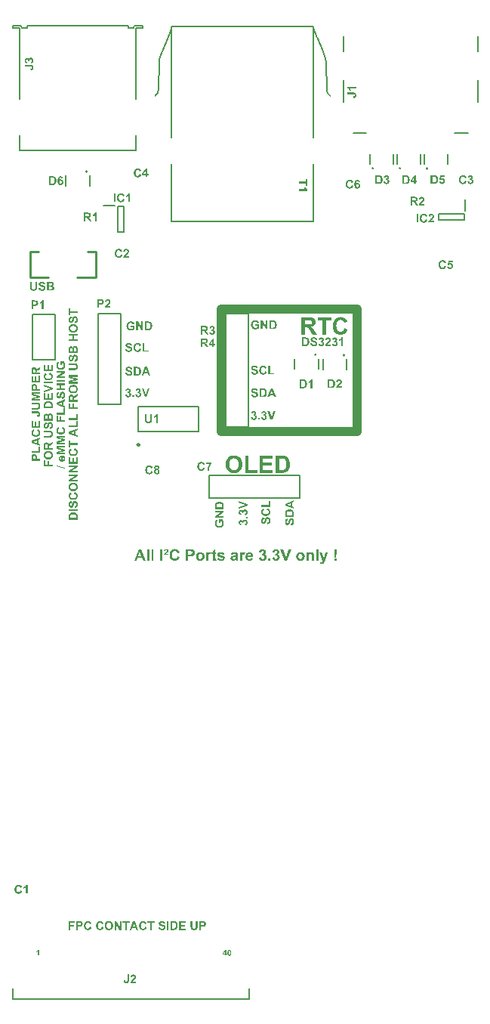
<source format=gto>
G04*
G04 #@! TF.GenerationSoftware,Altium Limited,Altium Designer,21.3.2 (30)*
G04*
G04 Layer_Color=65535*
%FSLAX25Y25*%
%MOIN*%
G70*
G04*
G04 #@! TF.SameCoordinates,97996B78-1690-4D19-8AB1-FF8F13014A98*
G04*
G04*
G04 #@! TF.FilePolarity,Positive*
G04*
G01*
G75*
%ADD10C,0.00787*%
%ADD11C,0.00591*%
%ADD12C,0.00984*%
%ADD13C,0.00600*%
%ADD14C,0.01000*%
%ADD15C,0.03937*%
G36*
X32245Y307075D02*
X35431D01*
Y306302D01*
X32245D01*
Y305164D01*
X31597D01*
Y308210D01*
X32245D01*
Y307075D01*
D02*
G37*
G36*
X34373Y304781D02*
X34403Y304779D01*
X34436Y304773D01*
X34475Y304767D01*
X34517Y304762D01*
X34564Y304751D01*
X34614Y304740D01*
X34663Y304723D01*
X34716Y304706D01*
X34771Y304684D01*
X34827Y304659D01*
X34879Y304632D01*
X34935Y304598D01*
X34938Y304596D01*
X34946Y304590D01*
X34963Y304579D01*
X34982Y304565D01*
X35004Y304546D01*
X35032Y304524D01*
X35062Y304496D01*
X35096Y304466D01*
X35129Y304429D01*
X35165Y304391D01*
X35201Y304349D01*
X35234Y304302D01*
X35270Y304252D01*
X35303Y304200D01*
X35334Y304141D01*
X35361Y304080D01*
X35364Y304078D01*
X35367Y304067D01*
X35375Y304047D01*
X35384Y304019D01*
X35395Y303989D01*
X35406Y303950D01*
X35417Y303903D01*
X35431Y303853D01*
X35445Y303795D01*
X35456Y303731D01*
X35467Y303662D01*
X35478Y303590D01*
X35486Y303513D01*
X35494Y303430D01*
X35497Y303341D01*
X35500Y303249D01*
Y303200D01*
X35497Y303180D01*
Y303155D01*
X35494Y303130D01*
X35489Y303069D01*
X35483Y302997D01*
X35472Y302920D01*
X35458Y302837D01*
X35439Y302748D01*
X35417Y302657D01*
X35392Y302562D01*
X35359Y302471D01*
X35320Y302380D01*
X35276Y302291D01*
X35223Y302208D01*
X35165Y302130D01*
X35162Y302125D01*
X35148Y302114D01*
X35129Y302094D01*
X35101Y302069D01*
X35068Y302039D01*
X35023Y302003D01*
X34974Y301967D01*
X34916Y301928D01*
X34852Y301887D01*
X34777Y301848D01*
X34697Y301809D01*
X34611Y301773D01*
X34514Y301737D01*
X34411Y301709D01*
X34301Y301684D01*
X34184Y301668D01*
X34112Y302421D01*
X34118D01*
X34129Y302424D01*
X34148Y302430D01*
X34173Y302435D01*
X34206Y302443D01*
X34242Y302454D01*
X34281Y302466D01*
X34323Y302479D01*
X34414Y302518D01*
X34461Y302540D01*
X34508Y302565D01*
X34553Y302593D01*
X34594Y302623D01*
X34633Y302659D01*
X34669Y302695D01*
X34672Y302698D01*
X34677Y302707D01*
X34686Y302718D01*
X34697Y302734D01*
X34710Y302754D01*
X34724Y302781D01*
X34741Y302809D01*
X34758Y302845D01*
X34774Y302881D01*
X34791Y302925D01*
X34805Y302970D01*
X34819Y303019D01*
X34830Y303075D01*
X34838Y303133D01*
X34844Y303194D01*
X34846Y303258D01*
Y303294D01*
X34844Y303319D01*
X34841Y303349D01*
X34838Y303385D01*
X34832Y303427D01*
X34827Y303468D01*
X34808Y303560D01*
X34794Y303607D01*
X34780Y303654D01*
X34760Y303698D01*
X34741Y303743D01*
X34716Y303784D01*
X34688Y303820D01*
X34686Y303823D01*
X34680Y303828D01*
X34672Y303837D01*
X34661Y303851D01*
X34644Y303864D01*
X34627Y303881D01*
X34605Y303898D01*
X34583Y303917D01*
X34528Y303950D01*
X34467Y303981D01*
X34431Y303995D01*
X34398Y304003D01*
X34359Y304008D01*
X34320Y304011D01*
X34317D01*
X34314D01*
X34298D01*
X34273Y304008D01*
X34240Y304000D01*
X34204Y303992D01*
X34165Y303978D01*
X34126Y303959D01*
X34090Y303931D01*
X34084Y303928D01*
X34073Y303914D01*
X34057Y303895D01*
X34032Y303867D01*
X34007Y303828D01*
X33977Y303779D01*
X33949Y303720D01*
X33935Y303687D01*
X33921Y303651D01*
Y303648D01*
X33918Y303645D01*
X33915Y303635D01*
X33913Y303623D01*
X33907Y303604D01*
X33899Y303582D01*
X33891Y303554D01*
X33882Y303524D01*
X33871Y303485D01*
X33860Y303441D01*
X33846Y303391D01*
X33830Y303332D01*
X33813Y303269D01*
X33796Y303197D01*
X33777Y303116D01*
X33755Y303031D01*
Y303028D01*
X33752Y303022D01*
Y303014D01*
X33747Y303003D01*
X33744Y302989D01*
X33738Y302972D01*
X33727Y302931D01*
X33713Y302878D01*
X33694Y302820D01*
X33672Y302756D01*
X33650Y302690D01*
X33622Y302618D01*
X33594Y302546D01*
X33564Y302471D01*
X33531Y302402D01*
X33494Y302333D01*
X33456Y302269D01*
X33417Y302211D01*
X33375Y302158D01*
X33373Y302155D01*
X33362Y302144D01*
X33342Y302125D01*
X33320Y302103D01*
X33290Y302078D01*
X33251Y302047D01*
X33209Y302014D01*
X33159Y301983D01*
X33107Y301950D01*
X33048Y301917D01*
X32985Y301887D01*
X32918Y301862D01*
X32846Y301839D01*
X32769Y301820D01*
X32688Y301809D01*
X32605Y301806D01*
X32603D01*
X32592D01*
X32578D01*
X32555Y301809D01*
X32531Y301812D01*
X32500Y301815D01*
X32464Y301820D01*
X32425Y301826D01*
X32386Y301837D01*
X32342Y301845D01*
X32298Y301859D01*
X32251Y301875D01*
X32201Y301895D01*
X32154Y301917D01*
X32104Y301942D01*
X32057Y301970D01*
X32054Y301973D01*
X32046Y301978D01*
X32032Y301986D01*
X32015Y302000D01*
X31993Y302017D01*
X31968Y302039D01*
X31943Y302064D01*
X31913Y302092D01*
X31882Y302125D01*
X31849Y302161D01*
X31819Y302200D01*
X31785Y302241D01*
X31755Y302288D01*
X31725Y302338D01*
X31694Y302391D01*
X31669Y302449D01*
X31666Y302452D01*
X31664Y302463D01*
X31655Y302482D01*
X31647Y302504D01*
X31639Y302535D01*
X31625Y302571D01*
X31614Y302612D01*
X31600Y302659D01*
X31589Y302712D01*
X31575Y302770D01*
X31564Y302831D01*
X31556Y302898D01*
X31544Y302970D01*
X31539Y303045D01*
X31536Y303122D01*
X31533Y303202D01*
Y303252D01*
X31536Y303272D01*
Y303294D01*
X31539Y303322D01*
X31542Y303382D01*
X31550Y303452D01*
X31561Y303526D01*
X31572Y303609D01*
X31589Y303695D01*
X31611Y303784D01*
X31636Y303875D01*
X31666Y303967D01*
X31705Y304053D01*
X31747Y304139D01*
X31797Y304216D01*
X31852Y304288D01*
X31855Y304294D01*
X31866Y304305D01*
X31885Y304321D01*
X31910Y304346D01*
X31940Y304374D01*
X31979Y304404D01*
X32024Y304438D01*
X32076Y304474D01*
X32132Y304510D01*
X32195Y304543D01*
X32265Y304576D01*
X32339Y304604D01*
X32420Y304632D01*
X32506Y304651D01*
X32597Y304665D01*
X32694Y304673D01*
X32727Y303900D01*
X32724D01*
X32713Y303898D01*
X32699Y303895D01*
X32680Y303889D01*
X32655Y303884D01*
X32627Y303875D01*
X32597Y303867D01*
X32564Y303856D01*
X32495Y303826D01*
X32425Y303790D01*
X32359Y303743D01*
X32328Y303718D01*
X32303Y303687D01*
X32301Y303684D01*
X32298Y303679D01*
X32292Y303671D01*
X32284Y303657D01*
X32273Y303640D01*
X32262Y303618D01*
X32251Y303593D01*
X32237Y303565D01*
X32226Y303532D01*
X32215Y303496D01*
X32204Y303454D01*
X32193Y303410D01*
X32184Y303363D01*
X32179Y303313D01*
X32173Y303255D01*
Y303164D01*
X32176Y303141D01*
X32179Y303114D01*
X32182Y303081D01*
X32184Y303045D01*
X32190Y303003D01*
X32206Y302920D01*
X32231Y302831D01*
X32248Y302787D01*
X32267Y302745D01*
X32290Y302707D01*
X32315Y302668D01*
X32317Y302662D01*
X32331Y302648D01*
X32351Y302629D01*
X32378Y302607D01*
X32411Y302585D01*
X32450Y302565D01*
X32497Y302551D01*
X32522Y302549D01*
X32550Y302546D01*
X32553D01*
X32555D01*
X32572Y302549D01*
X32597Y302551D01*
X32630Y302560D01*
X32666Y302573D01*
X32705Y302593D01*
X32744Y302621D01*
X32783Y302659D01*
Y302662D01*
X32788Y302668D01*
X32794Y302676D01*
X32805Y302693D01*
X32816Y302712D01*
X32830Y302737D01*
X32844Y302767D01*
X32860Y302803D01*
X32880Y302848D01*
X32899Y302898D01*
X32921Y302956D01*
X32943Y303022D01*
X32968Y303097D01*
X32990Y303177D01*
X33015Y303272D01*
X33040Y303371D01*
Y303374D01*
X33043Y303377D01*
Y303385D01*
X33046Y303396D01*
X33054Y303424D01*
X33062Y303463D01*
X33076Y303510D01*
X33090Y303565D01*
X33107Y303623D01*
X33123Y303687D01*
X33145Y303754D01*
X33165Y303823D01*
X33212Y303961D01*
X33237Y304028D01*
X33265Y304092D01*
X33290Y304152D01*
X33317Y304205D01*
X33320Y304208D01*
X33323Y304216D01*
X33331Y304230D01*
X33342Y304249D01*
X33359Y304272D01*
X33375Y304299D01*
X33395Y304327D01*
X33420Y304360D01*
X33445Y304393D01*
X33475Y304427D01*
X33506Y304463D01*
X33542Y304499D01*
X33619Y304568D01*
X33663Y304598D01*
X33708Y304629D01*
X33711Y304632D01*
X33719Y304634D01*
X33733Y304643D01*
X33752Y304654D01*
X33777Y304665D01*
X33805Y304679D01*
X33838Y304693D01*
X33877Y304706D01*
X33918Y304720D01*
X33965Y304734D01*
X34015Y304748D01*
X34068Y304759D01*
X34126Y304770D01*
X34187Y304779D01*
X34251Y304781D01*
X34317Y304784D01*
X34320D01*
X34331D01*
X34350D01*
X34373Y304781D01*
D02*
G37*
G36*
X33586Y301258D02*
X33611D01*
X33641Y301255D01*
X33674Y301252D01*
X33713Y301250D01*
X33752Y301244D01*
X33796Y301241D01*
X33843Y301233D01*
X33943Y301219D01*
X34051Y301197D01*
X34165Y301169D01*
X34284Y301136D01*
X34406Y301097D01*
X34525Y301047D01*
X34644Y300989D01*
X34760Y300920D01*
X34816Y300884D01*
X34871Y300842D01*
X34924Y300801D01*
X34974Y300754D01*
X34976Y300751D01*
X34979Y300748D01*
X34988Y300740D01*
X34996Y300731D01*
X35007Y300718D01*
X35021Y300701D01*
X35037Y300684D01*
X35054Y300662D01*
X35096Y300612D01*
X35140Y300549D01*
X35187Y300477D01*
X35234Y300396D01*
X35284Y300305D01*
X35331Y300202D01*
X35375Y300092D01*
X35414Y299973D01*
X35450Y299842D01*
X35475Y299707D01*
X35492Y299560D01*
X35494Y299482D01*
X35497Y299405D01*
Y299366D01*
X35494Y299346D01*
Y299322D01*
X35492Y299294D01*
X35489Y299263D01*
X35486Y299227D01*
X35481Y299191D01*
X35475Y299150D01*
X35469Y299108D01*
X35453Y299014D01*
X35431Y298914D01*
X35406Y298806D01*
X35370Y298696D01*
X35328Y298585D01*
X35278Y298471D01*
X35217Y298358D01*
X35148Y298247D01*
X35109Y298194D01*
X35068Y298144D01*
X35023Y298092D01*
X34976Y298045D01*
X34974D01*
X34971Y298039D01*
X34963Y298033D01*
X34951Y298022D01*
X34938Y298011D01*
X34921Y297997D01*
X34902Y297984D01*
X34879Y297967D01*
X34855Y297948D01*
X34827Y297928D01*
X34796Y297906D01*
X34763Y297884D01*
X34727Y297862D01*
X34688Y297840D01*
X34602Y297793D01*
X34506Y297745D01*
X34398Y297701D01*
X34278Y297657D01*
X34151Y297618D01*
X34012Y297588D01*
X33863Y297563D01*
X33705Y297546D01*
X33625Y297543D01*
X33539Y297540D01*
X33536D01*
X33533D01*
X33525D01*
X33514D01*
X33500D01*
X33483D01*
X33442Y297543D01*
X33392Y297546D01*
X33334Y297549D01*
X33267Y297554D01*
X33198Y297563D01*
X33121Y297571D01*
X33043Y297582D01*
X32960Y297599D01*
X32880Y297615D01*
X32796Y297635D01*
X32713Y297657D01*
X32636Y297685D01*
X32558Y297715D01*
X32555Y297718D01*
X32544Y297721D01*
X32531Y297729D01*
X32508Y297740D01*
X32483Y297751D01*
X32453Y297768D01*
X32420Y297787D01*
X32381Y297809D01*
X32301Y297859D01*
X32212Y297920D01*
X32121Y297989D01*
X32032Y298070D01*
X32029Y298072D01*
X32021Y298081D01*
X32010Y298092D01*
X31993Y298108D01*
X31974Y298130D01*
X31952Y298155D01*
X31927Y298186D01*
X31902Y298216D01*
X31874Y298252D01*
X31846Y298291D01*
X31788Y298377D01*
X31733Y298468D01*
X31708Y298518D01*
X31686Y298568D01*
X31683Y298574D01*
X31680Y298585D01*
X31672Y298604D01*
X31661Y298632D01*
X31650Y298665D01*
X31639Y298707D01*
X31625Y298754D01*
X31608Y298806D01*
X31594Y298865D01*
X31580Y298925D01*
X31569Y298995D01*
X31558Y299067D01*
X31547Y299144D01*
X31539Y299225D01*
X31536Y299308D01*
X31533Y299394D01*
Y299432D01*
X31536Y299452D01*
Y299474D01*
X31539Y299502D01*
X31542Y299535D01*
X31544Y299568D01*
X31550Y299607D01*
X31556Y299646D01*
X31561Y299690D01*
X31578Y299781D01*
X31600Y299881D01*
X31628Y299986D01*
X31661Y300097D01*
X31705Y300211D01*
X31755Y300324D01*
X31816Y300435D01*
X31885Y300546D01*
X31924Y300599D01*
X31968Y300651D01*
X32013Y300701D01*
X32060Y300751D01*
X32062Y300754D01*
X32065Y300756D01*
X32074Y300765D01*
X32085Y300773D01*
X32098Y300784D01*
X32115Y300798D01*
X32134Y300815D01*
X32157Y300831D01*
X32182Y300851D01*
X32209Y300870D01*
X32243Y300889D01*
X32276Y300911D01*
X32312Y300934D01*
X32353Y300959D01*
X32395Y300981D01*
X32439Y301006D01*
X32539Y301053D01*
X32647Y301100D01*
X32769Y301142D01*
X32899Y301180D01*
X33040Y301214D01*
X33190Y301238D01*
X33351Y301255D01*
X33436Y301261D01*
X33522D01*
X33525D01*
X33533D01*
X33544D01*
X33564D01*
X33586Y301258D01*
D02*
G37*
G36*
X35431Y296125D02*
X33755D01*
Y294607D01*
X35431D01*
Y293834D01*
X31597D01*
Y294607D01*
X33107D01*
Y296125D01*
X31597D01*
Y296898D01*
X35431D01*
Y296125D01*
D02*
G37*
G36*
X34364Y291687D02*
X34389D01*
X34414Y291685D01*
X34447Y291679D01*
X34481Y291676D01*
X34519Y291668D01*
X34558Y291660D01*
X34644Y291638D01*
X34736Y291610D01*
X34782Y291590D01*
X34830Y291568D01*
X34832D01*
X34841Y291563D01*
X34855Y291554D01*
X34871Y291546D01*
X34891Y291535D01*
X34916Y291518D01*
X34971Y291482D01*
X35035Y291433D01*
X35101Y291377D01*
X35165Y291311D01*
X35226Y291236D01*
X35228Y291233D01*
X35231Y291228D01*
X35240Y291214D01*
X35248Y291197D01*
X35262Y291178D01*
X35273Y291153D01*
X35289Y291125D01*
X35303Y291092D01*
X35320Y291056D01*
X35334Y291017D01*
X35350Y290973D01*
X35364Y290929D01*
X35378Y290879D01*
X35389Y290826D01*
X35406Y290715D01*
Y290707D01*
X35409Y290693D01*
Y290674D01*
X35411Y290649D01*
X35414Y290616D01*
Y290577D01*
X35417Y290527D01*
X35420Y290469D01*
X35422Y290402D01*
Y290327D01*
X35425Y290242D01*
Y290194D01*
X35428Y290145D01*
Y290034D01*
X35431Y289976D01*
Y288480D01*
X31597D01*
Y290125D01*
X31600Y290167D01*
Y290214D01*
X31603Y290266D01*
X31605Y290377D01*
X31614Y290488D01*
X31616Y290543D01*
X31622Y290596D01*
X31630Y290643D01*
X31636Y290687D01*
Y290690D01*
X31639Y290699D01*
X31641Y290710D01*
X31644Y290726D01*
X31650Y290746D01*
X31655Y290768D01*
X31661Y290793D01*
X31669Y290823D01*
X31691Y290884D01*
X31719Y290951D01*
X31755Y291020D01*
X31797Y291089D01*
Y291092D01*
X31802Y291097D01*
X31808Y291106D01*
X31819Y291120D01*
X31844Y291150D01*
X31880Y291192D01*
X31927Y291239D01*
X31982Y291289D01*
X32043Y291336D01*
X32115Y291383D01*
X32118Y291386D01*
X32123Y291388D01*
X32134Y291394D01*
X32151Y291402D01*
X32168Y291410D01*
X32190Y291422D01*
X32217Y291433D01*
X32245Y291444D01*
X32278Y291455D01*
X32312Y291463D01*
X32389Y291482D01*
X32472Y291496D01*
X32517Y291502D01*
X32564D01*
X32567D01*
X32575D01*
X32589D01*
X32608Y291499D01*
X32633Y291496D01*
X32661Y291494D01*
X32691Y291491D01*
X32727Y291482D01*
X32802Y291466D01*
X32885Y291441D01*
X32927Y291424D01*
X32971Y291405D01*
X33015Y291380D01*
X33057Y291355D01*
X33060Y291352D01*
X33068Y291350D01*
X33079Y291341D01*
X33093Y291330D01*
X33112Y291314D01*
X33134Y291297D01*
X33157Y291275D01*
X33184Y291253D01*
X33209Y291225D01*
X33237Y291197D01*
X33295Y291131D01*
X33348Y291053D01*
X33395Y290965D01*
Y290967D01*
X33400Y290981D01*
X33406Y290998D01*
X33414Y291023D01*
X33425Y291050D01*
X33439Y291084D01*
X33456Y291122D01*
X33475Y291164D01*
X33497Y291206D01*
X33522Y291250D01*
X33553Y291294D01*
X33583Y291338D01*
X33616Y291383D01*
X33655Y291424D01*
X33697Y291466D01*
X33741Y291502D01*
X33744Y291505D01*
X33752Y291510D01*
X33766Y291518D01*
X33785Y291532D01*
X33808Y291546D01*
X33835Y291563D01*
X33869Y291579D01*
X33904Y291596D01*
X33946Y291613D01*
X33990Y291632D01*
X34037Y291646D01*
X34090Y291660D01*
X34143Y291674D01*
X34201Y291682D01*
X34259Y291687D01*
X34320Y291690D01*
X34323D01*
X34331D01*
X34345D01*
X34364Y291687D01*
D02*
G37*
G36*
X34373Y287823D02*
X34403Y287821D01*
X34436Y287815D01*
X34475Y287809D01*
X34517Y287804D01*
X34564Y287793D01*
X34614Y287782D01*
X34663Y287765D01*
X34716Y287749D01*
X34771Y287726D01*
X34827Y287701D01*
X34879Y287674D01*
X34935Y287641D01*
X34938Y287638D01*
X34946Y287632D01*
X34963Y287621D01*
X34982Y287607D01*
X35004Y287588D01*
X35032Y287566D01*
X35062Y287538D01*
X35096Y287508D01*
X35129Y287472D01*
X35165Y287433D01*
X35201Y287391D01*
X35234Y287344D01*
X35270Y287294D01*
X35303Y287242D01*
X35334Y287183D01*
X35361Y287123D01*
X35364Y287120D01*
X35367Y287109D01*
X35375Y287089D01*
X35384Y287062D01*
X35395Y287031D01*
X35406Y286992D01*
X35417Y286945D01*
X35431Y286895D01*
X35445Y286837D01*
X35456Y286773D01*
X35467Y286704D01*
X35478Y286632D01*
X35486Y286555D01*
X35494Y286472D01*
X35497Y286383D01*
X35500Y286292D01*
Y286242D01*
X35497Y286222D01*
Y286197D01*
X35494Y286172D01*
X35489Y286111D01*
X35483Y286039D01*
X35472Y285962D01*
X35458Y285879D01*
X35439Y285790D01*
X35417Y285699D01*
X35392Y285605D01*
X35359Y285513D01*
X35320Y285422D01*
X35276Y285333D01*
X35223Y285250D01*
X35165Y285172D01*
X35162Y285167D01*
X35148Y285156D01*
X35129Y285136D01*
X35101Y285111D01*
X35068Y285081D01*
X35023Y285045D01*
X34974Y285009D01*
X34916Y284970D01*
X34852Y284929D01*
X34777Y284890D01*
X34697Y284851D01*
X34611Y284815D01*
X34514Y284779D01*
X34411Y284751D01*
X34301Y284726D01*
X34184Y284710D01*
X34112Y285463D01*
X34118D01*
X34129Y285466D01*
X34148Y285472D01*
X34173Y285477D01*
X34206Y285485D01*
X34242Y285496D01*
X34281Y285508D01*
X34323Y285521D01*
X34414Y285560D01*
X34461Y285582D01*
X34508Y285607D01*
X34553Y285635D01*
X34594Y285665D01*
X34633Y285701D01*
X34669Y285737D01*
X34672Y285740D01*
X34677Y285749D01*
X34686Y285760D01*
X34697Y285776D01*
X34710Y285796D01*
X34724Y285823D01*
X34741Y285851D01*
X34758Y285887D01*
X34774Y285923D01*
X34791Y285967D01*
X34805Y286012D01*
X34819Y286062D01*
X34830Y286117D01*
X34838Y286175D01*
X34844Y286236D01*
X34846Y286300D01*
Y286336D01*
X34844Y286361D01*
X34841Y286391D01*
X34838Y286427D01*
X34832Y286469D01*
X34827Y286510D01*
X34808Y286602D01*
X34794Y286649D01*
X34780Y286696D01*
X34760Y286740D01*
X34741Y286785D01*
X34716Y286826D01*
X34688Y286862D01*
X34686Y286865D01*
X34680Y286870D01*
X34672Y286879D01*
X34661Y286893D01*
X34644Y286906D01*
X34627Y286923D01*
X34605Y286940D01*
X34583Y286959D01*
X34528Y286992D01*
X34467Y287023D01*
X34431Y287037D01*
X34398Y287045D01*
X34359Y287051D01*
X34320Y287053D01*
X34317D01*
X34314D01*
X34298D01*
X34273Y287051D01*
X34240Y287042D01*
X34204Y287034D01*
X34165Y287020D01*
X34126Y287001D01*
X34090Y286973D01*
X34084Y286970D01*
X34073Y286956D01*
X34057Y286937D01*
X34032Y286909D01*
X34007Y286870D01*
X33977Y286821D01*
X33949Y286762D01*
X33935Y286729D01*
X33921Y286693D01*
Y286690D01*
X33918Y286688D01*
X33915Y286677D01*
X33913Y286665D01*
X33907Y286646D01*
X33899Y286624D01*
X33891Y286596D01*
X33882Y286566D01*
X33871Y286527D01*
X33860Y286483D01*
X33846Y286433D01*
X33830Y286375D01*
X33813Y286311D01*
X33796Y286239D01*
X33777Y286158D01*
X33755Y286073D01*
Y286070D01*
X33752Y286064D01*
Y286056D01*
X33747Y286045D01*
X33744Y286031D01*
X33738Y286015D01*
X33727Y285973D01*
X33713Y285920D01*
X33694Y285862D01*
X33672Y285798D01*
X33650Y285732D01*
X33622Y285660D01*
X33594Y285588D01*
X33564Y285513D01*
X33531Y285444D01*
X33494Y285375D01*
X33456Y285311D01*
X33417Y285253D01*
X33375Y285200D01*
X33373Y285197D01*
X33362Y285186D01*
X33342Y285167D01*
X33320Y285145D01*
X33290Y285120D01*
X33251Y285089D01*
X33209Y285056D01*
X33159Y285026D01*
X33107Y284992D01*
X33048Y284959D01*
X32985Y284929D01*
X32918Y284904D01*
X32846Y284882D01*
X32769Y284862D01*
X32688Y284851D01*
X32605Y284848D01*
X32603D01*
X32592D01*
X32578D01*
X32555Y284851D01*
X32531Y284854D01*
X32500Y284857D01*
X32464Y284862D01*
X32425Y284868D01*
X32386Y284879D01*
X32342Y284887D01*
X32298Y284901D01*
X32251Y284918D01*
X32201Y284937D01*
X32154Y284959D01*
X32104Y284984D01*
X32057Y285012D01*
X32054Y285015D01*
X32046Y285020D01*
X32032Y285028D01*
X32015Y285042D01*
X31993Y285059D01*
X31968Y285081D01*
X31943Y285106D01*
X31913Y285134D01*
X31882Y285167D01*
X31849Y285203D01*
X31819Y285242D01*
X31785Y285283D01*
X31755Y285330D01*
X31725Y285380D01*
X31694Y285433D01*
X31669Y285491D01*
X31666Y285494D01*
X31664Y285505D01*
X31655Y285524D01*
X31647Y285546D01*
X31639Y285577D01*
X31625Y285613D01*
X31614Y285654D01*
X31600Y285701D01*
X31589Y285754D01*
X31575Y285812D01*
X31564Y285873D01*
X31556Y285940D01*
X31544Y286012D01*
X31539Y286087D01*
X31536Y286164D01*
X31533Y286244D01*
Y286294D01*
X31536Y286314D01*
Y286336D01*
X31539Y286364D01*
X31542Y286424D01*
X31550Y286494D01*
X31561Y286568D01*
X31572Y286652D01*
X31589Y286737D01*
X31611Y286826D01*
X31636Y286917D01*
X31666Y287009D01*
X31705Y287095D01*
X31747Y287181D01*
X31797Y287258D01*
X31852Y287330D01*
X31855Y287336D01*
X31866Y287347D01*
X31885Y287364D01*
X31910Y287388D01*
X31940Y287416D01*
X31979Y287447D01*
X32024Y287480D01*
X32076Y287516D01*
X32132Y287552D01*
X32195Y287585D01*
X32265Y287618D01*
X32339Y287646D01*
X32420Y287674D01*
X32506Y287693D01*
X32597Y287707D01*
X32694Y287715D01*
X32727Y286942D01*
X32724D01*
X32713Y286940D01*
X32699Y286937D01*
X32680Y286931D01*
X32655Y286926D01*
X32627Y286917D01*
X32597Y286909D01*
X32564Y286898D01*
X32495Y286868D01*
X32425Y286832D01*
X32359Y286785D01*
X32328Y286760D01*
X32303Y286729D01*
X32301Y286726D01*
X32298Y286721D01*
X32292Y286713D01*
X32284Y286699D01*
X32273Y286682D01*
X32262Y286660D01*
X32251Y286635D01*
X32237Y286607D01*
X32226Y286574D01*
X32215Y286538D01*
X32204Y286496D01*
X32193Y286452D01*
X32184Y286405D01*
X32179Y286355D01*
X32173Y286297D01*
Y286206D01*
X32176Y286184D01*
X32179Y286156D01*
X32182Y286122D01*
X32184Y286087D01*
X32190Y286045D01*
X32206Y285962D01*
X32231Y285873D01*
X32248Y285829D01*
X32267Y285787D01*
X32290Y285749D01*
X32315Y285710D01*
X32317Y285704D01*
X32331Y285690D01*
X32351Y285671D01*
X32378Y285649D01*
X32411Y285627D01*
X32450Y285607D01*
X32497Y285593D01*
X32522Y285591D01*
X32550Y285588D01*
X32553D01*
X32555D01*
X32572Y285591D01*
X32597Y285593D01*
X32630Y285602D01*
X32666Y285616D01*
X32705Y285635D01*
X32744Y285663D01*
X32783Y285701D01*
Y285704D01*
X32788Y285710D01*
X32794Y285718D01*
X32805Y285735D01*
X32816Y285754D01*
X32830Y285779D01*
X32844Y285809D01*
X32860Y285845D01*
X32880Y285890D01*
X32899Y285940D01*
X32921Y285998D01*
X32943Y286064D01*
X32968Y286139D01*
X32990Y286220D01*
X33015Y286314D01*
X33040Y286413D01*
Y286416D01*
X33043Y286419D01*
Y286427D01*
X33046Y286438D01*
X33054Y286466D01*
X33062Y286505D01*
X33076Y286552D01*
X33090Y286607D01*
X33107Y286665D01*
X33123Y286729D01*
X33145Y286796D01*
X33165Y286865D01*
X33212Y287003D01*
X33237Y287070D01*
X33265Y287134D01*
X33290Y287194D01*
X33317Y287247D01*
X33320Y287250D01*
X33323Y287258D01*
X33331Y287272D01*
X33342Y287292D01*
X33359Y287314D01*
X33375Y287341D01*
X33395Y287369D01*
X33420Y287402D01*
X33445Y287436D01*
X33475Y287469D01*
X33506Y287505D01*
X33542Y287541D01*
X33619Y287610D01*
X33663Y287641D01*
X33708Y287671D01*
X33711Y287674D01*
X33719Y287677D01*
X33733Y287685D01*
X33752Y287696D01*
X33777Y287707D01*
X33805Y287721D01*
X33838Y287735D01*
X33877Y287749D01*
X33918Y287762D01*
X33965Y287776D01*
X34015Y287790D01*
X34068Y287801D01*
X34126Y287812D01*
X34187Y287821D01*
X34251Y287823D01*
X34317Y287826D01*
X34320D01*
X34331D01*
X34350D01*
X34373Y287823D01*
D02*
G37*
G36*
X33783Y284087D02*
X33846D01*
X33918Y284084D01*
X33993Y284081D01*
X34073Y284078D01*
X34154Y284073D01*
X34237Y284070D01*
X34317Y284062D01*
X34392Y284056D01*
X34464Y284048D01*
X34530Y284037D01*
X34589Y284026D01*
X34591D01*
X34602Y284023D01*
X34616Y284020D01*
X34636Y284012D01*
X34661Y284006D01*
X34688Y283998D01*
X34722Y283987D01*
X34755Y283973D01*
X34832Y283940D01*
X34913Y283901D01*
X34993Y283851D01*
X35071Y283793D01*
X35073Y283790D01*
X35079Y283785D01*
X35090Y283776D01*
X35104Y283763D01*
X35118Y283746D01*
X35137Y283727D01*
X35159Y283701D01*
X35181Y283674D01*
X35206Y283643D01*
X35231Y283610D01*
X35256Y283574D01*
X35284Y283533D01*
X35309Y283491D01*
X35334Y283444D01*
X35359Y283397D01*
X35381Y283344D01*
Y283341D01*
X35386Y283330D01*
X35392Y283316D01*
X35400Y283294D01*
X35409Y283264D01*
X35417Y283231D01*
X35428Y283192D01*
X35439Y283148D01*
X35450Y283095D01*
X35461Y283039D01*
X35469Y282979D01*
X35478Y282915D01*
X35486Y282843D01*
X35492Y282771D01*
X35494Y282691D01*
X35497Y282607D01*
Y282555D01*
X35494Y282516D01*
Y282472D01*
X35492Y282419D01*
X35486Y282361D01*
X35481Y282297D01*
X35475Y282231D01*
X35467Y282161D01*
X35445Y282023D01*
X35431Y281956D01*
X35414Y281890D01*
X35395Y281829D01*
X35373Y281774D01*
X35370Y281771D01*
X35367Y281763D01*
X35359Y281746D01*
X35350Y281727D01*
X35337Y281704D01*
X35323Y281677D01*
X35303Y281646D01*
X35284Y281613D01*
X35237Y281541D01*
X35179Y281466D01*
X35115Y281391D01*
X35043Y281325D01*
X35040Y281322D01*
X35035Y281317D01*
X35023Y281308D01*
X35007Y281300D01*
X34990Y281286D01*
X34968Y281270D01*
X34940Y281253D01*
X34913Y281236D01*
X34849Y281200D01*
X34777Y281164D01*
X34699Y281134D01*
X34616Y281109D01*
X34614D01*
X34600Y281106D01*
X34580Y281103D01*
X34555Y281098D01*
X34519Y281092D01*
X34478Y281084D01*
X34428Y281078D01*
X34370Y281073D01*
X34306Y281065D01*
X34234Y281059D01*
X34154Y281051D01*
X34068Y281045D01*
X33974Y281042D01*
X33871Y281037D01*
X33760Y281034D01*
X33644D01*
X31597D01*
Y281807D01*
X33674D01*
X33680D01*
X33697D01*
X33722D01*
X33755D01*
X33794D01*
X33838Y281810D01*
X33888D01*
X33941D01*
X34049Y281812D01*
X34104Y281815D01*
X34154Y281818D01*
X34204Y281821D01*
X34248Y281826D01*
X34287Y281829D01*
X34317Y281835D01*
X34320D01*
X34328Y281837D01*
X34339Y281840D01*
X34356Y281846D01*
X34375Y281851D01*
X34400Y281859D01*
X34453Y281882D01*
X34514Y281915D01*
X34575Y281954D01*
X34605Y281979D01*
X34636Y282006D01*
X34666Y282037D01*
X34694Y282070D01*
X34697Y282073D01*
X34699Y282078D01*
X34708Y282089D01*
X34716Y282103D01*
X34727Y282123D01*
X34738Y282148D01*
X34752Y282172D01*
X34763Y282206D01*
X34777Y282239D01*
X34791Y282278D01*
X34802Y282319D01*
X34813Y282366D01*
X34821Y282416D01*
X34830Y282466D01*
X34832Y282524D01*
X34835Y282582D01*
Y282613D01*
X34832Y282638D01*
Y282663D01*
X34827Y282696D01*
X34824Y282729D01*
X34819Y282768D01*
X34802Y282848D01*
X34780Y282931D01*
X34747Y283009D01*
X34724Y283045D01*
X34702Y283078D01*
X34699Y283081D01*
X34697Y283087D01*
X34688Y283095D01*
X34677Y283106D01*
X34650Y283134D01*
X34611Y283167D01*
X34561Y283203D01*
X34506Y283236D01*
X34442Y283261D01*
X34409Y283272D01*
X34373Y283280D01*
X34370D01*
X34364Y283283D01*
X34350D01*
X34334Y283286D01*
X34312Y283289D01*
X34287Y283292D01*
X34253Y283294D01*
X34218Y283300D01*
X34173Y283303D01*
X34126Y283305D01*
X34073Y283308D01*
X34012Y283311D01*
X33949Y283314D01*
X33877D01*
X33802Y283316D01*
X33719D01*
X31597D01*
Y284089D01*
X33614D01*
X33616D01*
X33622D01*
X33630D01*
X33644D01*
X33661D01*
X33680D01*
X33702D01*
X33724D01*
X33783Y284087D01*
D02*
G37*
G36*
X35431Y278062D02*
X32414Y278059D01*
X35431Y277300D01*
Y276555D01*
X32414Y275799D01*
X35431D01*
Y275081D01*
X31597D01*
Y276239D01*
X34215Y276932D01*
X31597Y277616D01*
Y278779D01*
X35431D01*
Y278062D01*
D02*
G37*
G36*
X33586Y274486D02*
X33611D01*
X33641Y274483D01*
X33674Y274480D01*
X33713Y274477D01*
X33752Y274472D01*
X33796Y274469D01*
X33843Y274461D01*
X33943Y274447D01*
X34051Y274425D01*
X34165Y274397D01*
X34284Y274364D01*
X34406Y274325D01*
X34525Y274275D01*
X34644Y274217D01*
X34760Y274148D01*
X34816Y274112D01*
X34871Y274070D01*
X34924Y274029D01*
X34974Y273982D01*
X34976Y273979D01*
X34979Y273976D01*
X34988Y273968D01*
X34996Y273959D01*
X35007Y273946D01*
X35021Y273929D01*
X35037Y273912D01*
X35054Y273890D01*
X35096Y273840D01*
X35140Y273777D01*
X35187Y273705D01*
X35234Y273624D01*
X35284Y273533D01*
X35331Y273430D01*
X35375Y273320D01*
X35414Y273200D01*
X35450Y273070D01*
X35475Y272935D01*
X35492Y272788D01*
X35494Y272710D01*
X35497Y272633D01*
Y272594D01*
X35494Y272574D01*
Y272550D01*
X35492Y272522D01*
X35489Y272491D01*
X35486Y272455D01*
X35481Y272419D01*
X35475Y272378D01*
X35469Y272336D01*
X35453Y272242D01*
X35431Y272142D01*
X35406Y272034D01*
X35370Y271923D01*
X35328Y271813D01*
X35278Y271699D01*
X35217Y271586D01*
X35148Y271475D01*
X35109Y271422D01*
X35068Y271372D01*
X35023Y271320D01*
X34976Y271273D01*
X34974D01*
X34971Y271267D01*
X34963Y271262D01*
X34951Y271250D01*
X34938Y271239D01*
X34921Y271226D01*
X34902Y271212D01*
X34879Y271195D01*
X34855Y271176D01*
X34827Y271156D01*
X34796Y271134D01*
X34763Y271112D01*
X34727Y271090D01*
X34688Y271068D01*
X34602Y271021D01*
X34506Y270973D01*
X34398Y270929D01*
X34278Y270885D01*
X34151Y270846D01*
X34012Y270815D01*
X33863Y270791D01*
X33705Y270774D01*
X33625Y270771D01*
X33539Y270768D01*
X33536D01*
X33533D01*
X33525D01*
X33514D01*
X33500D01*
X33483D01*
X33442Y270771D01*
X33392Y270774D01*
X33334Y270777D01*
X33267Y270782D01*
X33198Y270791D01*
X33121Y270799D01*
X33043Y270810D01*
X32960Y270827D01*
X32880Y270843D01*
X32796Y270863D01*
X32713Y270885D01*
X32636Y270912D01*
X32558Y270943D01*
X32555Y270946D01*
X32544Y270949D01*
X32531Y270957D01*
X32508Y270968D01*
X32483Y270979D01*
X32453Y270996D01*
X32420Y271015D01*
X32381Y271037D01*
X32301Y271087D01*
X32212Y271148D01*
X32121Y271217D01*
X32032Y271298D01*
X32029Y271300D01*
X32021Y271309D01*
X32010Y271320D01*
X31993Y271336D01*
X31974Y271358D01*
X31952Y271383D01*
X31927Y271414D01*
X31902Y271444D01*
X31874Y271480D01*
X31846Y271519D01*
X31788Y271605D01*
X31733Y271696D01*
X31708Y271746D01*
X31686Y271796D01*
X31683Y271802D01*
X31680Y271813D01*
X31672Y271832D01*
X31661Y271860D01*
X31650Y271893D01*
X31639Y271935D01*
X31625Y271982D01*
X31608Y272034D01*
X31594Y272093D01*
X31580Y272153D01*
X31569Y272223D01*
X31558Y272295D01*
X31547Y272372D01*
X31539Y272453D01*
X31536Y272536D01*
X31533Y272621D01*
Y272660D01*
X31536Y272680D01*
Y272702D01*
X31539Y272730D01*
X31542Y272763D01*
X31544Y272796D01*
X31550Y272835D01*
X31556Y272874D01*
X31561Y272918D01*
X31578Y273009D01*
X31600Y273109D01*
X31628Y273214D01*
X31661Y273325D01*
X31705Y273439D01*
X31755Y273552D01*
X31816Y273663D01*
X31885Y273774D01*
X31924Y273827D01*
X31968Y273879D01*
X32013Y273929D01*
X32060Y273979D01*
X32062Y273982D01*
X32065Y273984D01*
X32074Y273993D01*
X32085Y274001D01*
X32098Y274012D01*
X32115Y274026D01*
X32134Y274043D01*
X32157Y274059D01*
X32182Y274079D01*
X32209Y274098D01*
X32243Y274117D01*
X32276Y274139D01*
X32312Y274162D01*
X32353Y274187D01*
X32395Y274209D01*
X32439Y274234D01*
X32539Y274281D01*
X32647Y274328D01*
X32769Y274369D01*
X32899Y274408D01*
X33040Y274441D01*
X33190Y274466D01*
X33351Y274483D01*
X33436Y274488D01*
X33522D01*
X33525D01*
X33533D01*
X33544D01*
X33564D01*
X33586Y274486D01*
D02*
G37*
G36*
X35431Y269577D02*
X34597Y269021D01*
X34591Y269018D01*
X34578Y269007D01*
X34555Y268993D01*
X34525Y268973D01*
X34489Y268949D01*
X34450Y268921D01*
X34406Y268890D01*
X34359Y268857D01*
X34265Y268788D01*
X34218Y268755D01*
X34170Y268721D01*
X34129Y268691D01*
X34093Y268660D01*
X34060Y268633D01*
X34035Y268611D01*
X34029Y268605D01*
X34015Y268591D01*
X33996Y268569D01*
X33971Y268541D01*
X33943Y268505D01*
X33918Y268466D01*
X33893Y268425D01*
X33874Y268378D01*
X33871Y268372D01*
X33869Y268364D01*
X33866Y268356D01*
X33863Y268342D01*
X33860Y268325D01*
X33855Y268306D01*
X33852Y268284D01*
X33846Y268259D01*
X33843Y268231D01*
X33841Y268198D01*
X33835Y268162D01*
X33832Y268126D01*
Y268084D01*
X33830Y268037D01*
Y267835D01*
X35431D01*
Y267062D01*
X31597D01*
Y268746D01*
X31600Y268788D01*
Y268841D01*
X31603Y268899D01*
X31605Y268962D01*
X31611Y269032D01*
X31616Y269104D01*
X31622Y269176D01*
X31641Y269325D01*
X31652Y269394D01*
X31666Y269461D01*
X31683Y269525D01*
X31702Y269580D01*
Y269583D01*
X31708Y269591D01*
X31713Y269608D01*
X31722Y269627D01*
X31733Y269649D01*
X31749Y269677D01*
X31766Y269707D01*
X31785Y269741D01*
X31810Y269777D01*
X31838Y269813D01*
X31868Y269849D01*
X31902Y269888D01*
X31938Y269924D01*
X31979Y269960D01*
X32024Y269993D01*
X32071Y270026D01*
X32074Y270029D01*
X32082Y270034D01*
X32098Y270043D01*
X32118Y270054D01*
X32143Y270065D01*
X32170Y270079D01*
X32206Y270095D01*
X32245Y270112D01*
X32287Y270126D01*
X32334Y270142D01*
X32384Y270156D01*
X32436Y270170D01*
X32492Y270178D01*
X32550Y270187D01*
X32608Y270192D01*
X32672Y270195D01*
X32677D01*
X32691D01*
X32713Y270192D01*
X32744D01*
X32780Y270187D01*
X32824Y270181D01*
X32871Y270173D01*
X32924Y270165D01*
X32979Y270151D01*
X33037Y270134D01*
X33096Y270112D01*
X33157Y270087D01*
X33215Y270059D01*
X33276Y270023D01*
X33331Y269985D01*
X33386Y269940D01*
X33389Y269937D01*
X33398Y269929D01*
X33411Y269913D01*
X33431Y269893D01*
X33453Y269865D01*
X33478Y269835D01*
X33506Y269796D01*
X33536Y269752D01*
X33566Y269699D01*
X33594Y269644D01*
X33625Y269583D01*
X33652Y269514D01*
X33680Y269439D01*
X33702Y269358D01*
X33722Y269273D01*
X33738Y269181D01*
X33741Y269184D01*
X33744Y269192D01*
X33752Y269206D01*
X33763Y269223D01*
X33777Y269245D01*
X33794Y269270D01*
X33813Y269298D01*
X33832Y269328D01*
X33882Y269394D01*
X33938Y269464D01*
X33999Y269533D01*
X34062Y269597D01*
X34065Y269600D01*
X34071Y269605D01*
X34082Y269613D01*
X34096Y269627D01*
X34115Y269644D01*
X34140Y269663D01*
X34170Y269685D01*
X34206Y269713D01*
X34245Y269743D01*
X34290Y269777D01*
X34342Y269813D01*
X34398Y269851D01*
X34461Y269893D01*
X34528Y269937D01*
X34602Y269987D01*
X34683Y270037D01*
X35431Y270505D01*
Y269577D01*
D02*
G37*
G36*
X32245Y264564D02*
X33154D01*
Y266165D01*
X33802D01*
Y264564D01*
X35431D01*
Y263791D01*
X31597D01*
Y266420D01*
X32245D01*
Y264564D01*
D02*
G37*
G36*
X35431Y259049D02*
X31630D01*
Y259821D01*
X34782D01*
Y261747D01*
X35431D01*
Y259049D01*
D02*
G37*
G36*
Y255777D02*
X31630D01*
Y256550D01*
X34782D01*
Y258475D01*
X35431D01*
Y255777D01*
D02*
G37*
G36*
Y254503D02*
X34561Y254171D01*
Y252636D01*
X35431Y252320D01*
Y251500D01*
X31597Y252988D01*
Y253811D01*
X35431Y255345D01*
Y254503D01*
D02*
G37*
G36*
X32245Y248772D02*
X35431D01*
Y247999D01*
X32245D01*
Y246861D01*
X31597D01*
Y249907D01*
X32245D01*
Y248772D01*
D02*
G37*
G36*
X34267Y246464D02*
X34276Y246462D01*
X34287Y246459D01*
X34301Y246453D01*
X34320Y246448D01*
X34361Y246434D01*
X34414Y246415D01*
X34475Y246390D01*
X34542Y246362D01*
X34611Y246329D01*
X34686Y246293D01*
X34763Y246251D01*
X34841Y246204D01*
X34918Y246151D01*
X34993Y246093D01*
X35065Y246032D01*
X35132Y245963D01*
X35192Y245891D01*
X35195Y245885D01*
X35206Y245872D01*
X35220Y245849D01*
X35240Y245819D01*
X35262Y245780D01*
X35289Y245733D01*
X35317Y245678D01*
X35345Y245614D01*
X35373Y245545D01*
X35400Y245467D01*
X35425Y245384D01*
X35450Y245293D01*
X35469Y245198D01*
X35483Y245096D01*
X35494Y244988D01*
X35497Y244874D01*
Y244841D01*
X35494Y244822D01*
Y244800D01*
X35492Y244775D01*
X35489Y244747D01*
X35486Y244717D01*
X35481Y244683D01*
X35469Y244606D01*
X35453Y244523D01*
X35431Y244431D01*
X35406Y244334D01*
X35370Y244232D01*
X35328Y244129D01*
X35278Y244021D01*
X35217Y243919D01*
X35148Y243813D01*
X35109Y243764D01*
X35068Y243714D01*
X35023Y243667D01*
X34976Y243620D01*
X34974D01*
X34971Y243614D01*
X34963Y243609D01*
X34951Y243598D01*
X34938Y243586D01*
X34921Y243575D01*
X34902Y243559D01*
X34879Y243542D01*
X34855Y243526D01*
X34827Y243506D01*
X34796Y243487D01*
X34763Y243464D01*
X34688Y243420D01*
X34602Y243376D01*
X34506Y243329D01*
X34400Y243285D01*
X34281Y243243D01*
X34154Y243207D01*
X34018Y243174D01*
X33871Y243151D01*
X33716Y243135D01*
X33633Y243132D01*
X33550Y243129D01*
X33547D01*
X33539D01*
X33525D01*
X33508D01*
X33486Y243132D01*
X33459D01*
X33428Y243135D01*
X33392Y243138D01*
X33353Y243140D01*
X33312Y243143D01*
X33267Y243149D01*
X33220Y243154D01*
X33118Y243171D01*
X33007Y243190D01*
X32888Y243218D01*
X32766Y243249D01*
X32644Y243290D01*
X32520Y243337D01*
X32398Y243395D01*
X32281Y243459D01*
X32168Y243536D01*
X32115Y243578D01*
X32065Y243622D01*
X32062Y243625D01*
X32060Y243628D01*
X32051Y243636D01*
X32043Y243645D01*
X32015Y243672D01*
X31982Y243711D01*
X31940Y243761D01*
X31896Y243822D01*
X31849Y243891D01*
X31799Y243969D01*
X31749Y244057D01*
X31702Y244157D01*
X31655Y244262D01*
X31616Y244379D01*
X31583Y244503D01*
X31556Y244634D01*
X31539Y244775D01*
X31536Y244847D01*
X31533Y244921D01*
Y244952D01*
X31536Y244969D01*
Y244988D01*
X31539Y245013D01*
Y245038D01*
X31547Y245099D01*
X31556Y245165D01*
X31569Y245243D01*
X31586Y245326D01*
X31608Y245415D01*
X31636Y245509D01*
X31669Y245603D01*
X31711Y245700D01*
X31758Y245794D01*
X31813Y245888D01*
X31877Y245977D01*
X31952Y246063D01*
X31954Y246065D01*
X31963Y246074D01*
X31977Y246088D01*
X31996Y246104D01*
X32021Y246127D01*
X32054Y246151D01*
X32090Y246179D01*
X32132Y246210D01*
X32179Y246240D01*
X32231Y246273D01*
X32290Y246306D01*
X32351Y246340D01*
X32420Y246370D01*
X32492Y246401D01*
X32572Y246431D01*
X32655Y246456D01*
X32838Y245689D01*
X32835D01*
X32824Y245686D01*
X32810Y245680D01*
X32788Y245675D01*
X32763Y245667D01*
X32735Y245656D01*
X32702Y245642D01*
X32669Y245628D01*
X32594Y245589D01*
X32555Y245564D01*
X32517Y245539D01*
X32478Y245512D01*
X32439Y245478D01*
X32403Y245442D01*
X32370Y245404D01*
X32367Y245401D01*
X32362Y245395D01*
X32353Y245381D01*
X32342Y245365D01*
X32328Y245345D01*
X32315Y245320D01*
X32298Y245290D01*
X32281Y245259D01*
X32267Y245221D01*
X32251Y245182D01*
X32237Y245138D01*
X32223Y245093D01*
X32212Y245043D01*
X32204Y244991D01*
X32198Y244938D01*
X32195Y244880D01*
Y244861D01*
X32198Y244838D01*
X32201Y244811D01*
X32204Y244775D01*
X32212Y244733D01*
X32220Y244686D01*
X32234Y244636D01*
X32251Y244581D01*
X32270Y244525D01*
X32295Y244467D01*
X32326Y244409D01*
X32362Y244354D01*
X32400Y244296D01*
X32447Y244243D01*
X32503Y244190D01*
X32506Y244187D01*
X32517Y244179D01*
X32536Y244165D01*
X32561Y244149D01*
X32594Y244129D01*
X32636Y244107D01*
X32683Y244082D01*
X32741Y244060D01*
X32805Y244035D01*
X32880Y244010D01*
X32960Y243988D01*
X33048Y243969D01*
X33148Y243952D01*
X33253Y243938D01*
X33370Y243930D01*
X33494Y243927D01*
X33497D01*
X33503D01*
X33514D01*
X33525D01*
X33544D01*
X33564Y243930D01*
X33586D01*
X33614Y243933D01*
X33672Y243935D01*
X33741Y243941D01*
X33816Y243949D01*
X33896Y243960D01*
X33979Y243974D01*
X34065Y243991D01*
X34151Y244013D01*
X34237Y244038D01*
X34317Y244066D01*
X34395Y244102D01*
X34464Y244140D01*
X34528Y244187D01*
X34530Y244190D01*
X34542Y244199D01*
X34555Y244215D01*
X34575Y244235D01*
X34600Y244260D01*
X34625Y244293D01*
X34652Y244329D01*
X34680Y244370D01*
X34710Y244417D01*
X34738Y244467D01*
X34763Y244523D01*
X34788Y244584D01*
X34808Y244647D01*
X34821Y244717D01*
X34832Y244789D01*
X34835Y244866D01*
Y244897D01*
X34832Y244919D01*
X34830Y244944D01*
X34824Y244974D01*
X34819Y245010D01*
X34810Y245049D01*
X34802Y245088D01*
X34788Y245129D01*
X34771Y245174D01*
X34752Y245218D01*
X34730Y245265D01*
X34705Y245309D01*
X34675Y245354D01*
X34641Y245395D01*
X34639Y245398D01*
X34633Y245406D01*
X34619Y245417D01*
X34602Y245431D01*
X34583Y245451D01*
X34555Y245473D01*
X34525Y245495D01*
X34489Y245520D01*
X34450Y245545D01*
X34403Y245572D01*
X34353Y245600D01*
X34298Y245625D01*
X34234Y245650D01*
X34170Y245675D01*
X34098Y245697D01*
X34021Y245717D01*
X34259Y246467D01*
X34262D01*
X34267Y246464D01*
D02*
G37*
G36*
X35431Y239694D02*
X31597D01*
Y242537D01*
X32245D01*
Y240467D01*
X33096D01*
Y242392D01*
X33744D01*
Y240467D01*
X34782D01*
Y242609D01*
X35431D01*
Y239694D01*
D02*
G37*
G36*
Y238099D02*
X32921Y236551D01*
X35431D01*
Y235833D01*
X31597D01*
Y236584D01*
X34165Y238157D01*
X31597D01*
Y238875D01*
X35431D01*
Y238099D01*
D02*
G37*
G36*
Y234232D02*
X32921Y232684D01*
X35431D01*
Y231966D01*
X31597D01*
Y232717D01*
X34165Y234290D01*
X31597D01*
Y235008D01*
X35431D01*
Y234232D01*
D02*
G37*
G36*
X33586Y231354D02*
X33611D01*
X33641Y231351D01*
X33674Y231348D01*
X33713Y231346D01*
X33752Y231340D01*
X33796Y231337D01*
X33843Y231329D01*
X33943Y231315D01*
X34051Y231293D01*
X34165Y231265D01*
X34284Y231232D01*
X34406Y231193D01*
X34525Y231144D01*
X34644Y231085D01*
X34760Y231016D01*
X34816Y230980D01*
X34871Y230939D01*
X34924Y230897D01*
X34974Y230850D01*
X34976Y230847D01*
X34979Y230844D01*
X34988Y230836D01*
X34996Y230828D01*
X35007Y230814D01*
X35021Y230797D01*
X35037Y230781D01*
X35054Y230759D01*
X35096Y230709D01*
X35140Y230645D01*
X35187Y230573D01*
X35234Y230493D01*
X35284Y230401D01*
X35331Y230299D01*
X35375Y230188D01*
X35414Y230069D01*
X35450Y229939D01*
X35475Y229803D01*
X35492Y229656D01*
X35494Y229578D01*
X35497Y229501D01*
Y229462D01*
X35494Y229443D01*
Y229418D01*
X35492Y229390D01*
X35489Y229360D01*
X35486Y229324D01*
X35481Y229288D01*
X35475Y229246D01*
X35469Y229205D01*
X35453Y229110D01*
X35431Y229011D01*
X35406Y228903D01*
X35370Y228792D01*
X35328Y228681D01*
X35278Y228568D01*
X35217Y228454D01*
X35148Y228343D01*
X35109Y228291D01*
X35068Y228241D01*
X35023Y228188D01*
X34976Y228141D01*
X34974D01*
X34971Y228135D01*
X34963Y228130D01*
X34951Y228119D01*
X34938Y228108D01*
X34921Y228094D01*
X34902Y228080D01*
X34879Y228063D01*
X34855Y228044D01*
X34827Y228025D01*
X34796Y228002D01*
X34763Y227980D01*
X34727Y227958D01*
X34688Y227936D01*
X34602Y227889D01*
X34506Y227842D01*
X34398Y227797D01*
X34278Y227753D01*
X34151Y227714D01*
X34012Y227684D01*
X33863Y227659D01*
X33705Y227642D01*
X33625Y227640D01*
X33539Y227637D01*
X33536D01*
X33533D01*
X33525D01*
X33514D01*
X33500D01*
X33483D01*
X33442Y227640D01*
X33392Y227642D01*
X33334Y227645D01*
X33267Y227651D01*
X33198Y227659D01*
X33121Y227667D01*
X33043Y227678D01*
X32960Y227695D01*
X32880Y227712D01*
X32796Y227731D01*
X32713Y227753D01*
X32636Y227781D01*
X32558Y227811D01*
X32555Y227814D01*
X32544Y227817D01*
X32531Y227825D01*
X32508Y227836D01*
X32483Y227847D01*
X32453Y227864D01*
X32420Y227883D01*
X32381Y227905D01*
X32301Y227955D01*
X32212Y228016D01*
X32121Y228085D01*
X32032Y228166D01*
X32029Y228169D01*
X32021Y228177D01*
X32010Y228188D01*
X31993Y228205D01*
X31974Y228227D01*
X31952Y228252D01*
X31927Y228282D01*
X31902Y228313D01*
X31874Y228349D01*
X31846Y228387D01*
X31788Y228473D01*
X31733Y228565D01*
X31708Y228615D01*
X31686Y228664D01*
X31683Y228670D01*
X31680Y228681D01*
X31672Y228700D01*
X31661Y228728D01*
X31650Y228761D01*
X31639Y228803D01*
X31625Y228850D01*
X31608Y228903D01*
X31594Y228961D01*
X31580Y229022D01*
X31569Y229091D01*
X31558Y229163D01*
X31547Y229241D01*
X31539Y229321D01*
X31536Y229404D01*
X31533Y229490D01*
Y229529D01*
X31536Y229548D01*
Y229570D01*
X31539Y229598D01*
X31542Y229631D01*
X31544Y229664D01*
X31550Y229703D01*
X31556Y229742D01*
X31561Y229786D01*
X31578Y229878D01*
X31600Y229977D01*
X31628Y230083D01*
X31661Y230193D01*
X31705Y230307D01*
X31755Y230421D01*
X31816Y230531D01*
X31885Y230642D01*
X31924Y230695D01*
X31968Y230747D01*
X32013Y230797D01*
X32060Y230847D01*
X32062Y230850D01*
X32065Y230853D01*
X32074Y230861D01*
X32085Y230869D01*
X32098Y230880D01*
X32115Y230894D01*
X32134Y230911D01*
X32157Y230927D01*
X32182Y230947D01*
X32209Y230966D01*
X32243Y230986D01*
X32276Y231008D01*
X32312Y231030D01*
X32353Y231055D01*
X32395Y231077D01*
X32439Y231102D01*
X32539Y231149D01*
X32647Y231196D01*
X32769Y231238D01*
X32899Y231276D01*
X33040Y231310D01*
X33190Y231335D01*
X33351Y231351D01*
X33436Y231357D01*
X33522D01*
X33525D01*
X33533D01*
X33544D01*
X33564D01*
X33586Y231354D01*
D02*
G37*
G36*
X34267Y227127D02*
X34276Y227124D01*
X34287Y227121D01*
X34301Y227116D01*
X34320Y227110D01*
X34361Y227097D01*
X34414Y227077D01*
X34475Y227052D01*
X34542Y227025D01*
X34611Y226991D01*
X34686Y226955D01*
X34763Y226914D01*
X34841Y226867D01*
X34918Y226814D01*
X34993Y226756D01*
X35065Y226695D01*
X35132Y226626D01*
X35192Y226554D01*
X35195Y226548D01*
X35206Y226534D01*
X35220Y226512D01*
X35240Y226482D01*
X35262Y226443D01*
X35289Y226396D01*
X35317Y226340D01*
X35345Y226277D01*
X35373Y226207D01*
X35400Y226130D01*
X35425Y226047D01*
X35450Y225955D01*
X35469Y225861D01*
X35483Y225759D01*
X35494Y225651D01*
X35497Y225537D01*
Y225504D01*
X35494Y225484D01*
Y225462D01*
X35492Y225437D01*
X35489Y225410D01*
X35486Y225379D01*
X35481Y225346D01*
X35469Y225268D01*
X35453Y225185D01*
X35431Y225094D01*
X35406Y224997D01*
X35370Y224894D01*
X35328Y224792D01*
X35278Y224684D01*
X35217Y224581D01*
X35148Y224476D01*
X35109Y224426D01*
X35068Y224377D01*
X35023Y224329D01*
X34976Y224282D01*
X34974D01*
X34971Y224277D01*
X34963Y224271D01*
X34951Y224260D01*
X34938Y224249D01*
X34921Y224238D01*
X34902Y224221D01*
X34879Y224205D01*
X34855Y224188D01*
X34827Y224169D01*
X34796Y224149D01*
X34763Y224127D01*
X34688Y224083D01*
X34602Y224039D01*
X34506Y223991D01*
X34400Y223947D01*
X34281Y223905D01*
X34154Y223869D01*
X34018Y223836D01*
X33871Y223814D01*
X33716Y223797D01*
X33633Y223795D01*
X33550Y223792D01*
X33547D01*
X33539D01*
X33525D01*
X33508D01*
X33486Y223795D01*
X33459D01*
X33428Y223797D01*
X33392Y223800D01*
X33353Y223803D01*
X33312Y223806D01*
X33267Y223811D01*
X33220Y223817D01*
X33118Y223833D01*
X33007Y223853D01*
X32888Y223881D01*
X32766Y223911D01*
X32644Y223953D01*
X32520Y224000D01*
X32398Y224058D01*
X32281Y224122D01*
X32168Y224199D01*
X32115Y224241D01*
X32065Y224285D01*
X32062Y224288D01*
X32060Y224291D01*
X32051Y224299D01*
X32043Y224307D01*
X32015Y224335D01*
X31982Y224374D01*
X31940Y224424D01*
X31896Y224484D01*
X31849Y224554D01*
X31799Y224631D01*
X31749Y224720D01*
X31702Y224820D01*
X31655Y224925D01*
X31616Y225041D01*
X31583Y225166D01*
X31556Y225296D01*
X31539Y225437D01*
X31536Y225509D01*
X31533Y225584D01*
Y225615D01*
X31536Y225631D01*
Y225651D01*
X31539Y225676D01*
Y225700D01*
X31547Y225762D01*
X31556Y225828D01*
X31569Y225905D01*
X31586Y225989D01*
X31608Y226077D01*
X31636Y226171D01*
X31669Y226266D01*
X31711Y226362D01*
X31758Y226457D01*
X31813Y226551D01*
X31877Y226640D01*
X31952Y226725D01*
X31954Y226728D01*
X31963Y226736D01*
X31977Y226750D01*
X31996Y226767D01*
X32021Y226789D01*
X32054Y226814D01*
X32090Y226842D01*
X32132Y226872D01*
X32179Y226903D01*
X32231Y226936D01*
X32290Y226969D01*
X32351Y227002D01*
X32420Y227033D01*
X32492Y227063D01*
X32572Y227094D01*
X32655Y227119D01*
X32838Y226351D01*
X32835D01*
X32824Y226349D01*
X32810Y226343D01*
X32788Y226338D01*
X32763Y226329D01*
X32735Y226318D01*
X32702Y226304D01*
X32669Y226290D01*
X32594Y226252D01*
X32555Y226227D01*
X32517Y226202D01*
X32478Y226174D01*
X32439Y226141D01*
X32403Y226105D01*
X32370Y226066D01*
X32367Y226063D01*
X32362Y226058D01*
X32353Y226044D01*
X32342Y226027D01*
X32328Y226008D01*
X32315Y225983D01*
X32298Y225953D01*
X32281Y225922D01*
X32267Y225883D01*
X32251Y225845D01*
X32237Y225800D01*
X32223Y225756D01*
X32212Y225706D01*
X32204Y225653D01*
X32198Y225601D01*
X32195Y225543D01*
Y225523D01*
X32198Y225501D01*
X32201Y225473D01*
X32204Y225437D01*
X32212Y225396D01*
X32220Y225349D01*
X32234Y225299D01*
X32251Y225243D01*
X32270Y225188D01*
X32295Y225130D01*
X32326Y225072D01*
X32362Y225016D01*
X32400Y224958D01*
X32447Y224905D01*
X32503Y224853D01*
X32506Y224850D01*
X32517Y224842D01*
X32536Y224828D01*
X32561Y224811D01*
X32594Y224792D01*
X32636Y224770D01*
X32683Y224745D01*
X32741Y224723D01*
X32805Y224698D01*
X32880Y224673D01*
X32960Y224651D01*
X33048Y224631D01*
X33148Y224615D01*
X33253Y224601D01*
X33370Y224592D01*
X33494Y224590D01*
X33497D01*
X33503D01*
X33514D01*
X33525D01*
X33544D01*
X33564Y224592D01*
X33586D01*
X33614Y224595D01*
X33672Y224598D01*
X33741Y224604D01*
X33816Y224612D01*
X33896Y224623D01*
X33979Y224637D01*
X34065Y224654D01*
X34151Y224676D01*
X34237Y224700D01*
X34317Y224728D01*
X34395Y224764D01*
X34464Y224803D01*
X34528Y224850D01*
X34530Y224853D01*
X34542Y224861D01*
X34555Y224878D01*
X34575Y224897D01*
X34600Y224922D01*
X34625Y224955D01*
X34652Y224991D01*
X34680Y225033D01*
X34710Y225080D01*
X34738Y225130D01*
X34763Y225185D01*
X34788Y225246D01*
X34808Y225310D01*
X34821Y225379D01*
X34832Y225451D01*
X34835Y225529D01*
Y225559D01*
X34832Y225581D01*
X34830Y225606D01*
X34824Y225637D01*
X34819Y225673D01*
X34810Y225712D01*
X34802Y225750D01*
X34788Y225792D01*
X34771Y225836D01*
X34752Y225881D01*
X34730Y225928D01*
X34705Y225972D01*
X34675Y226016D01*
X34641Y226058D01*
X34639Y226061D01*
X34633Y226069D01*
X34619Y226080D01*
X34602Y226094D01*
X34583Y226113D01*
X34555Y226135D01*
X34525Y226158D01*
X34489Y226183D01*
X34450Y226207D01*
X34403Y226235D01*
X34353Y226263D01*
X34298Y226288D01*
X34234Y226313D01*
X34170Y226338D01*
X34098Y226360D01*
X34021Y226379D01*
X34259Y227130D01*
X34262D01*
X34267Y227127D01*
D02*
G37*
G36*
X34373Y223274D02*
X34403Y223271D01*
X34436Y223266D01*
X34475Y223260D01*
X34517Y223255D01*
X34564Y223243D01*
X34614Y223232D01*
X34663Y223216D01*
X34716Y223199D01*
X34771Y223177D01*
X34827Y223152D01*
X34879Y223124D01*
X34935Y223091D01*
X34938Y223088D01*
X34946Y223083D01*
X34963Y223072D01*
X34982Y223058D01*
X35004Y223039D01*
X35032Y223016D01*
X35062Y222989D01*
X35096Y222958D01*
X35129Y222922D01*
X35165Y222883D01*
X35201Y222842D01*
X35234Y222795D01*
X35270Y222745D01*
X35303Y222692D01*
X35334Y222634D01*
X35361Y222573D01*
X35364Y222570D01*
X35367Y222559D01*
X35375Y222540D01*
X35384Y222512D01*
X35395Y222482D01*
X35406Y222443D01*
X35417Y222396D01*
X35431Y222346D01*
X35445Y222288D01*
X35456Y222224D01*
X35467Y222155D01*
X35478Y222083D01*
X35486Y222005D01*
X35494Y221922D01*
X35497Y221834D01*
X35500Y221742D01*
Y221692D01*
X35497Y221673D01*
Y221648D01*
X35494Y221623D01*
X35489Y221562D01*
X35483Y221490D01*
X35472Y221413D01*
X35458Y221329D01*
X35439Y221241D01*
X35417Y221149D01*
X35392Y221055D01*
X35359Y220964D01*
X35320Y220872D01*
X35276Y220784D01*
X35223Y220701D01*
X35165Y220623D01*
X35162Y220618D01*
X35148Y220606D01*
X35129Y220587D01*
X35101Y220562D01*
X35068Y220532D01*
X35023Y220496D01*
X34974Y220460D01*
X34916Y220421D01*
X34852Y220379D01*
X34777Y220341D01*
X34697Y220302D01*
X34611Y220266D01*
X34514Y220230D01*
X34411Y220202D01*
X34301Y220177D01*
X34184Y220161D01*
X34112Y220914D01*
X34118D01*
X34129Y220917D01*
X34148Y220922D01*
X34173Y220928D01*
X34206Y220936D01*
X34242Y220947D01*
X34281Y220958D01*
X34323Y220972D01*
X34414Y221011D01*
X34461Y221033D01*
X34508Y221058D01*
X34553Y221086D01*
X34594Y221116D01*
X34633Y221152D01*
X34669Y221188D01*
X34672Y221191D01*
X34677Y221199D01*
X34686Y221210D01*
X34697Y221227D01*
X34710Y221246D01*
X34724Y221274D01*
X34741Y221302D01*
X34758Y221338D01*
X34774Y221374D01*
X34791Y221418D01*
X34805Y221462D01*
X34819Y221512D01*
X34830Y221568D01*
X34838Y221626D01*
X34844Y221687D01*
X34846Y221750D01*
Y221786D01*
X34844Y221811D01*
X34841Y221842D01*
X34838Y221878D01*
X34832Y221919D01*
X34827Y221961D01*
X34808Y222052D01*
X34794Y222099D01*
X34780Y222147D01*
X34760Y222191D01*
X34741Y222235D01*
X34716Y222277D01*
X34688Y222313D01*
X34686Y222316D01*
X34680Y222321D01*
X34672Y222329D01*
X34661Y222343D01*
X34644Y222357D01*
X34627Y222374D01*
X34605Y222390D01*
X34583Y222410D01*
X34528Y222443D01*
X34467Y222474D01*
X34431Y222487D01*
X34398Y222496D01*
X34359Y222501D01*
X34320Y222504D01*
X34317D01*
X34314D01*
X34298D01*
X34273Y222501D01*
X34240Y222493D01*
X34204Y222484D01*
X34165Y222471D01*
X34126Y222451D01*
X34090Y222424D01*
X34084Y222421D01*
X34073Y222407D01*
X34057Y222388D01*
X34032Y222360D01*
X34007Y222321D01*
X33977Y222271D01*
X33949Y222213D01*
X33935Y222180D01*
X33921Y222144D01*
Y222141D01*
X33918Y222138D01*
X33915Y222127D01*
X33913Y222116D01*
X33907Y222097D01*
X33899Y222075D01*
X33891Y222047D01*
X33882Y222016D01*
X33871Y221978D01*
X33860Y221933D01*
X33846Y221883D01*
X33830Y221825D01*
X33813Y221762D01*
X33796Y221690D01*
X33777Y221609D01*
X33755Y221523D01*
Y221521D01*
X33752Y221515D01*
Y221507D01*
X33747Y221496D01*
X33744Y221482D01*
X33738Y221465D01*
X33727Y221424D01*
X33713Y221371D01*
X33694Y221313D01*
X33672Y221249D01*
X33650Y221183D01*
X33622Y221111D01*
X33594Y221039D01*
X33564Y220964D01*
X33531Y220895D01*
X33494Y220825D01*
X33456Y220762D01*
X33417Y220703D01*
X33375Y220651D01*
X33373Y220648D01*
X33362Y220637D01*
X33342Y220618D01*
X33320Y220595D01*
X33290Y220570D01*
X33251Y220540D01*
X33209Y220507D01*
X33159Y220476D01*
X33107Y220443D01*
X33048Y220410D01*
X32985Y220379D01*
X32918Y220354D01*
X32846Y220332D01*
X32769Y220313D01*
X32688Y220302D01*
X32605Y220299D01*
X32603D01*
X32592D01*
X32578D01*
X32555Y220302D01*
X32531Y220305D01*
X32500Y220307D01*
X32464Y220313D01*
X32425Y220318D01*
X32386Y220329D01*
X32342Y220338D01*
X32298Y220352D01*
X32251Y220368D01*
X32201Y220388D01*
X32154Y220410D01*
X32104Y220435D01*
X32057Y220462D01*
X32054Y220465D01*
X32046Y220471D01*
X32032Y220479D01*
X32015Y220493D01*
X31993Y220510D01*
X31968Y220532D01*
X31943Y220557D01*
X31913Y220584D01*
X31882Y220618D01*
X31849Y220654D01*
X31819Y220692D01*
X31785Y220734D01*
X31755Y220781D01*
X31725Y220831D01*
X31694Y220883D01*
X31669Y220942D01*
X31666Y220944D01*
X31664Y220955D01*
X31655Y220975D01*
X31647Y220997D01*
X31639Y221027D01*
X31625Y221063D01*
X31614Y221105D01*
X31600Y221152D01*
X31589Y221205D01*
X31575Y221263D01*
X31564Y221324D01*
X31556Y221390D01*
X31544Y221462D01*
X31539Y221537D01*
X31536Y221615D01*
X31533Y221695D01*
Y221745D01*
X31536Y221764D01*
Y221786D01*
X31539Y221814D01*
X31542Y221875D01*
X31550Y221944D01*
X31561Y222019D01*
X31572Y222102D01*
X31589Y222188D01*
X31611Y222277D01*
X31636Y222368D01*
X31666Y222460D01*
X31705Y222546D01*
X31747Y222631D01*
X31797Y222709D01*
X31852Y222781D01*
X31855Y222786D01*
X31866Y222798D01*
X31885Y222814D01*
X31910Y222839D01*
X31940Y222867D01*
X31979Y222897D01*
X32024Y222931D01*
X32076Y222967D01*
X32132Y223003D01*
X32195Y223036D01*
X32265Y223069D01*
X32339Y223097D01*
X32420Y223124D01*
X32506Y223144D01*
X32597Y223158D01*
X32694Y223166D01*
X32727Y222393D01*
X32724D01*
X32713Y222390D01*
X32699Y222388D01*
X32680Y222382D01*
X32655Y222376D01*
X32627Y222368D01*
X32597Y222360D01*
X32564Y222349D01*
X32495Y222318D01*
X32425Y222282D01*
X32359Y222235D01*
X32328Y222210D01*
X32303Y222180D01*
X32301Y222177D01*
X32298Y222171D01*
X32292Y222163D01*
X32284Y222149D01*
X32273Y222133D01*
X32262Y222111D01*
X32251Y222086D01*
X32237Y222058D01*
X32226Y222025D01*
X32215Y221989D01*
X32204Y221947D01*
X32193Y221903D01*
X32184Y221856D01*
X32179Y221806D01*
X32173Y221748D01*
Y221656D01*
X32176Y221634D01*
X32179Y221606D01*
X32182Y221573D01*
X32184Y221537D01*
X32190Y221496D01*
X32206Y221413D01*
X32231Y221324D01*
X32248Y221280D01*
X32267Y221238D01*
X32290Y221199D01*
X32315Y221161D01*
X32317Y221155D01*
X32331Y221141D01*
X32351Y221122D01*
X32378Y221099D01*
X32411Y221077D01*
X32450Y221058D01*
X32497Y221044D01*
X32522Y221041D01*
X32550Y221039D01*
X32553D01*
X32555D01*
X32572Y221041D01*
X32597Y221044D01*
X32630Y221052D01*
X32666Y221066D01*
X32705Y221086D01*
X32744Y221113D01*
X32783Y221152D01*
Y221155D01*
X32788Y221161D01*
X32794Y221169D01*
X32805Y221185D01*
X32816Y221205D01*
X32830Y221230D01*
X32844Y221260D01*
X32860Y221296D01*
X32880Y221340D01*
X32899Y221390D01*
X32921Y221449D01*
X32943Y221515D01*
X32968Y221590D01*
X32990Y221670D01*
X33015Y221764D01*
X33040Y221864D01*
Y221867D01*
X33043Y221870D01*
Y221878D01*
X33046Y221889D01*
X33054Y221917D01*
X33062Y221955D01*
X33076Y222003D01*
X33090Y222058D01*
X33107Y222116D01*
X33123Y222180D01*
X33145Y222246D01*
X33165Y222316D01*
X33212Y222454D01*
X33237Y222521D01*
X33265Y222584D01*
X33290Y222645D01*
X33317Y222698D01*
X33320Y222701D01*
X33323Y222709D01*
X33331Y222723D01*
X33342Y222742D01*
X33359Y222764D01*
X33375Y222792D01*
X33395Y222820D01*
X33420Y222853D01*
X33445Y222886D01*
X33475Y222919D01*
X33506Y222955D01*
X33542Y222991D01*
X33619Y223061D01*
X33663Y223091D01*
X33708Y223122D01*
X33711Y223124D01*
X33719Y223127D01*
X33733Y223135D01*
X33752Y223147D01*
X33777Y223158D01*
X33805Y223171D01*
X33838Y223185D01*
X33877Y223199D01*
X33918Y223213D01*
X33965Y223227D01*
X34015Y223241D01*
X34068Y223252D01*
X34126Y223263D01*
X34187Y223271D01*
X34251Y223274D01*
X34317Y223277D01*
X34320D01*
X34331D01*
X34350D01*
X34373Y223274D01*
D02*
G37*
G36*
X35431Y218845D02*
X31597D01*
Y219618D01*
X35431D01*
Y218845D01*
D02*
G37*
G36*
X33633Y218210D02*
X33672D01*
X33722Y218208D01*
X33774Y218202D01*
X33832Y218199D01*
X33893Y218191D01*
X33960Y218185D01*
X34096Y218163D01*
X34234Y218133D01*
X34301Y218116D01*
X34367Y218094D01*
X34373Y218091D01*
X34386Y218089D01*
X34409Y218080D01*
X34436Y218066D01*
X34472Y218053D01*
X34514Y218036D01*
X34558Y218014D01*
X34608Y217989D01*
X34661Y217961D01*
X34716Y217931D01*
X34771Y217897D01*
X34830Y217861D01*
X34885Y217820D01*
X34940Y217778D01*
X34996Y217734D01*
X35046Y217684D01*
X35048Y217681D01*
X35054Y217676D01*
X35065Y217662D01*
X35079Y217648D01*
X35096Y217626D01*
X35112Y217601D01*
X35134Y217573D01*
X35157Y217540D01*
X35181Y217504D01*
X35206Y217462D01*
X35231Y217418D01*
X35256Y217371D01*
X35281Y217319D01*
X35306Y217263D01*
X35328Y217205D01*
X35350Y217141D01*
Y217138D01*
X35353Y217130D01*
X35359Y217113D01*
X35361Y217094D01*
X35370Y217069D01*
X35375Y217036D01*
X35384Y217000D01*
X35389Y216958D01*
X35397Y216911D01*
X35406Y216861D01*
X35411Y216803D01*
X35417Y216742D01*
X35422Y216676D01*
X35428Y216607D01*
X35431Y216532D01*
Y215000D01*
X31597D01*
Y216490D01*
X31600Y216532D01*
Y216579D01*
X31603Y216629D01*
X31605Y216684D01*
X31611Y216742D01*
X31616Y216800D01*
X31628Y216922D01*
X31636Y216981D01*
X31647Y217039D01*
X31658Y217091D01*
X31672Y217141D01*
Y217144D01*
X31677Y217155D01*
X31683Y217174D01*
X31691Y217197D01*
X31702Y217227D01*
X31716Y217260D01*
X31733Y217299D01*
X31752Y217341D01*
X31777Y217385D01*
X31802Y217432D01*
X31833Y217479D01*
X31863Y217529D01*
X31899Y217576D01*
X31938Y217626D01*
X31979Y217673D01*
X32026Y217720D01*
X32029Y217723D01*
X32037Y217731D01*
X32051Y217742D01*
X32071Y217759D01*
X32096Y217781D01*
X32126Y217803D01*
X32159Y217828D01*
X32198Y217856D01*
X32243Y217886D01*
X32290Y217914D01*
X32339Y217945D01*
X32395Y217975D01*
X32453Y218005D01*
X32514Y218033D01*
X32580Y218061D01*
X32647Y218086D01*
X32650Y218089D01*
X32664Y218091D01*
X32683Y218097D01*
X32713Y218105D01*
X32749Y218116D01*
X32791Y218127D01*
X32841Y218138D01*
X32896Y218149D01*
X32960Y218161D01*
X33029Y218172D01*
X33104Y218183D01*
X33184Y218194D01*
X33267Y218202D01*
X33359Y218208D01*
X33453Y218213D01*
X33553D01*
X33558D01*
X33575D01*
X33600D01*
X33633Y218210D01*
D02*
G37*
G36*
X29407Y284778D02*
X29416Y284770D01*
X29427Y284756D01*
X29443Y284737D01*
X29465Y284712D01*
X29487Y284679D01*
X29515Y284643D01*
X29546Y284601D01*
X29576Y284554D01*
X29609Y284501D01*
X29643Y284443D01*
X29679Y284380D01*
X29715Y284313D01*
X29751Y284238D01*
X29787Y284158D01*
X29820Y284075D01*
X29823Y284069D01*
X29828Y284055D01*
X29837Y284031D01*
X29848Y283994D01*
X29862Y283953D01*
X29875Y283903D01*
X29892Y283848D01*
X29909Y283787D01*
X29925Y283717D01*
X29942Y283645D01*
X29956Y283568D01*
X29969Y283488D01*
X29981Y283404D01*
X29989Y283319D01*
X29994Y283230D01*
X29997Y283141D01*
Y283100D01*
X29994Y283083D01*
Y283042D01*
X29989Y282989D01*
X29983Y282928D01*
X29975Y282859D01*
X29967Y282784D01*
X29953Y282704D01*
X29936Y282621D01*
X29914Y282535D01*
X29892Y282446D01*
X29862Y282355D01*
X29828Y282266D01*
X29790Y282177D01*
X29745Y282091D01*
X29742Y282086D01*
X29734Y282072D01*
X29717Y282050D01*
X29698Y282019D01*
X29673Y281981D01*
X29640Y281939D01*
X29604Y281892D01*
X29560Y281839D01*
X29513Y281787D01*
X29460Y281731D01*
X29399Y281676D01*
X29335Y281621D01*
X29266Y281565D01*
X29191Y281515D01*
X29111Y281465D01*
X29025Y281421D01*
X29019Y281418D01*
X29003Y281413D01*
X28978Y281402D01*
X28942Y281385D01*
X28898Y281368D01*
X28848Y281349D01*
X28787Y281330D01*
X28720Y281310D01*
X28648Y281288D01*
X28568Y281269D01*
X28485Y281249D01*
X28396Y281233D01*
X28302Y281219D01*
X28205Y281208D01*
X28105Y281200D01*
X28003Y281197D01*
X28000D01*
X27997D01*
X27986D01*
X27975D01*
X27961D01*
X27945Y281200D01*
X27903D01*
X27850Y281205D01*
X27790Y281211D01*
X27720Y281219D01*
X27645Y281227D01*
X27565Y281241D01*
X27479Y281258D01*
X27391Y281277D01*
X27302Y281302D01*
X27211Y281330D01*
X27119Y281363D01*
X27028Y281402D01*
X26939Y281446D01*
X26934Y281449D01*
X26920Y281457D01*
X26895Y281474D01*
X26862Y281493D01*
X26823Y281518D01*
X26779Y281551D01*
X26729Y281590D01*
X26676Y281632D01*
X26618Y281681D01*
X26560Y281737D01*
X26502Y281795D01*
X26441Y281861D01*
X26382Y281934D01*
X26327Y282011D01*
X26274Y282091D01*
X26224Y282180D01*
X26222Y282186D01*
X26216Y282197D01*
X26208Y282219D01*
X26194Y282247D01*
X26180Y282283D01*
X26164Y282327D01*
X26147Y282377D01*
X26127Y282432D01*
X26111Y282496D01*
X26094Y282568D01*
X26078Y282643D01*
X26064Y282723D01*
X26050Y282809D01*
X26042Y282903D01*
X26036Y283000D01*
X26033Y283100D01*
Y283147D01*
X26036Y283169D01*
Y283191D01*
X26039Y283216D01*
X26042Y283277D01*
X26050Y283346D01*
X26058Y283424D01*
X26072Y283507D01*
X26086Y283593D01*
X26108Y283684D01*
X26130Y283778D01*
X26161Y283870D01*
X26194Y283961D01*
X26236Y284050D01*
X26283Y284136D01*
X26335Y284213D01*
X26338Y284219D01*
X26349Y284230D01*
X26366Y284252D01*
X26391Y284277D01*
X26421Y284310D01*
X26457Y284346D01*
X26502Y284388D01*
X26551Y284429D01*
X26607Y284474D01*
X26668Y284515D01*
X26737Y284559D01*
X26809Y284601D01*
X26889Y284640D01*
X26975Y284676D01*
X27064Y284706D01*
X27161Y284731D01*
X27305Y283964D01*
X27302D01*
X27294Y283961D01*
X27277Y283956D01*
X27258Y283947D01*
X27235Y283939D01*
X27208Y283925D01*
X27177Y283911D01*
X27144Y283895D01*
X27111Y283875D01*
X27075Y283853D01*
X27036Y283828D01*
X27000Y283801D01*
X26964Y283767D01*
X26928Y283734D01*
X26892Y283698D01*
X26862Y283657D01*
X26859Y283654D01*
X26853Y283645D01*
X26845Y283634D01*
X26837Y283618D01*
X26823Y283596D01*
X26809Y283568D01*
X26795Y283537D01*
X26779Y283504D01*
X26762Y283465D01*
X26748Y283424D01*
X26734Y283377D01*
X26720Y283327D01*
X26712Y283277D01*
X26704Y283219D01*
X26698Y283161D01*
X26695Y283100D01*
Y283078D01*
X26698Y283050D01*
X26701Y283017D01*
X26706Y282972D01*
X26712Y282922D01*
X26723Y282870D01*
X26737Y282809D01*
X26754Y282745D01*
X26776Y282681D01*
X26801Y282612D01*
X26831Y282546D01*
X26870Y282479D01*
X26911Y282416D01*
X26961Y282352D01*
X27020Y282294D01*
X27022Y282291D01*
X27033Y282280D01*
X27053Y282266D01*
X27080Y282247D01*
X27114Y282224D01*
X27155Y282200D01*
X27202Y282172D01*
X27258Y282144D01*
X27321Y282116D01*
X27393Y282089D01*
X27471Y282064D01*
X27557Y282042D01*
X27651Y282022D01*
X27751Y282008D01*
X27859Y281997D01*
X27972Y281995D01*
X27975D01*
X27981D01*
X27989D01*
X28003D01*
X28019D01*
X28036Y281997D01*
X28058D01*
X28083Y282000D01*
X28141Y282003D01*
X28205Y282011D01*
X28277Y282019D01*
X28355Y282033D01*
X28438Y282047D01*
X28521Y282069D01*
X28607Y282091D01*
X28690Y282122D01*
X28773Y282155D01*
X28853Y282197D01*
X28928Y282244D01*
X28995Y282296D01*
X28997Y282299D01*
X29008Y282310D01*
X29025Y282327D01*
X29047Y282352D01*
X29072Y282382D01*
X29103Y282418D01*
X29133Y282463D01*
X29164Y282510D01*
X29197Y282565D01*
X29227Y282623D01*
X29255Y282690D01*
X29283Y282762D01*
X29305Y282837D01*
X29321Y282917D01*
X29332Y283003D01*
X29335Y283091D01*
Y283116D01*
X29332Y283133D01*
Y283155D01*
X29330Y283183D01*
X29327Y283210D01*
X29324Y283244D01*
X29319Y283280D01*
X29313Y283319D01*
X29296Y283399D01*
X29272Y283488D01*
X29241Y283579D01*
Y283582D01*
X29236Y283590D01*
X29233Y283604D01*
X29224Y283621D01*
X29216Y283640D01*
X29205Y283665D01*
X29191Y283693D01*
X29177Y283723D01*
X29144Y283789D01*
X29105Y283859D01*
X29061Y283931D01*
X29011Y284000D01*
X28524D01*
Y283114D01*
X27875D01*
Y284781D01*
X29404D01*
X29407Y284778D01*
D02*
G37*
G36*
X29931Y279734D02*
X27421Y278186D01*
X29931D01*
Y277468D01*
X26097D01*
Y278219D01*
X28665Y279792D01*
X26097D01*
Y280510D01*
X29931D01*
Y279734D01*
D02*
G37*
G36*
Y275950D02*
X26097D01*
Y276723D01*
X29931D01*
Y275950D01*
D02*
G37*
G36*
Y274402D02*
X28255D01*
Y272884D01*
X29931D01*
Y272111D01*
X26097D01*
Y272884D01*
X27607D01*
Y274402D01*
X26097D01*
Y275175D01*
X29931D01*
Y274402D01*
D02*
G37*
G36*
X28873Y271455D02*
X28903Y271452D01*
X28936Y271446D01*
X28975Y271441D01*
X29017Y271435D01*
X29064Y271424D01*
X29114Y271413D01*
X29164Y271396D01*
X29216Y271380D01*
X29272Y271358D01*
X29327Y271333D01*
X29379Y271305D01*
X29435Y271272D01*
X29438Y271269D01*
X29446Y271264D01*
X29463Y271252D01*
X29482Y271239D01*
X29504Y271219D01*
X29532Y271197D01*
X29562Y271169D01*
X29596Y271139D01*
X29629Y271103D01*
X29665Y271064D01*
X29701Y271023D01*
X29734Y270975D01*
X29770Y270926D01*
X29803Y270873D01*
X29834Y270815D01*
X29862Y270754D01*
X29864Y270751D01*
X29867Y270740D01*
X29875Y270721D01*
X29884Y270693D01*
X29895Y270662D01*
X29906Y270624D01*
X29917Y270577D01*
X29931Y270527D01*
X29945Y270468D01*
X29956Y270405D01*
X29967Y270336D01*
X29978Y270264D01*
X29986Y270186D01*
X29994Y270103D01*
X29997Y270014D01*
X30000Y269923D01*
Y269873D01*
X29997Y269854D01*
Y269829D01*
X29994Y269804D01*
X29989Y269743D01*
X29983Y269671D01*
X29972Y269593D01*
X29958Y269510D01*
X29939Y269422D01*
X29917Y269330D01*
X29892Y269236D01*
X29859Y269145D01*
X29820Y269053D01*
X29776Y268964D01*
X29723Y268881D01*
X29665Y268804D01*
X29662Y268798D01*
X29648Y268787D01*
X29629Y268768D01*
X29601Y268743D01*
X29568Y268712D01*
X29524Y268676D01*
X29474Y268640D01*
X29416Y268601D01*
X29352Y268560D01*
X29277Y268521D01*
X29197Y268482D01*
X29111Y268446D01*
X29014Y268410D01*
X28911Y268383D01*
X28801Y268358D01*
X28684Y268341D01*
X28612Y269095D01*
X28618D01*
X28629Y269097D01*
X28648Y269103D01*
X28673Y269109D01*
X28706Y269117D01*
X28742Y269128D01*
X28781Y269139D01*
X28823Y269153D01*
X28914Y269192D01*
X28961Y269214D01*
X29008Y269239D01*
X29053Y269266D01*
X29094Y269297D01*
X29133Y269333D01*
X29169Y269369D01*
X29172Y269372D01*
X29177Y269380D01*
X29186Y269391D01*
X29197Y269408D01*
X29210Y269427D01*
X29224Y269455D01*
X29241Y269482D01*
X29258Y269518D01*
X29274Y269554D01*
X29291Y269599D01*
X29305Y269643D01*
X29319Y269693D01*
X29330Y269748D01*
X29338Y269807D01*
X29344Y269867D01*
X29346Y269931D01*
Y269967D01*
X29344Y269992D01*
X29341Y270023D01*
X29338Y270059D01*
X29332Y270100D01*
X29327Y270142D01*
X29307Y270233D01*
X29294Y270280D01*
X29280Y270327D01*
X29260Y270372D01*
X29241Y270416D01*
X29216Y270458D01*
X29188Y270494D01*
X29186Y270496D01*
X29180Y270502D01*
X29172Y270510D01*
X29161Y270524D01*
X29144Y270538D01*
X29127Y270554D01*
X29105Y270571D01*
X29083Y270590D01*
X29028Y270624D01*
X28967Y270654D01*
X28931Y270668D01*
X28898Y270676D01*
X28859Y270682D01*
X28820Y270685D01*
X28817D01*
X28814D01*
X28798D01*
X28773Y270682D01*
X28740Y270673D01*
X28704Y270665D01*
X28665Y270651D01*
X28626Y270632D01*
X28590Y270604D01*
X28585Y270602D01*
X28573Y270588D01*
X28557Y270568D01*
X28532Y270540D01*
X28507Y270502D01*
X28477Y270452D01*
X28449Y270394D01*
X28435Y270360D01*
X28421Y270324D01*
Y270322D01*
X28418Y270319D01*
X28416Y270308D01*
X28413Y270297D01*
X28407Y270277D01*
X28399Y270255D01*
X28391Y270228D01*
X28382Y270197D01*
X28371Y270158D01*
X28360Y270114D01*
X28346Y270064D01*
X28330Y270006D01*
X28313Y269942D01*
X28296Y269870D01*
X28277Y269790D01*
X28255Y269704D01*
Y269701D01*
X28252Y269696D01*
Y269687D01*
X28247Y269676D01*
X28244Y269662D01*
X28238Y269646D01*
X28227Y269604D01*
X28213Y269552D01*
X28194Y269494D01*
X28172Y269430D01*
X28150Y269363D01*
X28122Y269291D01*
X28094Y269219D01*
X28064Y269145D01*
X28030Y269075D01*
X27994Y269006D01*
X27956Y268942D01*
X27917Y268884D01*
X27875Y268831D01*
X27873Y268829D01*
X27861Y268818D01*
X27842Y268798D01*
X27820Y268776D01*
X27790Y268751D01*
X27751Y268721D01*
X27709Y268687D01*
X27659Y268657D01*
X27607Y268624D01*
X27549Y268590D01*
X27485Y268560D01*
X27418Y268535D01*
X27346Y268513D01*
X27269Y268494D01*
X27188Y268482D01*
X27105Y268480D01*
X27103D01*
X27092D01*
X27078D01*
X27055Y268482D01*
X27031Y268485D01*
X27000Y268488D01*
X26964Y268494D01*
X26925Y268499D01*
X26886Y268510D01*
X26842Y268518D01*
X26798Y268532D01*
X26751Y268549D01*
X26701Y268568D01*
X26654Y268590D01*
X26604Y268615D01*
X26557Y268643D01*
X26554Y268646D01*
X26546Y268651D01*
X26532Y268660D01*
X26515Y268674D01*
X26493Y268690D01*
X26468Y268712D01*
X26443Y268737D01*
X26413Y268765D01*
X26382Y268798D01*
X26349Y268834D01*
X26319Y268873D01*
X26285Y268915D01*
X26255Y268962D01*
X26224Y269011D01*
X26194Y269064D01*
X26169Y269122D01*
X26166Y269125D01*
X26164Y269136D01*
X26155Y269156D01*
X26147Y269178D01*
X26139Y269208D01*
X26125Y269244D01*
X26114Y269286D01*
X26100Y269333D01*
X26089Y269386D01*
X26075Y269444D01*
X26064Y269505D01*
X26055Y269571D01*
X26044Y269643D01*
X26039Y269718D01*
X26036Y269795D01*
X26033Y269876D01*
Y269926D01*
X26036Y269945D01*
Y269967D01*
X26039Y269995D01*
X26042Y270056D01*
X26050Y270125D01*
X26061Y270200D01*
X26072Y270283D01*
X26089Y270369D01*
X26111Y270458D01*
X26136Y270549D01*
X26166Y270640D01*
X26205Y270726D01*
X26247Y270812D01*
X26296Y270890D01*
X26352Y270962D01*
X26355Y270967D01*
X26366Y270978D01*
X26385Y270995D01*
X26410Y271020D01*
X26441Y271047D01*
X26479Y271078D01*
X26524Y271111D01*
X26576Y271147D01*
X26632Y271183D01*
X26695Y271216D01*
X26765Y271250D01*
X26839Y271277D01*
X26920Y271305D01*
X27006Y271324D01*
X27097Y271338D01*
X27194Y271347D01*
X27227Y270574D01*
X27224D01*
X27213Y270571D01*
X27200Y270568D01*
X27180Y270563D01*
X27155Y270557D01*
X27128Y270549D01*
X27097Y270540D01*
X27064Y270530D01*
X26994Y270499D01*
X26925Y270463D01*
X26859Y270416D01*
X26828Y270391D01*
X26803Y270360D01*
X26801Y270358D01*
X26798Y270352D01*
X26792Y270344D01*
X26784Y270330D01*
X26773Y270313D01*
X26762Y270291D01*
X26751Y270266D01*
X26737Y270239D01*
X26726Y270205D01*
X26715Y270169D01*
X26704Y270128D01*
X26693Y270083D01*
X26684Y270036D01*
X26679Y269987D01*
X26673Y269928D01*
Y269837D01*
X26676Y269815D01*
X26679Y269787D01*
X26682Y269754D01*
X26684Y269718D01*
X26690Y269676D01*
X26706Y269593D01*
X26731Y269505D01*
X26748Y269460D01*
X26767Y269419D01*
X26790Y269380D01*
X26814Y269341D01*
X26817Y269336D01*
X26831Y269322D01*
X26851Y269302D01*
X26878Y269280D01*
X26911Y269258D01*
X26950Y269239D01*
X26997Y269225D01*
X27022Y269222D01*
X27050Y269219D01*
X27053D01*
X27055D01*
X27072Y269222D01*
X27097Y269225D01*
X27130Y269233D01*
X27166Y269247D01*
X27205Y269266D01*
X27244Y269294D01*
X27283Y269333D01*
Y269336D01*
X27288Y269341D01*
X27294Y269349D01*
X27305Y269366D01*
X27316Y269386D01*
X27330Y269410D01*
X27344Y269441D01*
X27360Y269477D01*
X27380Y269521D01*
X27399Y269571D01*
X27421Y269629D01*
X27443Y269696D01*
X27468Y269771D01*
X27490Y269851D01*
X27515Y269945D01*
X27540Y270045D01*
Y270047D01*
X27543Y270050D01*
Y270059D01*
X27546Y270070D01*
X27554Y270097D01*
X27562Y270136D01*
X27576Y270183D01*
X27590Y270239D01*
X27607Y270297D01*
X27623Y270360D01*
X27645Y270427D01*
X27665Y270496D01*
X27712Y270635D01*
X27737Y270701D01*
X27765Y270765D01*
X27790Y270826D01*
X27817Y270879D01*
X27820Y270881D01*
X27823Y270890D01*
X27831Y270903D01*
X27842Y270923D01*
X27859Y270945D01*
X27875Y270973D01*
X27895Y271000D01*
X27920Y271034D01*
X27945Y271067D01*
X27975Y271100D01*
X28006Y271136D01*
X28042Y271172D01*
X28119Y271241D01*
X28163Y271272D01*
X28208Y271302D01*
X28211Y271305D01*
X28219Y271308D01*
X28233Y271316D01*
X28252Y271327D01*
X28277Y271338D01*
X28305Y271352D01*
X28338Y271366D01*
X28377Y271380D01*
X28418Y271394D01*
X28465Y271408D01*
X28515Y271421D01*
X28568Y271432D01*
X28626Y271444D01*
X28687Y271452D01*
X28751Y271455D01*
X28817Y271457D01*
X28820D01*
X28831D01*
X28850D01*
X28873Y271455D01*
D02*
G37*
G36*
X29931Y267283D02*
X29061Y266951D01*
Y265416D01*
X29931Y265100D01*
Y264280D01*
X26097Y265768D01*
Y266590D01*
X29931Y268125D01*
Y267283D01*
D02*
G37*
G36*
Y261419D02*
X26130D01*
Y262192D01*
X29283D01*
Y264117D01*
X29931D01*
Y261419D01*
D02*
G37*
G36*
X26745Y258904D02*
X27654D01*
Y260505D01*
X28302D01*
Y258904D01*
X29931D01*
Y258131D01*
X26097D01*
Y260760D01*
X26745D01*
Y258904D01*
D02*
G37*
G36*
X28767Y255973D02*
X28776Y255970D01*
X28787Y255968D01*
X28801Y255962D01*
X28820Y255957D01*
X28861Y255943D01*
X28914Y255923D01*
X28975Y255898D01*
X29042Y255871D01*
X29111Y255837D01*
X29186Y255801D01*
X29263Y255760D01*
X29341Y255713D01*
X29418Y255660D01*
X29493Y255602D01*
X29565Y255541D01*
X29632Y255472D01*
X29693Y255400D01*
X29695Y255394D01*
X29706Y255380D01*
X29720Y255358D01*
X29740Y255328D01*
X29762Y255289D01*
X29790Y255242D01*
X29817Y255186D01*
X29845Y255123D01*
X29873Y255053D01*
X29900Y254976D01*
X29925Y254893D01*
X29950Y254801D01*
X29969Y254707D01*
X29983Y254605D01*
X29994Y254497D01*
X29997Y254383D01*
Y254350D01*
X29994Y254330D01*
Y254308D01*
X29992Y254283D01*
X29989Y254256D01*
X29986Y254225D01*
X29981Y254192D01*
X29969Y254114D01*
X29953Y254031D01*
X29931Y253940D01*
X29906Y253843D01*
X29870Y253741D01*
X29828Y253638D01*
X29778Y253530D01*
X29717Y253428D01*
X29648Y253322D01*
X29609Y253272D01*
X29568Y253222D01*
X29524Y253175D01*
X29476Y253128D01*
X29474D01*
X29471Y253123D01*
X29463Y253117D01*
X29452Y253106D01*
X29438Y253095D01*
X29421Y253084D01*
X29402Y253067D01*
X29379Y253051D01*
X29355Y253034D01*
X29327Y253015D01*
X29296Y252995D01*
X29263Y252973D01*
X29188Y252929D01*
X29103Y252885D01*
X29006Y252837D01*
X28900Y252793D01*
X28781Y252752D01*
X28654Y252716D01*
X28518Y252682D01*
X28371Y252660D01*
X28216Y252644D01*
X28133Y252641D01*
X28050Y252638D01*
X28047D01*
X28039D01*
X28025D01*
X28008D01*
X27986Y252641D01*
X27959D01*
X27928Y252644D01*
X27892Y252646D01*
X27853Y252649D01*
X27812Y252652D01*
X27767Y252657D01*
X27720Y252663D01*
X27618Y252680D01*
X27507Y252699D01*
X27388Y252727D01*
X27266Y252757D01*
X27144Y252799D01*
X27020Y252846D01*
X26898Y252904D01*
X26781Y252968D01*
X26668Y253045D01*
X26615Y253087D01*
X26565Y253131D01*
X26562Y253134D01*
X26560Y253137D01*
X26551Y253145D01*
X26543Y253153D01*
X26515Y253181D01*
X26482Y253220D01*
X26441Y253270D01*
X26396Y253330D01*
X26349Y253400D01*
X26299Y253477D01*
X26249Y253566D01*
X26202Y253666D01*
X26155Y253771D01*
X26116Y253887D01*
X26083Y254012D01*
X26055Y254142D01*
X26039Y254283D01*
X26036Y254355D01*
X26033Y254430D01*
Y254461D01*
X26036Y254477D01*
Y254497D01*
X26039Y254522D01*
Y254547D01*
X26047Y254608D01*
X26055Y254674D01*
X26069Y254751D01*
X26086Y254835D01*
X26108Y254923D01*
X26136Y255017D01*
X26169Y255112D01*
X26211Y255209D01*
X26258Y255303D01*
X26313Y255397D01*
X26377Y255486D01*
X26452Y255572D01*
X26454Y255574D01*
X26463Y255582D01*
X26476Y255596D01*
X26496Y255613D01*
X26521Y255635D01*
X26554Y255660D01*
X26590Y255688D01*
X26632Y255718D01*
X26679Y255749D01*
X26731Y255782D01*
X26790Y255815D01*
X26851Y255849D01*
X26920Y255879D01*
X26992Y255909D01*
X27072Y255940D01*
X27155Y255965D01*
X27338Y255198D01*
X27335D01*
X27324Y255195D01*
X27310Y255189D01*
X27288Y255184D01*
X27263Y255175D01*
X27235Y255164D01*
X27202Y255150D01*
X27169Y255137D01*
X27094Y255098D01*
X27055Y255073D01*
X27017Y255048D01*
X26978Y255020D01*
X26939Y254987D01*
X26903Y254951D01*
X26870Y254912D01*
X26867Y254909D01*
X26862Y254904D01*
X26853Y254890D01*
X26842Y254873D01*
X26828Y254854D01*
X26814Y254829D01*
X26798Y254799D01*
X26781Y254768D01*
X26767Y254729D01*
X26751Y254691D01*
X26737Y254646D01*
X26723Y254602D01*
X26712Y254552D01*
X26704Y254500D01*
X26698Y254447D01*
X26695Y254389D01*
Y254369D01*
X26698Y254347D01*
X26701Y254319D01*
X26704Y254283D01*
X26712Y254242D01*
X26720Y254195D01*
X26734Y254145D01*
X26751Y254089D01*
X26770Y254034D01*
X26795Y253976D01*
X26826Y253918D01*
X26862Y253862D01*
X26900Y253804D01*
X26947Y253752D01*
X27003Y253699D01*
X27006Y253696D01*
X27017Y253688D01*
X27036Y253674D01*
X27061Y253657D01*
X27094Y253638D01*
X27136Y253616D01*
X27183Y253591D01*
X27241Y253569D01*
X27305Y253544D01*
X27380Y253519D01*
X27460Y253497D01*
X27549Y253477D01*
X27648Y253461D01*
X27753Y253447D01*
X27870Y253439D01*
X27994Y253436D01*
X27997D01*
X28003D01*
X28014D01*
X28025D01*
X28044D01*
X28064Y253439D01*
X28086D01*
X28114Y253441D01*
X28172Y253444D01*
X28241Y253450D01*
X28316Y253458D01*
X28396Y253469D01*
X28479Y253483D01*
X28565Y253500D01*
X28651Y253522D01*
X28737Y253547D01*
X28817Y253574D01*
X28895Y253610D01*
X28964Y253649D01*
X29028Y253696D01*
X29030Y253699D01*
X29042Y253707D01*
X29055Y253724D01*
X29075Y253743D01*
X29100Y253768D01*
X29125Y253801D01*
X29152Y253837D01*
X29180Y253879D01*
X29210Y253926D01*
X29238Y253976D01*
X29263Y254031D01*
X29288Y254092D01*
X29307Y254156D01*
X29321Y254225D01*
X29332Y254297D01*
X29335Y254375D01*
Y254405D01*
X29332Y254428D01*
X29330Y254452D01*
X29324Y254483D01*
X29319Y254519D01*
X29310Y254558D01*
X29302Y254596D01*
X29288Y254638D01*
X29272Y254682D01*
X29252Y254727D01*
X29230Y254774D01*
X29205Y254818D01*
X29175Y254862D01*
X29141Y254904D01*
X29138Y254907D01*
X29133Y254915D01*
X29119Y254926D01*
X29103Y254940D01*
X29083Y254959D01*
X29055Y254981D01*
X29025Y255004D01*
X28989Y255029D01*
X28950Y255053D01*
X28903Y255081D01*
X28853Y255109D01*
X28798Y255134D01*
X28734Y255159D01*
X28670Y255184D01*
X28598Y255206D01*
X28521Y255225D01*
X28759Y255976D01*
X28762D01*
X28767Y255973D01*
D02*
G37*
G36*
X29931Y251284D02*
X26914Y251281D01*
X29931Y250522D01*
Y249777D01*
X26914Y249020D01*
X29931D01*
Y248303D01*
X26097D01*
Y249461D01*
X28715Y250153D01*
X26097Y250837D01*
Y252001D01*
X29931D01*
Y251284D01*
D02*
G37*
G36*
Y246824D02*
X26914Y246821D01*
X29931Y246062D01*
Y245317D01*
X26914Y244561D01*
X29931D01*
Y243843D01*
X26097D01*
Y245001D01*
X28715Y245694D01*
X26097Y246378D01*
Y247541D01*
X29931D01*
Y246824D01*
D02*
G37*
G36*
X28756Y241408D02*
X28759D01*
X28770D01*
X28787Y241411D01*
X28809D01*
X28837Y241414D01*
X28870Y241420D01*
X28903Y241425D01*
X28942Y241433D01*
X29025Y241453D01*
X29067Y241467D01*
X29108Y241483D01*
X29150Y241505D01*
X29191Y241528D01*
X29230Y241552D01*
X29266Y241583D01*
X29269Y241586D01*
X29274Y241591D01*
X29283Y241600D01*
X29294Y241613D01*
X29307Y241630D01*
X29324Y241652D01*
X29338Y241674D01*
X29355Y241702D01*
X29374Y241730D01*
X29388Y241763D01*
X29418Y241835D01*
X29429Y241877D01*
X29438Y241918D01*
X29443Y241963D01*
X29446Y242009D01*
Y242026D01*
X29443Y242040D01*
X29440Y242071D01*
X29435Y242112D01*
X29424Y242156D01*
X29407Y242206D01*
X29385Y242253D01*
X29355Y242300D01*
Y242303D01*
X29349Y242306D01*
X29335Y242320D01*
X29313Y242342D01*
X29280Y242367D01*
X29238Y242397D01*
X29186Y242428D01*
X29125Y242456D01*
X29050Y242480D01*
X29172Y243212D01*
X29177Y243209D01*
X29188Y243206D01*
X29210Y243198D01*
X29238Y243184D01*
X29272Y243170D01*
X29310Y243151D01*
X29355Y243129D01*
X29399Y243101D01*
X29449Y243073D01*
X29499Y243040D01*
X29551Y243001D01*
X29601Y242962D01*
X29651Y242918D01*
X29701Y242871D01*
X29745Y242818D01*
X29787Y242763D01*
X29790Y242760D01*
X29795Y242749D01*
X29806Y242733D01*
X29820Y242708D01*
X29834Y242677D01*
X29853Y242644D01*
X29870Y242600D01*
X29889Y242552D01*
X29909Y242500D01*
X29928Y242444D01*
X29947Y242381D01*
X29961Y242314D01*
X29975Y242242D01*
X29986Y242165D01*
X29992Y242084D01*
X29994Y242001D01*
Y241971D01*
X29992Y241951D01*
Y241932D01*
X29989Y241910D01*
X29986Y241882D01*
X29981Y241821D01*
X29969Y241755D01*
X29956Y241677D01*
X29936Y241594D01*
X29911Y241508D01*
X29878Y241420D01*
X29842Y241331D01*
X29795Y241242D01*
X29742Y241156D01*
X29679Y241076D01*
X29607Y240999D01*
X29524Y240929D01*
X29518Y240927D01*
X29507Y240918D01*
X29485Y240904D01*
X29454Y240888D01*
X29418Y240865D01*
X29374Y240843D01*
X29321Y240818D01*
X29260Y240793D01*
X29194Y240766D01*
X29122Y240741D01*
X29044Y240719D01*
X28958Y240699D01*
X28870Y240680D01*
X28773Y240666D01*
X28670Y240658D01*
X28565Y240655D01*
X28562D01*
X28557D01*
X28548D01*
X28535D01*
X28518Y240658D01*
X28499D01*
X28477D01*
X28452Y240661D01*
X28393Y240666D01*
X28327Y240674D01*
X28252Y240686D01*
X28172Y240699D01*
X28086Y240719D01*
X27997Y240744D01*
X27909Y240771D01*
X27817Y240807D01*
X27729Y240849D01*
X27643Y240896D01*
X27562Y240951D01*
X27485Y241015D01*
X27479Y241021D01*
X27468Y241032D01*
X27449Y241051D01*
X27424Y241079D01*
X27393Y241115D01*
X27360Y241159D01*
X27324Y241209D01*
X27288Y241264D01*
X27252Y241328D01*
X27216Y241397D01*
X27183Y241472D01*
X27152Y241552D01*
X27128Y241638D01*
X27108Y241730D01*
X27097Y241827D01*
X27092Y241929D01*
Y241957D01*
X27094Y241971D01*
Y241987D01*
X27097Y242032D01*
X27103Y242084D01*
X27114Y242143D01*
X27125Y242212D01*
X27141Y242284D01*
X27163Y242359D01*
X27191Y242439D01*
X27224Y242519D01*
X27263Y242602D01*
X27310Y242683D01*
X27366Y242760D01*
X27429Y242835D01*
X27501Y242904D01*
X27507Y242907D01*
X27521Y242921D01*
X27546Y242937D01*
X27579Y242960D01*
X27623Y242987D01*
X27676Y243018D01*
X27740Y243048D01*
X27812Y243081D01*
X27895Y243115D01*
X27989Y243148D01*
X28091Y243176D01*
X28205Y243203D01*
X28327Y243223D01*
X28460Y243239D01*
X28604Y243248D01*
X28756Y243250D01*
Y241408D01*
D02*
G37*
G36*
X29997Y238043D02*
Y237500D01*
X26033Y238450D01*
Y239004D01*
X29997Y238043D01*
D02*
G37*
G36*
X78496Y202099D02*
X78522D01*
X78554Y202096D01*
X78587D01*
X78667Y202085D01*
X78755Y202074D01*
X78856Y202056D01*
X78966Y202034D01*
X79082Y202005D01*
X79206Y201968D01*
X79330Y201925D01*
X79457Y201870D01*
X79581Y201808D01*
X79705Y201735D01*
X79821Y201652D01*
X79934Y201553D01*
X79938Y201550D01*
X79949Y201539D01*
X79967Y201521D01*
X79989Y201495D01*
X80018Y201462D01*
X80050Y201419D01*
X80087Y201371D01*
X80127Y201317D01*
X80167Y201255D01*
X80211Y201186D01*
X80254Y201109D01*
X80298Y201029D01*
X80338Y200938D01*
X80378Y200844D01*
X80418Y200738D01*
X80451Y200629D01*
X79443Y200389D01*
Y200392D01*
X79439Y200407D01*
X79432Y200425D01*
X79424Y200454D01*
X79413Y200487D01*
X79399Y200523D01*
X79381Y200567D01*
X79362Y200611D01*
X79312Y200709D01*
X79279Y200760D01*
X79246Y200811D01*
X79210Y200862D01*
X79166Y200913D01*
X79119Y200960D01*
X79068Y201004D01*
X79064Y201007D01*
X79057Y201015D01*
X79039Y201026D01*
X79017Y201040D01*
X78991Y201058D01*
X78958Y201077D01*
X78918Y201098D01*
X78878Y201120D01*
X78827Y201138D01*
X78776Y201160D01*
X78718Y201178D01*
X78660Y201197D01*
X78594Y201211D01*
X78525Y201222D01*
X78456Y201229D01*
X78380Y201233D01*
X78354D01*
X78325Y201229D01*
X78289Y201226D01*
X78241Y201222D01*
X78187Y201211D01*
X78125Y201200D01*
X78059Y201182D01*
X77987Y201160D01*
X77914Y201135D01*
X77837Y201102D01*
X77761Y201062D01*
X77688Y201015D01*
X77612Y200964D01*
X77543Y200902D01*
X77473Y200829D01*
X77470Y200825D01*
X77459Y200811D01*
X77441Y200785D01*
X77419Y200752D01*
X77393Y200709D01*
X77364Y200654D01*
X77331Y200592D01*
X77302Y200516D01*
X77270Y200432D01*
X77237Y200334D01*
X77208Y200228D01*
X77182Y200112D01*
X77160Y199981D01*
X77142Y199843D01*
X77131Y199690D01*
X77127Y199526D01*
Y199522D01*
Y199515D01*
Y199500D01*
Y199486D01*
Y199460D01*
X77131Y199435D01*
Y199406D01*
X77135Y199369D01*
X77138Y199293D01*
X77146Y199202D01*
X77157Y199104D01*
X77171Y198998D01*
X77189Y198889D01*
X77211Y198776D01*
X77240Y198663D01*
X77273Y198550D01*
X77310Y198445D01*
X77357Y198343D01*
X77408Y198252D01*
X77470Y198168D01*
X77473Y198164D01*
X77484Y198150D01*
X77506Y198132D01*
X77532Y198106D01*
X77564Y198073D01*
X77608Y198041D01*
X77655Y198004D01*
X77710Y197968D01*
X77772Y197928D01*
X77837Y197891D01*
X77910Y197859D01*
X77990Y197826D01*
X78074Y197801D01*
X78165Y197782D01*
X78260Y197768D01*
X78361Y197764D01*
X78401D01*
X78431Y197768D01*
X78463Y197771D01*
X78503Y197779D01*
X78551Y197786D01*
X78602Y197797D01*
X78653Y197808D01*
X78707Y197826D01*
X78765Y197848D01*
X78824Y197873D01*
X78886Y197902D01*
X78944Y197935D01*
X79002Y197975D01*
X79057Y198019D01*
X79060Y198022D01*
X79071Y198030D01*
X79086Y198048D01*
X79104Y198070D01*
X79129Y198095D01*
X79159Y198132D01*
X79188Y198172D01*
X79220Y198219D01*
X79253Y198270D01*
X79290Y198332D01*
X79326Y198397D01*
X79359Y198470D01*
X79392Y198554D01*
X79424Y198638D01*
X79453Y198732D01*
X79479Y198834D01*
X80465Y198521D01*
Y198518D01*
X80462Y198510D01*
X80458Y198499D01*
X80454Y198485D01*
X80447Y198467D01*
X80440Y198441D01*
X80422Y198387D01*
X80396Y198317D01*
X80364Y198237D01*
X80327Y198150D01*
X80283Y198059D01*
X80236Y197961D01*
X80181Y197859D01*
X80120Y197757D01*
X80050Y197655D01*
X79974Y197557D01*
X79894Y197462D01*
X79803Y197375D01*
X79708Y197294D01*
X79701Y197291D01*
X79683Y197276D01*
X79654Y197258D01*
X79614Y197233D01*
X79563Y197204D01*
X79501Y197167D01*
X79428Y197131D01*
X79344Y197094D01*
X79253Y197058D01*
X79151Y197021D01*
X79042Y196989D01*
X78922Y196956D01*
X78798Y196931D01*
X78664Y196912D01*
X78522Y196898D01*
X78372Y196894D01*
X78329D01*
X78303Y196898D01*
X78274D01*
X78241Y196901D01*
X78205Y196905D01*
X78165Y196909D01*
X78121Y196916D01*
X78019Y196931D01*
X77910Y196952D01*
X77790Y196982D01*
X77663Y197014D01*
X77528Y197062D01*
X77393Y197116D01*
X77251Y197182D01*
X77117Y197262D01*
X76978Y197353D01*
X76913Y197404D01*
X76847Y197458D01*
X76785Y197517D01*
X76723Y197578D01*
Y197582D01*
X76716Y197586D01*
X76709Y197597D01*
X76694Y197611D01*
X76680Y197629D01*
X76665Y197651D01*
X76643Y197677D01*
X76622Y197706D01*
X76600Y197739D01*
X76574Y197775D01*
X76549Y197815D01*
X76520Y197859D01*
X76461Y197957D01*
X76403Y198070D01*
X76341Y198197D01*
X76283Y198336D01*
X76228Y198492D01*
X76181Y198660D01*
X76137Y198838D01*
X76108Y199031D01*
X76086Y199235D01*
X76083Y199344D01*
X76079Y199453D01*
Y199457D01*
Y199468D01*
Y199486D01*
Y199508D01*
X76083Y199537D01*
Y199573D01*
X76086Y199613D01*
X76090Y199661D01*
X76094Y199712D01*
X76097Y199766D01*
X76105Y199824D01*
X76112Y199886D01*
X76134Y200021D01*
X76159Y200167D01*
X76196Y200323D01*
X76236Y200483D01*
X76290Y200643D01*
X76352Y200807D01*
X76429Y200967D01*
X76512Y201120D01*
X76614Y201269D01*
X76669Y201339D01*
X76727Y201404D01*
X76731Y201408D01*
X76734Y201411D01*
X76745Y201422D01*
X76756Y201433D01*
X76793Y201470D01*
X76844Y201513D01*
X76909Y201568D01*
X76989Y201626D01*
X77080Y201688D01*
X77182Y201753D01*
X77299Y201819D01*
X77430Y201881D01*
X77568Y201943D01*
X77721Y201994D01*
X77885Y202037D01*
X78056Y202074D01*
X78241Y202096D01*
X78336Y202099D01*
X78434Y202103D01*
X78474D01*
X78496Y202099D01*
D02*
G37*
G36*
X108879Y200709D02*
X108908Y200705D01*
X108941Y200702D01*
X108981Y200698D01*
X109025Y200691D01*
X109123Y200669D01*
X109232Y200636D01*
X109287Y200614D01*
X109345Y200589D01*
X109403Y200560D01*
X109462Y200527D01*
X109160Y199686D01*
X109156Y199690D01*
X109149Y199693D01*
X109134Y199701D01*
X109119Y199712D01*
X109098Y199722D01*
X109072Y199737D01*
X109010Y199766D01*
X108941Y199795D01*
X108865Y199821D01*
X108785Y199839D01*
X108745Y199846D01*
X108672D01*
X108632Y199839D01*
X108584Y199832D01*
X108530Y199817D01*
X108472Y199799D01*
X108413Y199770D01*
X108359Y199733D01*
X108351Y199730D01*
X108337Y199712D01*
X108311Y199682D01*
X108279Y199642D01*
X108246Y199584D01*
X108228Y199551D01*
X108210Y199515D01*
X108191Y199475D01*
X108173Y199431D01*
X108155Y199380D01*
X108140Y199329D01*
Y199326D01*
X108137Y199315D01*
X108133Y199296D01*
X108129Y199271D01*
X108122Y199235D01*
X108115Y199187D01*
X108108Y199133D01*
X108100Y199067D01*
X108093Y198991D01*
X108086Y198903D01*
X108078Y198802D01*
X108071Y198692D01*
X108068Y198565D01*
X108064Y198427D01*
X108060Y198274D01*
Y198194D01*
Y198106D01*
Y196982D01*
X107096D01*
Y200632D01*
X107991D01*
Y200112D01*
X107995Y200115D01*
X108002Y200126D01*
X108013Y200148D01*
X108031Y200170D01*
X108049Y200199D01*
X108075Y200236D01*
X108129Y200312D01*
X108191Y200392D01*
X108260Y200472D01*
X108297Y200509D01*
X108333Y200541D01*
X108370Y200571D01*
X108402Y200596D01*
X108406D01*
X108410Y200600D01*
X108421Y200607D01*
X108435Y200614D01*
X108475Y200632D01*
X108526Y200654D01*
X108588Y200676D01*
X108657Y200694D01*
X108737Y200709D01*
X108821Y200712D01*
X108854D01*
X108879Y200709D01*
D02*
G37*
G36*
X94017D02*
X94046Y200705D01*
X94079Y200702D01*
X94119Y200698D01*
X94163Y200691D01*
X94261Y200669D01*
X94370Y200636D01*
X94425Y200614D01*
X94483Y200589D01*
X94541Y200560D01*
X94599Y200527D01*
X94297Y199686D01*
X94294Y199690D01*
X94287Y199693D01*
X94272Y199701D01*
X94257Y199712D01*
X94235Y199722D01*
X94210Y199737D01*
X94148Y199766D01*
X94079Y199795D01*
X94003Y199821D01*
X93923Y199839D01*
X93882Y199846D01*
X93810D01*
X93770Y199839D01*
X93722Y199832D01*
X93668Y199817D01*
X93609Y199799D01*
X93551Y199770D01*
X93497Y199733D01*
X93489Y199730D01*
X93475Y199712D01*
X93449Y199682D01*
X93417Y199642D01*
X93384Y199584D01*
X93366Y199551D01*
X93347Y199515D01*
X93329Y199475D01*
X93311Y199431D01*
X93293Y199380D01*
X93278Y199329D01*
Y199326D01*
X93275Y199315D01*
X93271Y199296D01*
X93267Y199271D01*
X93260Y199235D01*
X93253Y199187D01*
X93245Y199133D01*
X93238Y199067D01*
X93231Y198991D01*
X93224Y198903D01*
X93216Y198802D01*
X93209Y198692D01*
X93205Y198565D01*
X93202Y198427D01*
X93198Y198274D01*
Y198194D01*
Y198106D01*
Y196982D01*
X92234D01*
Y200632D01*
X93129D01*
Y200112D01*
X93133Y200115D01*
X93140Y200126D01*
X93151Y200148D01*
X93169Y200170D01*
X93187Y200199D01*
X93213Y200236D01*
X93267Y200312D01*
X93329Y200392D01*
X93398Y200472D01*
X93435Y200509D01*
X93471Y200541D01*
X93507Y200571D01*
X93540Y200596D01*
X93544D01*
X93548Y200600D01*
X93559Y200607D01*
X93573Y200614D01*
X93613Y200632D01*
X93664Y200654D01*
X93726Y200676D01*
X93795Y200694D01*
X93875Y200709D01*
X93959Y200712D01*
X93992D01*
X94017Y200709D01*
D02*
G37*
G36*
X138644D02*
X138676Y200705D01*
X138713Y200702D01*
X138753Y200698D01*
X138844Y200683D01*
X138942Y200665D01*
X139040Y200636D01*
X139142Y200596D01*
X139146D01*
X139153Y200592D01*
X139168Y200585D01*
X139186Y200574D01*
X139208Y200563D01*
X139233Y200549D01*
X139291Y200516D01*
X139357Y200472D01*
X139423Y200421D01*
X139488Y200367D01*
X139543Y200301D01*
Y200297D01*
X139550Y200294D01*
X139557Y200283D01*
X139564Y200268D01*
X139590Y200232D01*
X139619Y200185D01*
X139652Y200123D01*
X139681Y200057D01*
X139710Y199981D01*
X139735Y199897D01*
Y199893D01*
X139739Y199886D01*
Y199875D01*
X139743Y199857D01*
X139750Y199832D01*
X139754Y199802D01*
X139757Y199770D01*
X139765Y199730D01*
X139768Y199686D01*
X139772Y199639D01*
X139779Y199584D01*
X139783Y199526D01*
X139787Y199464D01*
Y199395D01*
X139790Y199322D01*
Y199246D01*
Y196982D01*
X138826D01*
Y198842D01*
Y198849D01*
Y198867D01*
Y198896D01*
Y198936D01*
X138822Y198984D01*
Y199038D01*
Y199096D01*
X138818Y199158D01*
X138811Y199286D01*
X138804Y199351D01*
X138796Y199413D01*
X138789Y199471D01*
X138782Y199522D01*
X138771Y199569D01*
X138760Y199606D01*
Y199610D01*
X138756Y199613D01*
X138749Y199635D01*
X138734Y199668D01*
X138713Y199704D01*
X138684Y199748D01*
X138651Y199795D01*
X138607Y199835D01*
X138560Y199875D01*
X138552Y199879D01*
X138534Y199890D01*
X138505Y199908D01*
X138465Y199926D01*
X138418Y199941D01*
X138360Y199959D01*
X138294Y199970D01*
X138225Y199974D01*
X138199D01*
X138181Y199970D01*
X138159D01*
X138134Y199966D01*
X138072Y199955D01*
X138003Y199941D01*
X137926Y199915D01*
X137846Y199883D01*
X137770Y199835D01*
X137766D01*
X137763Y199828D01*
X137752Y199821D01*
X137737Y199810D01*
X137704Y199781D01*
X137661Y199737D01*
X137617Y199686D01*
X137570Y199620D01*
X137530Y199548D01*
X137497Y199468D01*
Y199464D01*
X137493Y199457D01*
X137490Y199442D01*
X137486Y199424D01*
X137479Y199399D01*
X137475Y199366D01*
X137468Y199326D01*
X137460Y199278D01*
X137453Y199224D01*
X137446Y199165D01*
X137442Y199096D01*
X137435Y199020D01*
X137431Y198936D01*
X137428Y198842D01*
X137424Y198740D01*
Y198630D01*
Y196982D01*
X136460D01*
Y200632D01*
X137355D01*
Y200094D01*
X137362Y200101D01*
X137377Y200119D01*
X137402Y200152D01*
X137442Y200192D01*
X137490Y200236D01*
X137544Y200290D01*
X137610Y200345D01*
X137686Y200403D01*
X137766Y200461D01*
X137857Y200516D01*
X137959Y200571D01*
X138065Y200614D01*
X138178Y200654D01*
X138298Y200687D01*
X138425Y200705D01*
X138560Y200712D01*
X138614D01*
X138644Y200709D01*
D02*
G37*
G36*
X98807D02*
X98869Y200705D01*
X98938Y200698D01*
X99019Y200691D01*
X99106Y200683D01*
X99193Y200669D01*
X99284Y200651D01*
X99379Y200632D01*
X99470Y200607D01*
X99561Y200581D01*
X99645Y200545D01*
X99725Y200509D01*
X99797Y200465D01*
X99801Y200461D01*
X99812Y200454D01*
X99834Y200440D01*
X99856Y200421D01*
X99885Y200392D01*
X99921Y200363D01*
X99958Y200327D01*
X99998Y200283D01*
X100038Y200236D01*
X100081Y200181D01*
X100121Y200123D01*
X100161Y200057D01*
X100201Y199988D01*
X100238Y199912D01*
X100271Y199832D01*
X100300Y199744D01*
X99390Y199577D01*
Y199580D01*
X99386Y199588D01*
X99383Y199599D01*
X99379Y199613D01*
X99361Y199650D01*
X99339Y199697D01*
X99306Y199748D01*
X99270Y199802D01*
X99222Y199853D01*
X99164Y199901D01*
X99157Y199904D01*
X99146Y199912D01*
X99135Y199919D01*
X99117Y199926D01*
X99099Y199937D01*
X99048Y199959D01*
X98982Y199981D01*
X98902Y199999D01*
X98807Y200014D01*
X98702Y200017D01*
X98640D01*
X98607Y200014D01*
X98571Y200010D01*
X98534D01*
X98491Y200003D01*
X98400Y199992D01*
X98309Y199970D01*
X98225Y199944D01*
X98189Y199926D01*
X98156Y199908D01*
X98152Y199904D01*
X98138Y199893D01*
X98123Y199879D01*
X98101Y199857D01*
X98083Y199828D01*
X98065Y199795D01*
X98050Y199755D01*
X98047Y199712D01*
Y199708D01*
Y199693D01*
X98050Y199675D01*
X98058Y199653D01*
X98068Y199624D01*
X98087Y199595D01*
X98109Y199566D01*
X98141Y199537D01*
X98149Y199533D01*
X98159Y199526D01*
X98174Y199519D01*
X98196Y199511D01*
X98225Y199497D01*
X98258Y199482D01*
X98301Y199468D01*
X98356Y199449D01*
X98418Y199431D01*
X98491Y199406D01*
X98574Y199384D01*
X98673Y199358D01*
X98782Y199329D01*
X98902Y199300D01*
X98971Y199282D01*
X99040Y199267D01*
X99044D01*
X99048Y199264D01*
X99059D01*
X99073Y199260D01*
X99113Y199249D01*
X99164Y199235D01*
X99230Y199220D01*
X99302Y199198D01*
X99379Y199176D01*
X99466Y199147D01*
X99641Y199085D01*
X99732Y199049D01*
X99819Y199013D01*
X99907Y198973D01*
X99983Y198929D01*
X100056Y198885D01*
X100118Y198838D01*
X100121Y198834D01*
X100132Y198827D01*
X100147Y198812D01*
X100165Y198791D01*
X100191Y198765D01*
X100216Y198732D01*
X100241Y198696D01*
X100271Y198652D01*
X100300Y198601D01*
X100325Y198550D01*
X100354Y198492D01*
X100376Y198427D01*
X100394Y198357D01*
X100409Y198285D01*
X100420Y198205D01*
X100424Y198121D01*
Y198114D01*
Y198099D01*
X100420Y198073D01*
X100416Y198037D01*
X100409Y197993D01*
X100402Y197942D01*
X100387Y197888D01*
X100373Y197826D01*
X100347Y197760D01*
X100322Y197691D01*
X100285Y197618D01*
X100245Y197546D01*
X100198Y197473D01*
X100140Y197400D01*
X100074Y197327D01*
X100001Y197258D01*
X99998Y197255D01*
X99983Y197244D01*
X99958Y197225D01*
X99925Y197204D01*
X99878Y197174D01*
X99827Y197145D01*
X99761Y197113D01*
X99688Y197080D01*
X99608Y197043D01*
X99514Y197011D01*
X99415Y196982D01*
X99302Y196956D01*
X99182Y196931D01*
X99051Y196912D01*
X98913Y196901D01*
X98764Y196898D01*
X98731D01*
X98691Y196901D01*
X98640D01*
X98578Y196909D01*
X98505Y196912D01*
X98425Y196923D01*
X98338Y196934D01*
X98243Y196952D01*
X98149Y196971D01*
X98050Y196996D01*
X97948Y197025D01*
X97854Y197062D01*
X97755Y197102D01*
X97664Y197145D01*
X97581Y197200D01*
X97577Y197204D01*
X97562Y197214D01*
X97541Y197233D01*
X97512Y197255D01*
X97475Y197287D01*
X97435Y197324D01*
X97395Y197367D01*
X97348Y197415D01*
X97300Y197473D01*
X97253Y197535D01*
X97206Y197600D01*
X97158Y197673D01*
X97118Y197753D01*
X97078Y197837D01*
X97046Y197928D01*
X97017Y198022D01*
X97985Y198172D01*
Y198168D01*
X97988Y198161D01*
X97992Y198146D01*
X97996Y198125D01*
X98003Y198103D01*
X98014Y198073D01*
X98039Y198012D01*
X98072Y197942D01*
X98112Y197870D01*
X98167Y197804D01*
X98232Y197742D01*
X98236D01*
X98239Y197735D01*
X98250Y197728D01*
X98269Y197720D01*
X98287Y197710D01*
X98309Y197695D01*
X98338Y197684D01*
X98371Y197669D01*
X98407Y197655D01*
X98447Y197644D01*
X98491Y197629D01*
X98538Y197618D01*
X98589Y197611D01*
X98644Y197604D01*
X98702Y197597D01*
X98800D01*
X98826Y197600D01*
X98858D01*
X98891Y197604D01*
X98931Y197608D01*
X98975Y197615D01*
X99066Y197629D01*
X99160Y197655D01*
X99248Y197688D01*
X99291Y197710D01*
X99328Y197731D01*
X99335Y197735D01*
X99350Y197749D01*
X99368Y197771D01*
X99393Y197801D01*
X99415Y197837D01*
X99437Y197881D01*
X99452Y197932D01*
X99455Y197990D01*
Y197993D01*
Y198008D01*
X99452Y198030D01*
X99448Y198055D01*
X99437Y198081D01*
X99426Y198114D01*
X99408Y198143D01*
X99386Y198172D01*
X99383Y198175D01*
X99372Y198183D01*
X99350Y198197D01*
X99317Y198215D01*
X99277Y198234D01*
X99219Y198256D01*
X99186Y198266D01*
X99150Y198277D01*
X99106Y198288D01*
X99062Y198299D01*
X99059D01*
X99048Y198303D01*
X99033Y198306D01*
X99011Y198310D01*
X98986Y198317D01*
X98953Y198325D01*
X98917Y198332D01*
X98877Y198343D01*
X98829Y198354D01*
X98782Y198365D01*
X98676Y198394D01*
X98560Y198423D01*
X98440Y198456D01*
X98312Y198488D01*
X98189Y198529D01*
X98065Y198565D01*
X97945Y198605D01*
X97835Y198649D01*
X97734Y198689D01*
X97690Y198707D01*
X97650Y198729D01*
X97613Y198750D01*
X97581Y198769D01*
X97577Y198772D01*
X97562Y198783D01*
X97541Y198798D01*
X97515Y198823D01*
X97482Y198852D01*
X97446Y198889D01*
X97406Y198933D01*
X97366Y198984D01*
X97326Y199038D01*
X97286Y199100D01*
X97249Y199165D01*
X97217Y199242D01*
X97191Y199318D01*
X97169Y199406D01*
X97155Y199497D01*
X97151Y199591D01*
Y199599D01*
Y199613D01*
X97155Y199639D01*
X97158Y199671D01*
X97162Y199712D01*
X97169Y199759D01*
X97184Y199810D01*
X97198Y199868D01*
X97217Y199930D01*
X97242Y199995D01*
X97271Y200061D01*
X97308Y200126D01*
X97351Y200196D01*
X97399Y200261D01*
X97457Y200327D01*
X97522Y200389D01*
X97526Y200392D01*
X97541Y200403D01*
X97562Y200418D01*
X97595Y200440D01*
X97635Y200465D01*
X97683Y200490D01*
X97741Y200520D01*
X97810Y200552D01*
X97886Y200581D01*
X97970Y200611D01*
X98065Y200636D01*
X98170Y200661D01*
X98283Y200683D01*
X98407Y200698D01*
X98542Y200709D01*
X98684Y200712D01*
X98756D01*
X98807Y200709D01*
D02*
G37*
G36*
X74670Y202078D02*
X74711Y202074D01*
X74754Y202070D01*
X74805Y202063D01*
X74860Y202052D01*
X74976Y202027D01*
X75038Y202008D01*
X75100Y201987D01*
X75158Y201961D01*
X75217Y201932D01*
X75267Y201899D01*
X75318Y201859D01*
X75322Y201855D01*
X75329Y201848D01*
X75340Y201837D01*
X75358Y201819D01*
X75377Y201801D01*
X75398Y201775D01*
X75424Y201746D01*
X75446Y201713D01*
X75493Y201637D01*
X75533Y201550D01*
X75551Y201502D01*
X75562Y201451D01*
X75570Y201397D01*
X75573Y201342D01*
Y201339D01*
Y201335D01*
Y201324D01*
Y201309D01*
X75570Y201273D01*
X75562Y201229D01*
X75555Y201175D01*
X75541Y201116D01*
X75519Y201051D01*
X75493Y200989D01*
X75489Y200982D01*
X75479Y200960D01*
X75460Y200927D01*
X75431Y200884D01*
X75398Y200833D01*
X75355Y200774D01*
X75300Y200709D01*
X75242Y200643D01*
X75238Y200640D01*
X75224Y200625D01*
X75209Y200614D01*
X75195Y200600D01*
X75173Y200581D01*
X75151Y200563D01*
X75122Y200538D01*
X75089Y200512D01*
X75049Y200480D01*
X75005Y200447D01*
X74958Y200407D01*
X74904Y200363D01*
X74842Y200316D01*
X74776Y200261D01*
X74772D01*
X74769Y200254D01*
X74758Y200247D01*
X74743Y200236D01*
X74711Y200206D01*
X74667Y200174D01*
X74620Y200134D01*
X74572Y200094D01*
X74529Y200057D01*
X74492Y200025D01*
X75573D01*
Y199478D01*
X73488D01*
Y199482D01*
X73491Y199493D01*
Y199508D01*
X73495Y199530D01*
X73502Y199555D01*
X73506Y199584D01*
X73517Y199617D01*
X73524Y199653D01*
X73549Y199733D01*
X73582Y199821D01*
X73622Y199912D01*
X73673Y199999D01*
X73677Y200003D01*
X73680Y200010D01*
X73691Y200025D01*
X73706Y200043D01*
X73724Y200065D01*
X73750Y200094D01*
X73779Y200126D01*
X73812Y200167D01*
X73855Y200210D01*
X73902Y200257D01*
X73957Y200308D01*
X74019Y200367D01*
X74088Y200429D01*
X74165Y200494D01*
X74248Y200563D01*
X74343Y200640D01*
X74347Y200643D01*
X74361Y200654D01*
X74379Y200669D01*
X74405Y200691D01*
X74438Y200712D01*
X74470Y200742D01*
X74547Y200803D01*
X74630Y200873D01*
X74707Y200938D01*
X74740Y200971D01*
X74769Y201000D01*
X74794Y201022D01*
X74813Y201044D01*
X74816Y201051D01*
X74831Y201066D01*
X74849Y201091D01*
X74867Y201127D01*
X74889Y201167D01*
X74904Y201211D01*
X74918Y201258D01*
X74922Y201309D01*
Y201317D01*
Y201331D01*
X74918Y201353D01*
X74911Y201382D01*
X74900Y201415D01*
X74885Y201448D01*
X74863Y201484D01*
X74834Y201513D01*
X74831Y201517D01*
X74820Y201524D01*
X74798Y201539D01*
X74769Y201553D01*
X74732Y201564D01*
X74689Y201579D01*
X74634Y201586D01*
X74572Y201590D01*
X74543D01*
X74514Y201586D01*
X74474Y201579D01*
X74430Y201568D01*
X74387Y201553D01*
X74347Y201532D01*
X74310Y201502D01*
X74306Y201499D01*
X74296Y201484D01*
X74281Y201462D01*
X74263Y201433D01*
X74245Y201390D01*
X74230Y201335D01*
X74216Y201269D01*
X74205Y201193D01*
X73557Y201248D01*
Y201251D01*
X73560Y201266D01*
X73564Y201288D01*
X73568Y201313D01*
X73575Y201346D01*
X73582Y201386D01*
X73593Y201426D01*
X73608Y201470D01*
X73640Y201568D01*
X73684Y201662D01*
X73742Y201753D01*
X73775Y201797D01*
X73812Y201834D01*
X73815Y201837D01*
X73826Y201845D01*
X73841Y201855D01*
X73862Y201874D01*
X73892Y201892D01*
X73924Y201914D01*
X73964Y201936D01*
X74012Y201957D01*
X74066Y201979D01*
X74124Y202005D01*
X74186Y202023D01*
X74256Y202041D01*
X74332Y202059D01*
X74412Y202070D01*
X74499Y202078D01*
X74590Y202081D01*
X74638D01*
X74670Y202078D01*
D02*
G37*
G36*
X127913Y196982D02*
X126817D01*
X125019Y202019D01*
X126118D01*
X127396Y198292D01*
X128626Y202019D01*
X129707D01*
X127913Y196982D01*
D02*
G37*
G36*
X149760Y200836D02*
X149513Y198281D01*
X148967D01*
X148715Y200836D01*
Y202019D01*
X149760D01*
Y200836D01*
D02*
G37*
G36*
X144730Y197116D02*
X144497Y196483D01*
Y196479D01*
X144489Y196468D01*
X144486Y196454D01*
X144475Y196432D01*
X144464Y196403D01*
X144449Y196374D01*
X144420Y196301D01*
X144380Y196224D01*
X144340Y196141D01*
X144296Y196064D01*
X144253Y195995D01*
X144249Y195988D01*
X144235Y195966D01*
X144209Y195937D01*
X144176Y195900D01*
X144140Y195857D01*
X144096Y195809D01*
X144045Y195766D01*
X143991Y195726D01*
X143983Y195722D01*
X143965Y195707D01*
X143932Y195689D01*
X143889Y195668D01*
X143834Y195638D01*
X143772Y195613D01*
X143703Y195587D01*
X143623Y195562D01*
X143619D01*
X143612Y195558D01*
X143601Y195555D01*
X143583Y195551D01*
X143565Y195547D01*
X143539Y195544D01*
X143510Y195536D01*
X143481Y195533D01*
X143405Y195518D01*
X143321Y195511D01*
X143230Y195504D01*
X143128Y195500D01*
X143081D01*
X143055Y195504D01*
X142993D01*
X142957Y195507D01*
X142873Y195515D01*
X142782Y195526D01*
X142684Y195540D01*
X142586Y195562D01*
X142498Y196315D01*
X142502D01*
X142509Y196312D01*
X142520D01*
X142538Y196308D01*
X142557Y196304D01*
X142578Y196301D01*
X142633Y196293D01*
X142699Y196283D01*
X142764Y196275D01*
X142837Y196272D01*
X142906Y196268D01*
X142939D01*
X142961Y196272D01*
X142990Y196275D01*
X143019Y196279D01*
X143095Y196293D01*
X143175Y196315D01*
X143255Y196352D01*
X143295Y196377D01*
X143335Y196403D01*
X143368Y196432D01*
X143401Y196468D01*
X143405Y196472D01*
X143408Y196479D01*
X143416Y196490D01*
X143427Y196505D01*
X143441Y196523D01*
X143456Y196548D01*
X143474Y196574D01*
X143492Y196607D01*
X143532Y196676D01*
X143576Y196763D01*
X143616Y196861D01*
X143649Y196971D01*
X142265Y200632D01*
X143292D01*
X144162Y198037D01*
X145017Y200632D01*
X146018D01*
X144730Y197116D01*
D02*
G37*
G36*
X123068Y202034D02*
X123115Y202030D01*
X123177Y202023D01*
X123246Y202012D01*
X123323Y202001D01*
X123407Y201979D01*
X123497Y201957D01*
X123589Y201928D01*
X123683Y201888D01*
X123778Y201845D01*
X123872Y201794D01*
X123967Y201732D01*
X124054Y201662D01*
X124138Y201582D01*
X124142Y201579D01*
X124153Y201564D01*
X124171Y201546D01*
X124193Y201517D01*
X124222Y201481D01*
X124251Y201441D01*
X124284Y201393D01*
X124317Y201339D01*
X124349Y201280D01*
X124382Y201215D01*
X124411Y201146D01*
X124440Y201073D01*
X124462Y200996D01*
X124480Y200916D01*
X124491Y200833D01*
X124495Y200745D01*
Y200738D01*
Y200716D01*
X124491Y200683D01*
X124484Y200636D01*
X124473Y200578D01*
X124455Y200516D01*
X124433Y200443D01*
X124404Y200363D01*
X124364Y200283D01*
X124317Y200196D01*
X124258Y200108D01*
X124189Y200017D01*
X124105Y199930D01*
X124058Y199886D01*
X124007Y199846D01*
X123952Y199802D01*
X123894Y199762D01*
X123832Y199722D01*
X123767Y199686D01*
X123770D01*
X123785Y199682D01*
X123807Y199675D01*
X123840Y199668D01*
X123876Y199657D01*
X123916Y199639D01*
X123963Y199620D01*
X124014Y199599D01*
X124069Y199573D01*
X124127Y199544D01*
X124185Y199511D01*
X124240Y199471D01*
X124298Y199431D01*
X124353Y199380D01*
X124407Y199329D01*
X124458Y199271D01*
X124462Y199267D01*
X124469Y199257D01*
X124484Y199238D01*
X124498Y199213D01*
X124517Y199184D01*
X124539Y199144D01*
X124564Y199100D01*
X124590Y199053D01*
X124611Y198998D01*
X124637Y198940D01*
X124659Y198874D01*
X124677Y198805D01*
X124691Y198732D01*
X124706Y198656D01*
X124713Y198576D01*
X124717Y198492D01*
Y198485D01*
Y198463D01*
X124713Y198427D01*
X124710Y198379D01*
X124702Y198325D01*
X124691Y198256D01*
X124677Y198183D01*
X124655Y198103D01*
X124629Y198015D01*
X124597Y197924D01*
X124557Y197830D01*
X124513Y197735D01*
X124455Y197637D01*
X124389Y197542D01*
X124317Y197451D01*
X124229Y197360D01*
X124222Y197356D01*
X124207Y197342D01*
X124178Y197316D01*
X124142Y197287D01*
X124094Y197251D01*
X124040Y197214D01*
X123971Y197171D01*
X123898Y197127D01*
X123814Y197083D01*
X123723Y197043D01*
X123625Y197003D01*
X123516Y196967D01*
X123403Y196938D01*
X123283Y196916D01*
X123155Y196898D01*
X123024Y196894D01*
X122995D01*
X122959Y196898D01*
X122911Y196901D01*
X122853Y196905D01*
X122784Y196916D01*
X122711Y196927D01*
X122627Y196945D01*
X122540Y196963D01*
X122449Y196989D01*
X122354Y197021D01*
X122260Y197062D01*
X122165Y197105D01*
X122071Y197156D01*
X121980Y197218D01*
X121892Y197287D01*
X121889Y197291D01*
X121874Y197305D01*
X121849Y197327D01*
X121819Y197360D01*
X121787Y197397D01*
X121747Y197444D01*
X121703Y197502D01*
X121659Y197564D01*
X121612Y197633D01*
X121568Y197710D01*
X121525Y197797D01*
X121481Y197888D01*
X121444Y197983D01*
X121415Y198088D01*
X121390Y198197D01*
X121372Y198314D01*
X122307Y198430D01*
Y198427D01*
X122311Y198416D01*
Y198398D01*
X122318Y198372D01*
X122322Y198339D01*
X122333Y198306D01*
X122340Y198266D01*
X122354Y198226D01*
X122384Y198139D01*
X122427Y198048D01*
X122478Y197957D01*
X122511Y197917D01*
X122544Y197881D01*
X122547Y197877D01*
X122555Y197873D01*
X122566Y197862D01*
X122580Y197851D01*
X122598Y197837D01*
X122620Y197822D01*
X122678Y197790D01*
X122748Y197753D01*
X122828Y197724D01*
X122919Y197702D01*
X122966Y197699D01*
X123017Y197695D01*
X123046D01*
X123068Y197699D01*
X123093Y197702D01*
X123123Y197706D01*
X123192Y197724D01*
X123272Y197749D01*
X123312Y197768D01*
X123355Y197790D01*
X123399Y197815D01*
X123439Y197848D01*
X123479Y197881D01*
X123519Y197921D01*
X123523Y197924D01*
X123527Y197932D01*
X123538Y197942D01*
X123552Y197961D01*
X123567Y197986D01*
X123585Y198012D01*
X123603Y198044D01*
X123625Y198081D01*
X123643Y198125D01*
X123661Y198168D01*
X123679Y198219D01*
X123694Y198274D01*
X123709Y198332D01*
X123720Y198394D01*
X123723Y198463D01*
X123727Y198532D01*
Y198536D01*
Y198547D01*
Y198568D01*
X123723Y198594D01*
X123720Y198623D01*
X123716Y198660D01*
X123712Y198700D01*
X123701Y198740D01*
X123679Y198834D01*
X123643Y198929D01*
X123621Y198976D01*
X123596Y199023D01*
X123567Y199071D01*
X123530Y199111D01*
X123527Y199115D01*
X123523Y199122D01*
X123512Y199129D01*
X123494Y199144D01*
X123476Y199162D01*
X123454Y199180D01*
X123396Y199220D01*
X123326Y199257D01*
X123246Y199293D01*
X123203Y199307D01*
X123155Y199315D01*
X123104Y199322D01*
X123053Y199326D01*
X123021D01*
X123002Y199322D01*
X122981D01*
X122930Y199318D01*
X122864Y199307D01*
X122788Y199296D01*
X122704Y199278D01*
X122613Y199253D01*
X122719Y200039D01*
X122784D01*
X122817Y200043D01*
X122853Y200046D01*
X122897Y200050D01*
X122941Y200057D01*
X123039Y200076D01*
X123137Y200105D01*
X123188Y200126D01*
X123235Y200148D01*
X123279Y200174D01*
X123319Y200206D01*
X123323Y200210D01*
X123326Y200214D01*
X123337Y200225D01*
X123352Y200239D01*
X123366Y200257D01*
X123385Y200279D01*
X123403Y200305D01*
X123425Y200334D01*
X123461Y200403D01*
X123494Y200487D01*
X123508Y200531D01*
X123519Y200581D01*
X123523Y200632D01*
X123527Y200687D01*
Y200691D01*
Y200698D01*
Y200712D01*
X123523Y200731D01*
Y200752D01*
X123519Y200774D01*
X123508Y200833D01*
X123490Y200898D01*
X123461Y200964D01*
X123425Y201029D01*
X123374Y201091D01*
X123366Y201098D01*
X123345Y201116D01*
X123312Y201138D01*
X123265Y201167D01*
X123206Y201197D01*
X123137Y201219D01*
X123061Y201237D01*
X122970Y201244D01*
X122944D01*
X122930Y201240D01*
X122908D01*
X122882Y201237D01*
X122824Y201222D01*
X122759Y201200D01*
X122686Y201171D01*
X122613Y201127D01*
X122577Y201098D01*
X122544Y201069D01*
X122540Y201066D01*
X122537Y201062D01*
X122529Y201051D01*
X122515Y201036D01*
X122504Y201018D01*
X122486Y200996D01*
X122471Y200971D01*
X122453Y200942D01*
X122435Y200909D01*
X122416Y200873D01*
X122398Y200833D01*
X122380Y200785D01*
X122365Y200738D01*
X122351Y200687D01*
X122340Y200629D01*
X122333Y200571D01*
X121444Y200720D01*
Y200723D01*
X121448Y200742D01*
X121455Y200763D01*
X121463Y200796D01*
X121470Y200836D01*
X121485Y200880D01*
X121495Y200931D01*
X121514Y200982D01*
X121554Y201098D01*
X121601Y201222D01*
X121656Y201342D01*
X121688Y201397D01*
X121721Y201451D01*
X121725Y201455D01*
X121728Y201462D01*
X121739Y201477D01*
X121758Y201495D01*
X121776Y201521D01*
X121798Y201546D01*
X121827Y201575D01*
X121860Y201608D01*
X121892Y201641D01*
X121932Y201677D01*
X121976Y201713D01*
X122023Y201746D01*
X122074Y201783D01*
X122125Y201819D01*
X122245Y201881D01*
X122249Y201885D01*
X122260Y201888D01*
X122278Y201895D01*
X122304Y201906D01*
X122336Y201917D01*
X122373Y201932D01*
X122416Y201946D01*
X122464Y201961D01*
X122518Y201976D01*
X122577Y201987D01*
X122638Y202001D01*
X122704Y202012D01*
X122846Y202030D01*
X122922Y202037D01*
X123032D01*
X123068Y202034D01*
D02*
G37*
G36*
X117200D02*
X117248Y202030D01*
X117309Y202023D01*
X117379Y202012D01*
X117455Y202001D01*
X117539Y201979D01*
X117630Y201957D01*
X117721Y201928D01*
X117815Y201888D01*
X117910Y201845D01*
X118005Y201794D01*
X118099Y201732D01*
X118187Y201662D01*
X118270Y201582D01*
X118274Y201579D01*
X118285Y201564D01*
X118303Y201546D01*
X118325Y201517D01*
X118354Y201481D01*
X118383Y201441D01*
X118416Y201393D01*
X118449Y201339D01*
X118482Y201280D01*
X118514Y201215D01*
X118543Y201146D01*
X118573Y201073D01*
X118594Y200996D01*
X118613Y200916D01*
X118623Y200833D01*
X118627Y200745D01*
Y200738D01*
Y200716D01*
X118623Y200683D01*
X118616Y200636D01*
X118605Y200578D01*
X118587Y200516D01*
X118565Y200443D01*
X118536Y200363D01*
X118496Y200283D01*
X118449Y200196D01*
X118391Y200108D01*
X118321Y200017D01*
X118238Y199930D01*
X118190Y199886D01*
X118139Y199846D01*
X118085Y199802D01*
X118027Y199762D01*
X117965Y199722D01*
X117899Y199686D01*
X117903D01*
X117917Y199682D01*
X117939Y199675D01*
X117972Y199668D01*
X118008Y199657D01*
X118048Y199639D01*
X118096Y199620D01*
X118147Y199599D01*
X118201Y199573D01*
X118260Y199544D01*
X118318Y199511D01*
X118372Y199471D01*
X118431Y199431D01*
X118485Y199380D01*
X118540Y199329D01*
X118591Y199271D01*
X118594Y199267D01*
X118602Y199257D01*
X118616Y199238D01*
X118631Y199213D01*
X118649Y199184D01*
X118671Y199144D01*
X118696Y199100D01*
X118722Y199053D01*
X118744Y198998D01*
X118769Y198940D01*
X118791Y198874D01*
X118809Y198805D01*
X118824Y198732D01*
X118838Y198656D01*
X118846Y198576D01*
X118849Y198492D01*
Y198485D01*
Y198463D01*
X118846Y198427D01*
X118842Y198379D01*
X118835Y198325D01*
X118824Y198256D01*
X118809Y198183D01*
X118787Y198103D01*
X118762Y198015D01*
X118729Y197924D01*
X118689Y197830D01*
X118645Y197735D01*
X118587Y197637D01*
X118522Y197542D01*
X118449Y197451D01*
X118361Y197360D01*
X118354Y197356D01*
X118340Y197342D01*
X118310Y197316D01*
X118274Y197287D01*
X118227Y197251D01*
X118172Y197214D01*
X118103Y197171D01*
X118030Y197127D01*
X117947Y197083D01*
X117856Y197043D01*
X117757Y197003D01*
X117648Y196967D01*
X117535Y196938D01*
X117415Y196916D01*
X117288Y196898D01*
X117157Y196894D01*
X117128D01*
X117091Y196898D01*
X117044Y196901D01*
X116985Y196905D01*
X116916Y196916D01*
X116844Y196927D01*
X116760Y196945D01*
X116673Y196963D01*
X116581Y196989D01*
X116487Y197021D01*
X116392Y197062D01*
X116298Y197105D01*
X116203Y197156D01*
X116112Y197218D01*
X116025Y197287D01*
X116021Y197291D01*
X116006Y197305D01*
X115981Y197327D01*
X115952Y197360D01*
X115919Y197397D01*
X115879Y197444D01*
X115835Y197502D01*
X115792Y197564D01*
X115744Y197633D01*
X115701Y197710D01*
X115657Y197797D01*
X115613Y197888D01*
X115577Y197983D01*
X115548Y198088D01*
X115522Y198197D01*
X115504Y198314D01*
X116439Y198430D01*
Y198427D01*
X116443Y198416D01*
Y198398D01*
X116450Y198372D01*
X116454Y198339D01*
X116465Y198306D01*
X116472Y198266D01*
X116487Y198226D01*
X116516Y198139D01*
X116560Y198048D01*
X116611Y197957D01*
X116643Y197917D01*
X116676Y197881D01*
X116680Y197877D01*
X116687Y197873D01*
X116698Y197862D01*
X116712Y197851D01*
X116731Y197837D01*
X116753Y197822D01*
X116811Y197790D01*
X116880Y197753D01*
X116960Y197724D01*
X117051Y197702D01*
X117098Y197699D01*
X117149Y197695D01*
X117178D01*
X117200Y197699D01*
X117226Y197702D01*
X117255Y197706D01*
X117324Y197724D01*
X117404Y197749D01*
X117444Y197768D01*
X117488Y197790D01*
X117532Y197815D01*
X117572Y197848D01*
X117612Y197881D01*
X117652Y197921D01*
X117655Y197924D01*
X117659Y197932D01*
X117670Y197942D01*
X117684Y197961D01*
X117699Y197986D01*
X117717Y198012D01*
X117735Y198044D01*
X117757Y198081D01*
X117775Y198125D01*
X117794Y198168D01*
X117812Y198219D01*
X117826Y198274D01*
X117841Y198332D01*
X117852Y198394D01*
X117856Y198463D01*
X117859Y198532D01*
Y198536D01*
Y198547D01*
Y198568D01*
X117856Y198594D01*
X117852Y198623D01*
X117848Y198660D01*
X117845Y198700D01*
X117834Y198740D01*
X117812Y198834D01*
X117775Y198929D01*
X117754Y198976D01*
X117728Y199023D01*
X117699Y199071D01*
X117663Y199111D01*
X117659Y199115D01*
X117655Y199122D01*
X117644Y199129D01*
X117626Y199144D01*
X117608Y199162D01*
X117586Y199180D01*
X117528Y199220D01*
X117459Y199257D01*
X117379Y199293D01*
X117335Y199307D01*
X117288Y199315D01*
X117237Y199322D01*
X117186Y199326D01*
X117153D01*
X117135Y199322D01*
X117113D01*
X117062Y199318D01*
X116996Y199307D01*
X116920Y199296D01*
X116836Y199278D01*
X116745Y199253D01*
X116851Y200039D01*
X116916D01*
X116949Y200043D01*
X116985Y200046D01*
X117029Y200050D01*
X117073Y200057D01*
X117171Y200076D01*
X117269Y200105D01*
X117320Y200126D01*
X117368Y200148D01*
X117411Y200174D01*
X117451Y200206D01*
X117455Y200210D01*
X117459Y200214D01*
X117470Y200225D01*
X117484Y200239D01*
X117499Y200257D01*
X117517Y200279D01*
X117535Y200305D01*
X117557Y200334D01*
X117593Y200403D01*
X117626Y200487D01*
X117641Y200531D01*
X117652Y200581D01*
X117655Y200632D01*
X117659Y200687D01*
Y200691D01*
Y200698D01*
Y200712D01*
X117655Y200731D01*
Y200752D01*
X117652Y200774D01*
X117641Y200833D01*
X117622Y200898D01*
X117593Y200964D01*
X117557Y201029D01*
X117506Y201091D01*
X117499Y201098D01*
X117477Y201116D01*
X117444Y201138D01*
X117397Y201167D01*
X117339Y201197D01*
X117269Y201219D01*
X117193Y201237D01*
X117102Y201244D01*
X117077D01*
X117062Y201240D01*
X117040D01*
X117015Y201237D01*
X116956Y201222D01*
X116891Y201200D01*
X116818Y201171D01*
X116745Y201127D01*
X116709Y201098D01*
X116676Y201069D01*
X116673Y201066D01*
X116669Y201062D01*
X116662Y201051D01*
X116647Y201036D01*
X116636Y201018D01*
X116618Y200996D01*
X116603Y200971D01*
X116585Y200942D01*
X116567Y200909D01*
X116549Y200873D01*
X116531Y200833D01*
X116512Y200785D01*
X116498Y200738D01*
X116483Y200687D01*
X116472Y200629D01*
X116465Y200571D01*
X115577Y200720D01*
Y200723D01*
X115580Y200742D01*
X115588Y200763D01*
X115595Y200796D01*
X115602Y200836D01*
X115617Y200880D01*
X115628Y200931D01*
X115646Y200982D01*
X115686Y201098D01*
X115733Y201222D01*
X115788Y201342D01*
X115821Y201397D01*
X115854Y201451D01*
X115857Y201455D01*
X115861Y201462D01*
X115872Y201477D01*
X115890Y201495D01*
X115908Y201521D01*
X115930Y201546D01*
X115959Y201575D01*
X115992Y201608D01*
X116025Y201641D01*
X116065Y201677D01*
X116108Y201713D01*
X116156Y201746D01*
X116207Y201783D01*
X116258Y201819D01*
X116378Y201881D01*
X116381Y201885D01*
X116392Y201888D01*
X116410Y201895D01*
X116436Y201906D01*
X116469Y201917D01*
X116505Y201932D01*
X116549Y201946D01*
X116596Y201961D01*
X116651Y201976D01*
X116709Y201987D01*
X116771Y202001D01*
X116836Y202012D01*
X116978Y202030D01*
X117055Y202037D01*
X117164D01*
X117200Y202034D01*
D02*
G37*
G36*
X149720Y196982D02*
X148755D01*
Y197946D01*
X149720D01*
Y196982D01*
D02*
G37*
G36*
X141734Y196982D02*
X140769D01*
Y202019D01*
X141734D01*
Y196982D01*
D02*
G37*
G36*
X120622D02*
X119657D01*
Y197946D01*
X120622D01*
Y196982D01*
D02*
G37*
G36*
X104759Y200709D02*
X104813D01*
X104875Y200705D01*
X104944Y200702D01*
X105017Y200694D01*
X105094Y200687D01*
X105174Y200676D01*
X105334Y200647D01*
X105410Y200632D01*
X105487Y200611D01*
X105556Y200585D01*
X105618Y200560D01*
X105621D01*
X105632Y200552D01*
X105647Y200545D01*
X105669Y200531D01*
X105694Y200516D01*
X105723Y200498D01*
X105792Y200454D01*
X105865Y200396D01*
X105938Y200330D01*
X106007Y200254D01*
X106036Y200214D01*
X106062Y200170D01*
Y200167D01*
X106069Y200159D01*
X106073Y200145D01*
X106084Y200123D01*
X106091Y200097D01*
X106102Y200061D01*
X106116Y200021D01*
X106127Y199974D01*
X106138Y199919D01*
X106153Y199853D01*
X106164Y199784D01*
X106171Y199704D01*
X106182Y199617D01*
X106186Y199522D01*
X106193Y199417D01*
Y199304D01*
X106178Y198179D01*
Y198175D01*
Y198157D01*
Y198132D01*
Y198099D01*
Y198059D01*
X106182Y198015D01*
Y197964D01*
X106186Y197910D01*
X106189Y197793D01*
X106197Y197677D01*
X106200Y197618D01*
X106208Y197564D01*
X106215Y197517D01*
X106222Y197469D01*
Y197466D01*
X106226Y197458D01*
Y197447D01*
X106233Y197429D01*
X106237Y197407D01*
X106244Y197382D01*
X106262Y197324D01*
X106284Y197251D01*
X106317Y197167D01*
X106353Y197076D01*
X106397Y196982D01*
X105443D01*
Y196985D01*
X105436Y197000D01*
X105429Y197021D01*
X105418Y197054D01*
X105403Y197094D01*
X105385Y197142D01*
X105367Y197200D01*
X105348Y197265D01*
Y197269D01*
X105345Y197280D01*
X105341Y197294D01*
X105334Y197313D01*
X105323Y197349D01*
X105319Y197364D01*
X105316Y197378D01*
X105312Y197375D01*
X105305Y197367D01*
X105290Y197356D01*
X105272Y197338D01*
X105250Y197320D01*
X105221Y197294D01*
X105192Y197269D01*
X105156Y197244D01*
X105079Y197185D01*
X104988Y197124D01*
X104890Y197069D01*
X104784Y197018D01*
X104781D01*
X104773Y197014D01*
X104755Y197007D01*
X104737Y197000D01*
X104708Y196989D01*
X104679Y196982D01*
X104642Y196971D01*
X104606Y196960D01*
X104562Y196945D01*
X104515Y196934D01*
X104413Y196916D01*
X104300Y196901D01*
X104184Y196898D01*
X104158D01*
X104129Y196901D01*
X104089D01*
X104042Y196909D01*
X103987Y196912D01*
X103929Y196923D01*
X103860Y196938D01*
X103790Y196952D01*
X103718Y196974D01*
X103645Y196996D01*
X103572Y197025D01*
X103499Y197062D01*
X103427Y197102D01*
X103357Y197149D01*
X103296Y197204D01*
X103292Y197207D01*
X103281Y197218D01*
X103266Y197236D01*
X103244Y197258D01*
X103219Y197287D01*
X103194Y197324D01*
X103164Y197367D01*
X103135Y197415D01*
X103103Y197469D01*
X103073Y197528D01*
X103048Y197589D01*
X103023Y197659D01*
X103001Y197731D01*
X102986Y197808D01*
X102975Y197891D01*
X102971Y197975D01*
Y197979D01*
Y197990D01*
Y198004D01*
X102975Y198026D01*
Y198055D01*
X102979Y198084D01*
X102982Y198121D01*
X102990Y198161D01*
X103008Y198245D01*
X103033Y198339D01*
X103070Y198434D01*
X103117Y198525D01*
X103121Y198529D01*
X103124Y198536D01*
X103132Y198547D01*
X103146Y198565D01*
X103179Y198609D01*
X103226Y198663D01*
X103285Y198721D01*
X103354Y198783D01*
X103437Y198845D01*
X103532Y198896D01*
X103536D01*
X103543Y198903D01*
X103561Y198911D01*
X103583Y198918D01*
X103609Y198929D01*
X103641Y198943D01*
X103681Y198958D01*
X103729Y198973D01*
X103780Y198991D01*
X103838Y199009D01*
X103900Y199027D01*
X103969Y199045D01*
X104042Y199067D01*
X104122Y199085D01*
X104209Y199104D01*
X104300Y199122D01*
X104307D01*
X104329Y199129D01*
X104366Y199133D01*
X104409Y199144D01*
X104464Y199155D01*
X104529Y199169D01*
X104599Y199184D01*
X104671Y199198D01*
X104828Y199238D01*
X104981Y199278D01*
X105054Y199296D01*
X105123Y199318D01*
X105185Y199340D01*
X105239Y199362D01*
Y199457D01*
Y199460D01*
Y199468D01*
Y199482D01*
X105236Y199500D01*
Y199526D01*
X105232Y199551D01*
X105221Y199610D01*
X105207Y199675D01*
X105181Y199741D01*
X105148Y199802D01*
X105126Y199828D01*
X105101Y199853D01*
X105094Y199857D01*
X105086Y199864D01*
X105072Y199872D01*
X105057Y199883D01*
X105035Y199890D01*
X105014Y199901D01*
X104984Y199915D01*
X104952Y199926D01*
X104912Y199937D01*
X104872Y199944D01*
X104824Y199955D01*
X104770Y199963D01*
X104711Y199970D01*
X104650Y199974D01*
X104537D01*
X104515Y199970D01*
X104489D01*
X104435Y199963D01*
X104369Y199948D01*
X104300Y199930D01*
X104235Y199904D01*
X104176Y199872D01*
X104169Y199868D01*
X104155Y199853D01*
X104125Y199824D01*
X104096Y199788D01*
X104060Y199741D01*
X104020Y199679D01*
X103983Y199602D01*
X103947Y199515D01*
X103070Y199671D01*
X103073Y199679D01*
X103077Y199693D01*
X103084Y199722D01*
X103099Y199759D01*
X103113Y199802D01*
X103135Y199853D01*
X103161Y199908D01*
X103186Y199966D01*
X103219Y200032D01*
X103259Y200094D01*
X103299Y200159D01*
X103346Y200225D01*
X103394Y200287D01*
X103452Y200348D01*
X103510Y200403D01*
X103576Y200454D01*
X103579Y200458D01*
X103594Y200465D01*
X103616Y200480D01*
X103645Y200494D01*
X103681Y200512D01*
X103729Y200534D01*
X103783Y200560D01*
X103849Y200585D01*
X103918Y200607D01*
X103998Y200632D01*
X104089Y200654D01*
X104184Y200673D01*
X104289Y200687D01*
X104402Y200702D01*
X104522Y200709D01*
X104653Y200712D01*
X104715D01*
X104759Y200709D01*
D02*
G37*
G36*
X85146Y202016D02*
X85230D01*
X85321Y202012D01*
X85419Y202008D01*
X85623Y202001D01*
X85725Y201994D01*
X85824Y201987D01*
X85914Y201979D01*
X85998Y201968D01*
X86071Y201957D01*
X86100Y201950D01*
X86129Y201943D01*
X86133D01*
X86147Y201936D01*
X86173Y201928D01*
X86202Y201921D01*
X86238Y201906D01*
X86282Y201888D01*
X86329Y201866D01*
X86384Y201837D01*
X86439Y201808D01*
X86497Y201772D01*
X86555Y201732D01*
X86617Y201688D01*
X86679Y201637D01*
X86741Y201579D01*
X86799Y201517D01*
X86854Y201448D01*
X86857Y201444D01*
X86868Y201430D01*
X86883Y201408D01*
X86901Y201379D01*
X86923Y201342D01*
X86948Y201295D01*
X86974Y201244D01*
X87003Y201182D01*
X87028Y201116D01*
X87054Y201044D01*
X87079Y200964D01*
X87101Y200876D01*
X87123Y200782D01*
X87138Y200683D01*
X87145Y200578D01*
X87148Y200469D01*
Y200465D01*
Y200447D01*
Y200425D01*
X87145Y200392D01*
Y200352D01*
X87141Y200305D01*
X87134Y200254D01*
X87127Y200196D01*
X87119Y200137D01*
X87108Y200072D01*
X87076Y199941D01*
X87036Y199810D01*
X87006Y199748D01*
X86977Y199686D01*
X86974Y199682D01*
X86970Y199671D01*
X86959Y199657D01*
X86948Y199635D01*
X86930Y199610D01*
X86912Y199577D01*
X86861Y199508D01*
X86799Y199428D01*
X86726Y199344D01*
X86642Y199264D01*
X86551Y199191D01*
X86548Y199187D01*
X86541Y199184D01*
X86526Y199173D01*
X86508Y199162D01*
X86482Y199147D01*
X86457Y199129D01*
X86424Y199111D01*
X86388Y199093D01*
X86308Y199053D01*
X86220Y199013D01*
X86126Y198976D01*
X86024Y198951D01*
X86020D01*
X86006Y198947D01*
X85987Y198943D01*
X85954Y198940D01*
X85918Y198936D01*
X85871Y198929D01*
X85820Y198922D01*
X85754Y198918D01*
X85685Y198911D01*
X85609Y198903D01*
X85521Y198896D01*
X85427Y198892D01*
X85325Y198889D01*
X85216Y198885D01*
X85096Y198882D01*
X84309D01*
Y196982D01*
X83294D01*
Y202019D01*
X85070D01*
X85146Y202016D01*
D02*
G37*
G36*
X72941Y196982D02*
X71926D01*
Y202019D01*
X72941D01*
Y196982D01*
D02*
G37*
G36*
X69007D02*
X68042D01*
Y202019D01*
X69007D01*
Y196982D01*
D02*
G37*
G36*
X67052D02*
X66087D01*
Y202019D01*
X67052D01*
Y196982D01*
D02*
G37*
G36*
X65552D02*
X64446D01*
X64009Y198124D01*
X61992D01*
X61577Y196982D01*
X60500D01*
X62455Y202019D01*
X63536D01*
X65552Y196982D01*
D02*
G37*
G36*
X133882Y200709D02*
X133904D01*
X133963Y200705D01*
X134032Y200698D01*
X134115Y200683D01*
X134206Y200669D01*
X134305Y200647D01*
X134410Y200618D01*
X134519Y200581D01*
X134632Y200538D01*
X134749Y200487D01*
X134862Y200425D01*
X134971Y200352D01*
X135080Y200268D01*
X135182Y200174D01*
X135189Y200167D01*
X135204Y200148D01*
X135233Y200119D01*
X135266Y200076D01*
X135306Y200025D01*
X135349Y199959D01*
X135397Y199886D01*
X135448Y199802D01*
X135499Y199708D01*
X135546Y199606D01*
X135590Y199493D01*
X135630Y199373D01*
X135666Y199242D01*
X135691Y199107D01*
X135706Y198962D01*
X135713Y198812D01*
Y198809D01*
Y198802D01*
Y198791D01*
Y198776D01*
X135710Y198758D01*
Y198732D01*
X135706Y198674D01*
X135699Y198605D01*
X135684Y198521D01*
X135670Y198430D01*
X135648Y198332D01*
X135619Y198226D01*
X135582Y198114D01*
X135539Y198001D01*
X135488Y197884D01*
X135426Y197771D01*
X135357Y197655D01*
X135273Y197546D01*
X135178Y197440D01*
X135171Y197433D01*
X135153Y197418D01*
X135124Y197389D01*
X135084Y197356D01*
X135029Y197313D01*
X134967Y197269D01*
X134894Y197218D01*
X134811Y197171D01*
X134716Y197120D01*
X134614Y197069D01*
X134505Y197025D01*
X134385Y196982D01*
X134257Y196949D01*
X134123Y196920D01*
X133981Y196905D01*
X133831Y196898D01*
X133781D01*
X133748Y196901D01*
X133700Y196905D01*
X133649Y196909D01*
X133588Y196916D01*
X133522Y196927D01*
X133453Y196938D01*
X133376Y196952D01*
X133296Y196971D01*
X133216Y196992D01*
X133133Y197018D01*
X133045Y197051D01*
X132961Y197083D01*
X132874Y197124D01*
X132870Y197127D01*
X132856Y197134D01*
X132830Y197149D01*
X132798Y197167D01*
X132761Y197189D01*
X132718Y197218D01*
X132670Y197251D01*
X132616Y197291D01*
X132561Y197335D01*
X132507Y197386D01*
X132448Y197440D01*
X132390Y197498D01*
X132335Y197564D01*
X132281Y197633D01*
X132230Y197706D01*
X132183Y197786D01*
X132179Y197790D01*
X132172Y197808D01*
X132161Y197830D01*
X132146Y197866D01*
X132128Y197906D01*
X132106Y197957D01*
X132088Y198019D01*
X132066Y198084D01*
X132041Y198161D01*
X132022Y198241D01*
X132001Y198328D01*
X131982Y198423D01*
X131968Y198525D01*
X131957Y198630D01*
X131950Y198740D01*
X131946Y198856D01*
Y198863D01*
Y198878D01*
Y198903D01*
X131950Y198940D01*
X131953Y198980D01*
X131957Y199031D01*
X131964Y199089D01*
X131975Y199151D01*
X131990Y199220D01*
X132004Y199293D01*
X132022Y199369D01*
X132044Y199449D01*
X132073Y199533D01*
X132106Y199617D01*
X132142Y199701D01*
X132183Y199784D01*
X132186Y199788D01*
X132193Y199802D01*
X132208Y199828D01*
X132226Y199857D01*
X132252Y199897D01*
X132281Y199941D01*
X132314Y199988D01*
X132354Y200039D01*
X132401Y200094D01*
X132452Y200152D01*
X132507Y200206D01*
X132565Y200265D01*
X132630Y200319D01*
X132699Y200374D01*
X132772Y200425D01*
X132852Y200472D01*
X132856Y200476D01*
X132870Y200483D01*
X132896Y200494D01*
X132929Y200509D01*
X132969Y200527D01*
X133020Y200549D01*
X133074Y200571D01*
X133136Y200592D01*
X133205Y200614D01*
X133282Y200636D01*
X133362Y200658D01*
X133446Y200676D01*
X133537Y200691D01*
X133628Y200702D01*
X133726Y200709D01*
X133824Y200712D01*
X133861D01*
X133882Y200709D01*
D02*
G37*
G36*
X111322D02*
X111344D01*
X111402Y200705D01*
X111471Y200698D01*
X111547Y200683D01*
X111638Y200669D01*
X111733Y200647D01*
X111831Y200618D01*
X111937Y200581D01*
X112042Y200538D01*
X112152Y200487D01*
X112257Y200425D01*
X112359Y200352D01*
X112457Y200268D01*
X112548Y200174D01*
X112552Y200167D01*
X112570Y200148D01*
X112592Y200115D01*
X112621Y200072D01*
X112658Y200014D01*
X112698Y199944D01*
X112738Y199861D01*
X112781Y199766D01*
X112825Y199657D01*
X112869Y199533D01*
X112905Y199399D01*
X112942Y199249D01*
X112967Y199089D01*
X112989Y198914D01*
X113000Y198725D01*
X113003Y198525D01*
X110583D01*
Y198521D01*
Y198507D01*
X110586Y198485D01*
Y198456D01*
X110590Y198419D01*
X110597Y198376D01*
X110605Y198332D01*
X110616Y198281D01*
X110641Y198172D01*
X110659Y198117D01*
X110681Y198063D01*
X110710Y198008D01*
X110739Y197953D01*
X110772Y197902D01*
X110812Y197855D01*
X110816Y197851D01*
X110823Y197844D01*
X110834Y197833D01*
X110852Y197819D01*
X110874Y197801D01*
X110903Y197779D01*
X110932Y197760D01*
X110969Y197739D01*
X111005Y197713D01*
X111049Y197695D01*
X111143Y197655D01*
X111198Y197640D01*
X111252Y197629D01*
X111311Y197622D01*
X111373Y197618D01*
X111395D01*
X111413Y197622D01*
X111453Y197626D01*
X111507Y197633D01*
X111566Y197648D01*
X111631Y197669D01*
X111693Y197699D01*
X111755Y197739D01*
X111758D01*
X111762Y197746D01*
X111780Y197764D01*
X111809Y197793D01*
X111842Y197837D01*
X111882Y197891D01*
X111922Y197961D01*
X111959Y198041D01*
X111991Y198139D01*
X112952Y197979D01*
X112949Y197972D01*
X112945Y197957D01*
X112934Y197928D01*
X112916Y197891D01*
X112898Y197848D01*
X112872Y197797D01*
X112843Y197739D01*
X112807Y197680D01*
X112770Y197615D01*
X112727Y197549D01*
X112676Y197480D01*
X112625Y197415D01*
X112567Y197349D01*
X112505Y197284D01*
X112435Y197225D01*
X112363Y197171D01*
X112359Y197167D01*
X112345Y197160D01*
X112323Y197145D01*
X112290Y197127D01*
X112250Y197109D01*
X112206Y197083D01*
X112148Y197062D01*
X112086Y197036D01*
X112017Y197011D01*
X111944Y196985D01*
X111860Y196960D01*
X111773Y196941D01*
X111678Y196923D01*
X111576Y196909D01*
X111471Y196901D01*
X111362Y196898D01*
X111322D01*
X111296Y196901D01*
X111271D01*
X111242Y196905D01*
X111205Y196909D01*
X111125Y196916D01*
X111038Y196931D01*
X110936Y196949D01*
X110827Y196974D01*
X110714Y197007D01*
X110597Y197051D01*
X110481Y197098D01*
X110364Y197160D01*
X110251Y197229D01*
X110146Y197313D01*
X110044Y197407D01*
X109953Y197517D01*
X109949Y197524D01*
X109939Y197538D01*
X109920Y197567D01*
X109898Y197608D01*
X109869Y197655D01*
X109840Y197713D01*
X109807Y197782D01*
X109775Y197862D01*
X109738Y197950D01*
X109705Y198044D01*
X109676Y198146D01*
X109651Y198259D01*
X109625Y198376D01*
X109607Y198503D01*
X109596Y198638D01*
X109593Y198776D01*
Y198780D01*
Y198787D01*
Y198798D01*
Y198816D01*
X109596Y198838D01*
Y198863D01*
Y198892D01*
X109600Y198925D01*
X109607Y199002D01*
X109618Y199089D01*
X109633Y199187D01*
X109651Y199293D01*
X109676Y199406D01*
X109709Y199522D01*
X109746Y199639D01*
X109793Y199759D01*
X109847Y199875D01*
X109909Y199988D01*
X109982Y200094D01*
X110066Y200196D01*
X110073Y200203D01*
X110088Y200218D01*
X110113Y200243D01*
X110150Y200276D01*
X110197Y200316D01*
X110255Y200359D01*
X110321Y200407D01*
X110394Y200454D01*
X110477Y200501D01*
X110568Y200549D01*
X110667Y200592D01*
X110772Y200632D01*
X110885Y200665D01*
X111005Y200691D01*
X111132Y200705D01*
X111267Y200712D01*
X111303D01*
X111322Y200709D01*
D02*
G37*
G36*
X96023Y200632D02*
X96682D01*
Y199864D01*
X96023D01*
Y198390D01*
Y198387D01*
Y198372D01*
Y198350D01*
Y198317D01*
Y198285D01*
Y198245D01*
X96026Y198157D01*
Y198066D01*
X96030Y198022D01*
Y197979D01*
X96034Y197942D01*
Y197910D01*
X96037Y197884D01*
X96041Y197866D01*
Y197862D01*
X96045Y197855D01*
X96052Y197840D01*
X96059Y197822D01*
X96070Y197804D01*
X96085Y197786D01*
X96103Y197764D01*
X96125Y197746D01*
X96128Y197742D01*
X96136Y197739D01*
X96150Y197731D01*
X96172Y197724D01*
X96194Y197713D01*
X96223Y197706D01*
X96256Y197702D01*
X96289Y197699D01*
X96314D01*
X96343Y197702D01*
X96387Y197710D01*
X96441Y197720D01*
X96510Y197739D01*
X96587Y197760D01*
X96678Y197790D01*
X96762Y197040D01*
X96758D01*
X96747Y197032D01*
X96729Y197025D01*
X96703Y197018D01*
X96671Y197007D01*
X96631Y196996D01*
X96587Y196982D01*
X96540Y196971D01*
X96485Y196956D01*
X96427Y196941D01*
X96365Y196931D01*
X96296Y196920D01*
X96154Y196905D01*
X95997Y196898D01*
X95954D01*
X95932Y196901D01*
X95906D01*
X95841Y196909D01*
X95768Y196920D01*
X95692Y196934D01*
X95608Y196956D01*
X95528Y196985D01*
X95524D01*
X95520Y196989D01*
X95509Y196992D01*
X95495Y197000D01*
X95459Y197021D01*
X95411Y197047D01*
X95360Y197080D01*
X95313Y197116D01*
X95262Y197160D01*
X95222Y197211D01*
X95218Y197218D01*
X95207Y197236D01*
X95189Y197269D01*
X95167Y197309D01*
X95145Y197364D01*
X95124Y197429D01*
X95102Y197506D01*
X95087Y197589D01*
Y197593D01*
Y197597D01*
X95084Y197608D01*
Y197622D01*
X95080Y197644D01*
Y197669D01*
X95076Y197702D01*
X95073Y197739D01*
X95069Y197779D01*
Y197830D01*
X95065Y197884D01*
X95062Y197946D01*
Y198015D01*
X95058Y198095D01*
Y198179D01*
Y198270D01*
Y199864D01*
X94614D01*
Y200632D01*
X95058D01*
Y201357D01*
X96023Y201925D01*
Y200632D01*
D02*
G37*
G36*
X89689Y200709D02*
X89711D01*
X89769Y200705D01*
X89838Y200698D01*
X89922Y200683D01*
X90013Y200669D01*
X90111Y200647D01*
X90217Y200618D01*
X90326Y200581D01*
X90439Y200538D01*
X90556Y200487D01*
X90668Y200425D01*
X90777Y200352D01*
X90887Y200268D01*
X90989Y200174D01*
X90996Y200167D01*
X91010Y200148D01*
X91040Y200119D01*
X91072Y200076D01*
X91112Y200025D01*
X91156Y199959D01*
X91203Y199886D01*
X91254Y199802D01*
X91305Y199708D01*
X91353Y199606D01*
X91396Y199493D01*
X91436Y199373D01*
X91473Y199242D01*
X91498Y199107D01*
X91513Y198962D01*
X91520Y198812D01*
Y198809D01*
Y198802D01*
Y198791D01*
Y198776D01*
X91516Y198758D01*
Y198732D01*
X91513Y198674D01*
X91505Y198605D01*
X91491Y198521D01*
X91476Y198430D01*
X91455Y198332D01*
X91425Y198226D01*
X91389Y198114D01*
X91345Y198001D01*
X91294Y197884D01*
X91233Y197771D01*
X91163Y197655D01*
X91080Y197546D01*
X90985Y197440D01*
X90978Y197433D01*
X90960Y197418D01*
X90930Y197389D01*
X90890Y197356D01*
X90836Y197313D01*
X90774Y197269D01*
X90701Y197218D01*
X90617Y197171D01*
X90523Y197120D01*
X90421Y197069D01*
X90312Y197025D01*
X90192Y196982D01*
X90064Y196949D01*
X89929Y196920D01*
X89787Y196905D01*
X89638Y196898D01*
X89587D01*
X89555Y196901D01*
X89507Y196905D01*
X89456Y196909D01*
X89394Y196916D01*
X89329Y196927D01*
X89260Y196938D01*
X89183Y196952D01*
X89103Y196971D01*
X89023Y196992D01*
X88939Y197018D01*
X88852Y197051D01*
X88768Y197083D01*
X88681Y197123D01*
X88677Y197127D01*
X88663Y197134D01*
X88637Y197149D01*
X88604Y197167D01*
X88568Y197189D01*
X88524Y197218D01*
X88477Y197251D01*
X88422Y197291D01*
X88368Y197335D01*
X88313Y197386D01*
X88255Y197440D01*
X88197Y197498D01*
X88142Y197564D01*
X88088Y197633D01*
X88037Y197706D01*
X87989Y197786D01*
X87986Y197790D01*
X87978Y197808D01*
X87967Y197830D01*
X87953Y197866D01*
X87935Y197906D01*
X87913Y197957D01*
X87895Y198019D01*
X87873Y198084D01*
X87847Y198161D01*
X87829Y198241D01*
X87807Y198328D01*
X87789Y198423D01*
X87774Y198525D01*
X87764Y198630D01*
X87756Y198740D01*
X87753Y198856D01*
Y198863D01*
Y198878D01*
Y198903D01*
X87756Y198940D01*
X87760Y198980D01*
X87764Y199031D01*
X87771Y199089D01*
X87782Y199151D01*
X87796Y199220D01*
X87811Y199293D01*
X87829Y199369D01*
X87851Y199449D01*
X87880Y199533D01*
X87913Y199617D01*
X87949Y199701D01*
X87989Y199784D01*
X87993Y199788D01*
X88000Y199802D01*
X88015Y199828D01*
X88033Y199857D01*
X88058Y199897D01*
X88088Y199941D01*
X88120Y199988D01*
X88160Y200039D01*
X88208Y200094D01*
X88259Y200152D01*
X88313Y200206D01*
X88371Y200265D01*
X88437Y200319D01*
X88506Y200374D01*
X88579Y200425D01*
X88659Y200472D01*
X88663Y200476D01*
X88677Y200483D01*
X88703Y200494D01*
X88736Y200509D01*
X88775Y200527D01*
X88827Y200549D01*
X88881Y200571D01*
X88943Y200592D01*
X89012Y200614D01*
X89089Y200636D01*
X89169Y200658D01*
X89252Y200676D01*
X89343Y200691D01*
X89434Y200702D01*
X89533Y200709D01*
X89631Y200712D01*
X89667D01*
X89689Y200709D01*
D02*
G37*
G36*
X18393Y22776D02*
X17902D01*
Y24624D01*
X17899Y24620D01*
X17889Y24613D01*
X17875Y24600D01*
X17854Y24583D01*
X17828Y24563D01*
X17797Y24539D01*
X17762Y24511D01*
X17721Y24483D01*
X17677Y24453D01*
X17628Y24422D01*
X17577Y24391D01*
X17521Y24361D01*
X17462Y24331D01*
X17399Y24302D01*
X17334Y24276D01*
X17268Y24252D01*
Y24698D01*
X17270D01*
X17277Y24701D01*
X17286Y24705D01*
X17301Y24711D01*
X17320Y24718D01*
X17340Y24725D01*
X17364Y24737D01*
X17392Y24749D01*
X17421Y24766D01*
X17453Y24783D01*
X17488Y24801D01*
X17523Y24824D01*
X17562Y24848D01*
X17601Y24873D01*
X17641Y24903D01*
X17684Y24935D01*
X17686Y24936D01*
X17693Y24942D01*
X17706Y24953D01*
X17721Y24966D01*
X17740Y24983D01*
X17760Y25003D01*
X17782Y25025D01*
X17808Y25051D01*
X17832Y25081D01*
X17858Y25112D01*
X17884Y25145D01*
X17910Y25182D01*
X17934Y25219D01*
X17956Y25260D01*
X17976Y25303D01*
X17993Y25345D01*
X18393D01*
Y22776D01*
D02*
G37*
G36*
X101074Y23719D02*
X101392D01*
Y23290D01*
X101074D01*
Y22776D01*
X100598D01*
Y23290D01*
X99551D01*
Y23717D01*
X100661Y25345D01*
X101074D01*
Y23719D01*
D02*
G37*
G36*
X102489Y25343D02*
X102515Y25341D01*
X102546Y25338D01*
X102583Y25330D01*
X102622Y25323D01*
X102667Y25312D01*
X102711Y25297D01*
X102759Y25280D01*
X102807Y25258D01*
X102855Y25232D01*
X102903Y25203D01*
X102950Y25168D01*
X102994Y25125D01*
X103035Y25079D01*
X103039Y25075D01*
X103040Y25071D01*
X103046Y25064D01*
X103051Y25055D01*
X103059Y25045D01*
X103066Y25033D01*
X103074Y25018D01*
X103083Y25003D01*
X103094Y24984D01*
X103103Y24964D01*
X103114Y24942D01*
X103126Y24916D01*
X103137Y24890D01*
X103149Y24862D01*
X103161Y24831D01*
X103172Y24798D01*
X103185Y24762D01*
X103196Y24725D01*
X103207Y24687D01*
X103218Y24644D01*
X103227Y24601D01*
X103238Y24555D01*
X103248Y24507D01*
X103255Y24455D01*
X103262Y24404D01*
X103270Y24348D01*
X103275Y24291D01*
X103281Y24231D01*
X103285Y24169D01*
X103286Y24104D01*
Y24037D01*
Y24035D01*
Y24030D01*
Y24019D01*
Y24006D01*
Y23989D01*
X103285Y23969D01*
Y23945D01*
X103283Y23919D01*
X103281Y23889D01*
X103279Y23860D01*
X103277Y23826D01*
X103273Y23791D01*
X103266Y23715D01*
X103255Y23634D01*
X103242Y23549D01*
X103225Y23462D01*
X103205Y23375D01*
X103181Y23290D01*
X103151Y23207D01*
X103118Y23129D01*
X103100Y23092D01*
X103079Y23057D01*
X103057Y23023D01*
X103035Y22992D01*
X103033Y22988D01*
X103025Y22981D01*
X103013Y22968D01*
X102996Y22951D01*
X102976Y22931D01*
X102950Y22909D01*
X102918Y22887D01*
X102883Y22862D01*
X102844Y22837D01*
X102802Y22814D01*
X102754Y22792D01*
X102702Y22772D01*
X102646Y22755D01*
X102585Y22742D01*
X102522Y22735D01*
X102454Y22731D01*
X102437D01*
X102419Y22733D01*
X102393Y22735D01*
X102360Y22740D01*
X102324Y22746D01*
X102282Y22755D01*
X102239Y22766D01*
X102191Y22783D01*
X102143Y22802D01*
X102093Y22824D01*
X102041Y22851D01*
X101991Y22885D01*
X101943Y22924D01*
X101895Y22968D01*
X101851Y23018D01*
X101849Y23022D01*
X101841Y23031D01*
X101836Y23040D01*
X101830Y23049D01*
X101823Y23061D01*
X101816Y23073D01*
X101806Y23090D01*
X101799Y23107D01*
X101788Y23127D01*
X101779Y23147D01*
X101769Y23171D01*
X101758Y23196D01*
X101747Y23223D01*
X101738Y23253D01*
X101727Y23284D01*
X101716Y23320D01*
X101705Y23355D01*
X101695Y23393D01*
X101686Y23434D01*
X101677Y23477D01*
X101668Y23523D01*
X101658Y23571D01*
X101651Y23621D01*
X101644Y23673D01*
X101638Y23728D01*
X101632Y23786D01*
X101629Y23845D01*
X101625Y23908D01*
X101623Y23972D01*
Y24041D01*
Y24043D01*
Y24048D01*
Y24059D01*
Y24072D01*
X101625Y24089D01*
Y24109D01*
Y24134D01*
X101627Y24159D01*
X101629Y24187D01*
X101631Y24219D01*
X101634Y24252D01*
X101636Y24287D01*
X101644Y24361D01*
X101655Y24442D01*
X101668Y24528D01*
X101684Y24613D01*
X101705Y24700D01*
X101729Y24787D01*
X101756Y24868D01*
X101790Y24946D01*
X101810Y24983D01*
X101829Y25018D01*
X101851Y25051D01*
X101873Y25082D01*
X101875Y25086D01*
X101882Y25094D01*
X101895Y25107D01*
X101912Y25123D01*
X101932Y25144D01*
X101958Y25166D01*
X101989Y25190D01*
X102025Y25214D01*
X102064Y25238D01*
X102106Y25262D01*
X102154Y25284D01*
X102206Y25304D01*
X102261Y25321D01*
X102323Y25334D01*
X102385Y25341D01*
X102454Y25345D01*
X102471D01*
X102489Y25343D01*
D02*
G37*
G36*
X139777Y295491D02*
X139799D01*
X139827Y295489D01*
X139888Y295486D01*
X139957Y295478D01*
X140032Y295466D01*
X140115Y295455D01*
X140201Y295439D01*
X140289Y295417D01*
X140381Y295392D01*
X140472Y295361D01*
X140558Y295322D01*
X140644Y295281D01*
X140721Y295231D01*
X140793Y295176D01*
X140799Y295173D01*
X140810Y295162D01*
X140827Y295142D01*
X140852Y295117D01*
X140879Y295087D01*
X140910Y295048D01*
X140943Y295004D01*
X140979Y294951D01*
X141015Y294896D01*
X141048Y294832D01*
X141082Y294763D01*
X141109Y294688D01*
X141137Y294608D01*
X141156Y294522D01*
X141170Y294430D01*
X141179Y294334D01*
X140406Y294300D01*
Y294303D01*
X140403Y294314D01*
X140400Y294328D01*
X140395Y294347D01*
X140389Y294372D01*
X140381Y294400D01*
X140372Y294430D01*
X140361Y294464D01*
X140331Y294533D01*
X140295Y294602D01*
X140248Y294669D01*
X140223Y294699D01*
X140192Y294724D01*
X140190Y294727D01*
X140184Y294730D01*
X140176Y294735D01*
X140162Y294743D01*
X140145Y294755D01*
X140123Y294766D01*
X140098Y294777D01*
X140070Y294791D01*
X140037Y294802D01*
X140001Y294813D01*
X139960Y294824D01*
X139915Y294835D01*
X139868Y294843D01*
X139818Y294849D01*
X139760Y294854D01*
X139669D01*
X139647Y294852D01*
X139619Y294849D01*
X139586Y294846D01*
X139550Y294843D01*
X139508Y294838D01*
X139425Y294821D01*
X139336Y294796D01*
X139292Y294779D01*
X139251Y294760D01*
X139212Y294738D01*
X139173Y294713D01*
X139167Y294710D01*
X139154Y294696D01*
X139134Y294677D01*
X139112Y294649D01*
X139090Y294616D01*
X139070Y294577D01*
X139057Y294530D01*
X139054Y294505D01*
X139051Y294478D01*
Y294475D01*
Y294472D01*
X139054Y294456D01*
X139057Y294430D01*
X139065Y294397D01*
X139079Y294361D01*
X139098Y294322D01*
X139126Y294284D01*
X139165Y294245D01*
X139167D01*
X139173Y294239D01*
X139181Y294234D01*
X139198Y294223D01*
X139217Y294212D01*
X139242Y294198D01*
X139273Y294184D01*
X139309Y294167D01*
X139353Y294148D01*
X139403Y294129D01*
X139461Y294106D01*
X139527Y294084D01*
X139602Y294059D01*
X139683Y294037D01*
X139777Y294012D01*
X139877Y293987D01*
X139879D01*
X139882Y293985D01*
X139890D01*
X139901Y293982D01*
X139929Y293973D01*
X139968Y293965D01*
X140015Y293951D01*
X140070Y293937D01*
X140129Y293921D01*
X140192Y293904D01*
X140259Y293882D01*
X140328Y293863D01*
X140467Y293816D01*
X140533Y293791D01*
X140597Y293763D01*
X140658Y293738D01*
X140710Y293710D01*
X140713Y293707D01*
X140721Y293705D01*
X140735Y293696D01*
X140755Y293685D01*
X140777Y293669D01*
X140805Y293652D01*
X140832Y293633D01*
X140866Y293608D01*
X140899Y293583D01*
X140932Y293552D01*
X140968Y293522D01*
X141004Y293486D01*
X141073Y293408D01*
X141104Y293364D01*
X141134Y293320D01*
X141137Y293317D01*
X141140Y293309D01*
X141148Y293295D01*
X141159Y293275D01*
X141170Y293250D01*
X141184Y293223D01*
X141198Y293190D01*
X141212Y293151D01*
X141226Y293109D01*
X141239Y293062D01*
X141253Y293012D01*
X141264Y292960D01*
X141275Y292901D01*
X141284Y292841D01*
X141287Y292777D01*
X141289Y292710D01*
Y292708D01*
Y292696D01*
Y292677D01*
X141287Y292655D01*
X141284Y292624D01*
X141278Y292591D01*
X141273Y292552D01*
X141267Y292511D01*
X141256Y292464D01*
X141245Y292414D01*
X141228Y292364D01*
X141212Y292312D01*
X141190Y292256D01*
X141165Y292201D01*
X141137Y292148D01*
X141104Y292093D01*
X141101Y292090D01*
X141095Y292082D01*
X141084Y292065D01*
X141070Y292046D01*
X141051Y292023D01*
X141029Y291996D01*
X141001Y291965D01*
X140971Y291932D01*
X140935Y291899D01*
X140896Y291863D01*
X140854Y291827D01*
X140807Y291793D01*
X140757Y291757D01*
X140705Y291724D01*
X140647Y291694D01*
X140586Y291666D01*
X140583Y291663D01*
X140572Y291660D01*
X140552Y291652D01*
X140525Y291644D01*
X140494Y291633D01*
X140455Y291622D01*
X140408Y291611D01*
X140358Y291597D01*
X140300Y291583D01*
X140237Y291572D01*
X140167Y291561D01*
X140095Y291550D01*
X140018Y291541D01*
X139935Y291533D01*
X139846Y291530D01*
X139755Y291528D01*
X139705D01*
X139685Y291530D01*
X139661D01*
X139636Y291533D01*
X139575Y291539D01*
X139503Y291544D01*
X139425Y291555D01*
X139342Y291569D01*
X139253Y291588D01*
X139162Y291611D01*
X139068Y291636D01*
X138976Y291669D01*
X138885Y291708D01*
X138796Y291752D01*
X138713Y291805D01*
X138636Y291863D01*
X138630Y291865D01*
X138619Y291879D01*
X138600Y291899D01*
X138575Y291926D01*
X138544Y291960D01*
X138508Y292004D01*
X138472Y292054D01*
X138433Y292112D01*
X138392Y292176D01*
X138353Y292250D01*
X138314Y292331D01*
X138278Y292417D01*
X138242Y292514D01*
X138215Y292616D01*
X138190Y292727D01*
X138173Y292843D01*
X138926Y292915D01*
Y292910D01*
X138929Y292899D01*
X138935Y292879D01*
X138940Y292854D01*
X138949Y292821D01*
X138960Y292785D01*
X138971Y292746D01*
X138985Y292705D01*
X139023Y292613D01*
X139046Y292566D01*
X139070Y292519D01*
X139098Y292475D01*
X139129Y292433D01*
X139165Y292395D01*
X139201Y292359D01*
X139204Y292356D01*
X139212Y292350D01*
X139223Y292342D01*
X139240Y292331D01*
X139259Y292317D01*
X139287Y292303D01*
X139314Y292286D01*
X139350Y292270D01*
X139386Y292253D01*
X139431Y292237D01*
X139475Y292223D01*
X139525Y292209D01*
X139580Y292198D01*
X139638Y292190D01*
X139699Y292184D01*
X139763Y292181D01*
X139799D01*
X139824Y292184D01*
X139854Y292187D01*
X139890Y292190D01*
X139932Y292195D01*
X139973Y292201D01*
X140065Y292220D01*
X140112Y292234D01*
X140159Y292248D01*
X140203Y292267D01*
X140248Y292286D01*
X140289Y292312D01*
X140325Y292339D01*
X140328Y292342D01*
X140334Y292348D01*
X140342Y292356D01*
X140356Y292367D01*
X140370Y292384D01*
X140386Y292400D01*
X140403Y292422D01*
X140422Y292444D01*
X140455Y292500D01*
X140486Y292561D01*
X140500Y292597D01*
X140508Y292630D01*
X140514Y292669D01*
X140516Y292708D01*
Y292710D01*
Y292713D01*
Y292730D01*
X140514Y292755D01*
X140505Y292788D01*
X140497Y292824D01*
X140483Y292863D01*
X140464Y292901D01*
X140436Y292937D01*
X140433Y292943D01*
X140419Y292954D01*
X140400Y292971D01*
X140372Y292996D01*
X140334Y293021D01*
X140284Y293051D01*
X140226Y293079D01*
X140192Y293093D01*
X140156Y293107D01*
X140154D01*
X140151Y293109D01*
X140140Y293112D01*
X140129Y293115D01*
X140109Y293120D01*
X140087Y293129D01*
X140059Y293137D01*
X140029Y293145D01*
X139990Y293156D01*
X139946Y293167D01*
X139896Y293181D01*
X139838Y293198D01*
X139774Y293215D01*
X139702Y293231D01*
X139622Y293250D01*
X139536Y293273D01*
X139533D01*
X139527Y293275D01*
X139519D01*
X139508Y293281D01*
X139494Y293284D01*
X139478Y293289D01*
X139436Y293300D01*
X139383Y293314D01*
X139325Y293334D01*
X139262Y293356D01*
X139195Y293378D01*
X139123Y293406D01*
X139051Y293433D01*
X138976Y293464D01*
X138907Y293497D01*
X138838Y293533D01*
X138774Y293572D01*
X138716Y293611D01*
X138663Y293652D01*
X138661Y293655D01*
X138649Y293666D01*
X138630Y293685D01*
X138608Y293707D01*
X138583Y293738D01*
X138552Y293777D01*
X138519Y293818D01*
X138489Y293868D01*
X138456Y293921D01*
X138422Y293979D01*
X138392Y294043D01*
X138367Y294109D01*
X138345Y294181D01*
X138325Y294259D01*
X138314Y294339D01*
X138312Y294422D01*
Y294425D01*
Y294436D01*
Y294450D01*
X138314Y294472D01*
X138317Y294497D01*
X138320Y294528D01*
X138325Y294564D01*
X138331Y294602D01*
X138342Y294641D01*
X138350Y294685D01*
X138364Y294730D01*
X138381Y294777D01*
X138400Y294827D01*
X138422Y294874D01*
X138447Y294924D01*
X138475Y294971D01*
X138478Y294973D01*
X138483Y294982D01*
X138492Y294996D01*
X138505Y295012D01*
X138522Y295034D01*
X138544Y295059D01*
X138569Y295084D01*
X138597Y295115D01*
X138630Y295145D01*
X138666Y295178D01*
X138705Y295209D01*
X138746Y295242D01*
X138794Y295273D01*
X138843Y295303D01*
X138896Y295334D01*
X138954Y295358D01*
X138957Y295361D01*
X138968Y295364D01*
X138987Y295372D01*
X139010Y295381D01*
X139040Y295389D01*
X139076Y295403D01*
X139118Y295414D01*
X139165Y295428D01*
X139217Y295439D01*
X139276Y295453D01*
X139336Y295464D01*
X139403Y295472D01*
X139475Y295483D01*
X139550Y295489D01*
X139627Y295491D01*
X139708Y295494D01*
X139758D01*
X139777Y295491D01*
D02*
G37*
G36*
X148998Y295442D02*
X149034Y295439D01*
X149081Y295433D01*
X149134Y295425D01*
X149192Y295417D01*
X149256Y295400D01*
X149325Y295383D01*
X149394Y295361D01*
X149466Y295331D01*
X149538Y295298D01*
X149610Y295259D01*
X149682Y295212D01*
X149749Y295159D01*
X149813Y295098D01*
X149815Y295095D01*
X149824Y295084D01*
X149838Y295070D01*
X149854Y295048D01*
X149876Y295021D01*
X149898Y294990D01*
X149923Y294954D01*
X149948Y294913D01*
X149973Y294868D01*
X149998Y294818D01*
X150020Y294766D01*
X150042Y294710D01*
X150059Y294652D01*
X150073Y294591D01*
X150081Y294528D01*
X150084Y294461D01*
Y294456D01*
Y294439D01*
X150081Y294414D01*
X150076Y294378D01*
X150067Y294334D01*
X150054Y294286D01*
X150037Y294231D01*
X150015Y294170D01*
X149984Y294109D01*
X149948Y294043D01*
X149904Y293976D01*
X149851Y293907D01*
X149788Y293841D01*
X149752Y293807D01*
X149713Y293777D01*
X149671Y293744D01*
X149627Y293713D01*
X149580Y293683D01*
X149530Y293655D01*
X149533D01*
X149544Y293652D01*
X149560Y293647D01*
X149585Y293641D01*
X149613Y293633D01*
X149644Y293619D01*
X149680Y293605D01*
X149718Y293588D01*
X149760Y293569D01*
X149804Y293547D01*
X149849Y293522D01*
X149890Y293492D01*
X149934Y293461D01*
X149976Y293422D01*
X150017Y293384D01*
X150056Y293339D01*
X150059Y293336D01*
X150065Y293328D01*
X150076Y293314D01*
X150087Y293295D01*
X150101Y293273D01*
X150117Y293242D01*
X150137Y293209D01*
X150156Y293173D01*
X150173Y293131D01*
X150192Y293087D01*
X150209Y293037D01*
X150223Y292985D01*
X150234Y292929D01*
X150245Y292871D01*
X150250Y292810D01*
X150253Y292746D01*
Y292741D01*
Y292724D01*
X150250Y292696D01*
X150248Y292660D01*
X150242Y292619D01*
X150234Y292566D01*
X150223Y292511D01*
X150206Y292450D01*
X150187Y292384D01*
X150162Y292314D01*
X150131Y292242D01*
X150098Y292170D01*
X150054Y292095D01*
X150004Y292023D01*
X149948Y291954D01*
X149882Y291885D01*
X149876Y291882D01*
X149865Y291871D01*
X149843Y291852D01*
X149815Y291829D01*
X149779Y291802D01*
X149738Y291774D01*
X149685Y291741D01*
X149630Y291708D01*
X149566Y291674D01*
X149497Y291644D01*
X149422Y291613D01*
X149339Y291586D01*
X149253Y291564D01*
X149162Y291547D01*
X149065Y291533D01*
X148965Y291530D01*
X148943D01*
X148915Y291533D01*
X148879Y291536D01*
X148835Y291539D01*
X148782Y291547D01*
X148727Y291555D01*
X148663Y291569D01*
X148597Y291583D01*
X148527Y291602D01*
X148455Y291627D01*
X148383Y291658D01*
X148311Y291691D01*
X148239Y291730D01*
X148170Y291777D01*
X148103Y291829D01*
X148101Y291832D01*
X148090Y291843D01*
X148070Y291860D01*
X148048Y291885D01*
X148023Y291913D01*
X147993Y291949D01*
X147959Y291993D01*
X147926Y292040D01*
X147890Y292093D01*
X147857Y292151D01*
X147824Y292217D01*
X147791Y292286D01*
X147763Y292359D01*
X147741Y292439D01*
X147721Y292522D01*
X147707Y292611D01*
X148419Y292699D01*
Y292696D01*
X148422Y292688D01*
Y292674D01*
X148428Y292655D01*
X148430Y292630D01*
X148439Y292605D01*
X148444Y292575D01*
X148455Y292544D01*
X148477Y292478D01*
X148511Y292408D01*
X148549Y292339D01*
X148574Y292309D01*
X148599Y292281D01*
X148602Y292278D01*
X148608Y292276D01*
X148616Y292267D01*
X148627Y292259D01*
X148641Y292248D01*
X148658Y292237D01*
X148702Y292212D01*
X148754Y292184D01*
X148815Y292162D01*
X148885Y292145D01*
X148921Y292143D01*
X148959Y292140D01*
X148982D01*
X148998Y292143D01*
X149018Y292145D01*
X149040Y292148D01*
X149092Y292162D01*
X149153Y292181D01*
X149184Y292195D01*
X149217Y292212D01*
X149250Y292231D01*
X149281Y292256D01*
X149311Y292281D01*
X149342Y292312D01*
X149344Y292314D01*
X149347Y292320D01*
X149355Y292328D01*
X149367Y292342D01*
X149378Y292361D01*
X149391Y292381D01*
X149405Y292406D01*
X149422Y292433D01*
X149436Y292467D01*
X149450Y292500D01*
X149463Y292539D01*
X149475Y292580D01*
X149486Y292624D01*
X149494Y292672D01*
X149497Y292724D01*
X149499Y292777D01*
Y292780D01*
Y292788D01*
Y292805D01*
X149497Y292824D01*
X149494Y292846D01*
X149491Y292874D01*
X149488Y292904D01*
X149480Y292935D01*
X149463Y293007D01*
X149436Y293079D01*
X149419Y293115D01*
X149400Y293151D01*
X149378Y293187D01*
X149350Y293217D01*
X149347Y293220D01*
X149344Y293226D01*
X149336Y293231D01*
X149322Y293242D01*
X149308Y293256D01*
X149292Y293270D01*
X149248Y293300D01*
X149195Y293328D01*
X149134Y293356D01*
X149101Y293367D01*
X149065Y293372D01*
X149026Y293378D01*
X148987Y293381D01*
X148962D01*
X148948Y293378D01*
X148932D01*
X148893Y293375D01*
X148843Y293367D01*
X148785Y293358D01*
X148721Y293345D01*
X148652Y293325D01*
X148732Y293924D01*
X148782D01*
X148807Y293926D01*
X148835Y293929D01*
X148868Y293932D01*
X148901Y293937D01*
X148976Y293951D01*
X149051Y293973D01*
X149090Y293990D01*
X149126Y294007D01*
X149159Y294026D01*
X149189Y294051D01*
X149192Y294054D01*
X149195Y294057D01*
X149203Y294065D01*
X149214Y294076D01*
X149225Y294090D01*
X149239Y294106D01*
X149253Y294126D01*
X149270Y294148D01*
X149297Y294201D01*
X149322Y294264D01*
X149333Y294298D01*
X149342Y294336D01*
X149344Y294375D01*
X149347Y294417D01*
Y294419D01*
Y294425D01*
Y294436D01*
X149344Y294450D01*
Y294466D01*
X149342Y294483D01*
X149333Y294528D01*
X149320Y294577D01*
X149297Y294627D01*
X149270Y294677D01*
X149231Y294724D01*
X149225Y294730D01*
X149209Y294743D01*
X149184Y294760D01*
X149148Y294782D01*
X149103Y294805D01*
X149051Y294821D01*
X148993Y294835D01*
X148923Y294841D01*
X148904D01*
X148893Y294838D01*
X148876D01*
X148857Y294835D01*
X148813Y294824D01*
X148763Y294807D01*
X148707Y294785D01*
X148652Y294752D01*
X148624Y294730D01*
X148599Y294707D01*
X148597Y294705D01*
X148594Y294702D01*
X148588Y294694D01*
X148577Y294683D01*
X148569Y294669D01*
X148555Y294652D01*
X148544Y294633D01*
X148530Y294611D01*
X148516Y294586D01*
X148502Y294558D01*
X148488Y294528D01*
X148475Y294492D01*
X148464Y294456D01*
X148452Y294417D01*
X148444Y294372D01*
X148439Y294328D01*
X147763Y294442D01*
Y294444D01*
X147766Y294458D01*
X147771Y294475D01*
X147777Y294500D01*
X147782Y294530D01*
X147793Y294564D01*
X147801Y294602D01*
X147815Y294641D01*
X147846Y294730D01*
X147882Y294824D01*
X147923Y294915D01*
X147948Y294957D01*
X147973Y294998D01*
X147976Y295001D01*
X147979Y295007D01*
X147987Y295018D01*
X148001Y295032D01*
X148015Y295051D01*
X148031Y295070D01*
X148054Y295093D01*
X148079Y295117D01*
X148103Y295142D01*
X148134Y295170D01*
X148167Y295198D01*
X148203Y295223D01*
X148242Y295250D01*
X148281Y295278D01*
X148372Y295325D01*
X148375Y295328D01*
X148383Y295331D01*
X148397Y295336D01*
X148416Y295345D01*
X148441Y295353D01*
X148469Y295364D01*
X148502Y295375D01*
X148538Y295386D01*
X148580Y295397D01*
X148624Y295406D01*
X148671Y295417D01*
X148721Y295425D01*
X148829Y295439D01*
X148887Y295444D01*
X148970D01*
X148998Y295442D01*
D02*
G37*
G36*
X143043D02*
X143079Y295439D01*
X143126Y295433D01*
X143178Y295425D01*
X143237Y295417D01*
X143300Y295400D01*
X143369Y295383D01*
X143439Y295361D01*
X143511Y295331D01*
X143583Y295298D01*
X143655Y295259D01*
X143727Y295212D01*
X143793Y295159D01*
X143857Y295098D01*
X143860Y295095D01*
X143868Y295084D01*
X143882Y295070D01*
X143899Y295048D01*
X143921Y295021D01*
X143943Y294990D01*
X143968Y294954D01*
X143993Y294913D01*
X144018Y294868D01*
X144043Y294818D01*
X144065Y294766D01*
X144087Y294710D01*
X144104Y294652D01*
X144117Y294591D01*
X144126Y294528D01*
X144129Y294461D01*
Y294456D01*
Y294439D01*
X144126Y294414D01*
X144120Y294378D01*
X144112Y294334D01*
X144098Y294286D01*
X144081Y294231D01*
X144059Y294170D01*
X144029Y294109D01*
X143993Y294043D01*
X143948Y293976D01*
X143896Y293907D01*
X143832Y293841D01*
X143796Y293807D01*
X143757Y293777D01*
X143716Y293744D01*
X143672Y293713D01*
X143624Y293683D01*
X143575Y293655D01*
X143577D01*
X143588Y293652D01*
X143605Y293647D01*
X143630Y293641D01*
X143658Y293633D01*
X143688Y293619D01*
X143724Y293605D01*
X143763Y293588D01*
X143804Y293569D01*
X143849Y293547D01*
X143893Y293522D01*
X143935Y293492D01*
X143979Y293461D01*
X144020Y293422D01*
X144062Y293384D01*
X144101Y293339D01*
X144104Y293336D01*
X144109Y293328D01*
X144120Y293314D01*
X144131Y293295D01*
X144145Y293273D01*
X144162Y293242D01*
X144181Y293209D01*
X144201Y293173D01*
X144217Y293131D01*
X144237Y293087D01*
X144253Y293037D01*
X144267Y292985D01*
X144278Y292929D01*
X144289Y292871D01*
X144295Y292810D01*
X144298Y292746D01*
Y292741D01*
Y292724D01*
X144295Y292696D01*
X144292Y292660D01*
X144286Y292619D01*
X144278Y292566D01*
X144267Y292511D01*
X144250Y292450D01*
X144231Y292384D01*
X144206Y292314D01*
X144176Y292242D01*
X144142Y292170D01*
X144098Y292095D01*
X144048Y292023D01*
X143993Y291954D01*
X143926Y291885D01*
X143921Y291882D01*
X143910Y291871D01*
X143887Y291852D01*
X143860Y291829D01*
X143824Y291802D01*
X143782Y291774D01*
X143730Y291741D01*
X143674Y291708D01*
X143611Y291674D01*
X143541Y291644D01*
X143466Y291613D01*
X143383Y291586D01*
X143298Y291564D01*
X143206Y291547D01*
X143109Y291533D01*
X143009Y291530D01*
X142987D01*
X142960Y291533D01*
X142924Y291536D01*
X142879Y291539D01*
X142827Y291547D01*
X142771Y291555D01*
X142708Y291569D01*
X142641Y291583D01*
X142572Y291602D01*
X142500Y291627D01*
X142428Y291658D01*
X142356Y291691D01*
X142284Y291730D01*
X142215Y291777D01*
X142148Y291829D01*
X142145Y291832D01*
X142134Y291843D01*
X142115Y291860D01*
X142093Y291885D01*
X142068Y291913D01*
X142037Y291949D01*
X142004Y291993D01*
X141971Y292040D01*
X141935Y292093D01*
X141901Y292151D01*
X141868Y292217D01*
X141835Y292286D01*
X141807Y292359D01*
X141785Y292439D01*
X141766Y292522D01*
X141752Y292611D01*
X142464Y292699D01*
Y292696D01*
X142466Y292688D01*
Y292674D01*
X142472Y292655D01*
X142475Y292630D01*
X142483Y292605D01*
X142489Y292575D01*
X142500Y292544D01*
X142522Y292478D01*
X142555Y292408D01*
X142594Y292339D01*
X142619Y292309D01*
X142644Y292281D01*
X142647Y292278D01*
X142652Y292276D01*
X142660Y292267D01*
X142672Y292259D01*
X142685Y292248D01*
X142702Y292237D01*
X142746Y292212D01*
X142799Y292184D01*
X142860Y292162D01*
X142929Y292145D01*
X142965Y292143D01*
X143004Y292140D01*
X143026D01*
X143043Y292143D01*
X143062Y292145D01*
X143084Y292148D01*
X143137Y292162D01*
X143198Y292181D01*
X143228Y292195D01*
X143262Y292212D01*
X143295Y292231D01*
X143325Y292256D01*
X143356Y292281D01*
X143386Y292312D01*
X143389Y292314D01*
X143392Y292320D01*
X143400Y292328D01*
X143411Y292342D01*
X143422Y292361D01*
X143436Y292381D01*
X143450Y292406D01*
X143466Y292433D01*
X143480Y292467D01*
X143494Y292500D01*
X143508Y292539D01*
X143519Y292580D01*
X143530Y292624D01*
X143538Y292672D01*
X143541Y292724D01*
X143544Y292777D01*
Y292780D01*
Y292788D01*
Y292805D01*
X143541Y292824D01*
X143538Y292846D01*
X143536Y292874D01*
X143533Y292904D01*
X143525Y292935D01*
X143508Y293007D01*
X143480Y293079D01*
X143464Y293115D01*
X143444Y293151D01*
X143422Y293187D01*
X143394Y293217D01*
X143392Y293220D01*
X143389Y293226D01*
X143381Y293231D01*
X143367Y293242D01*
X143353Y293256D01*
X143336Y293270D01*
X143292Y293300D01*
X143239Y293328D01*
X143178Y293356D01*
X143145Y293367D01*
X143109Y293372D01*
X143070Y293378D01*
X143032Y293381D01*
X143007D01*
X142993Y293378D01*
X142976D01*
X142937Y293375D01*
X142888Y293367D01*
X142829Y293358D01*
X142766Y293345D01*
X142696Y293325D01*
X142777Y293924D01*
X142827D01*
X142851Y293926D01*
X142879Y293929D01*
X142912Y293932D01*
X142946Y293937D01*
X143020Y293951D01*
X143095Y293973D01*
X143134Y293990D01*
X143170Y294007D01*
X143203Y294026D01*
X143234Y294051D01*
X143237Y294054D01*
X143239Y294057D01*
X143248Y294065D01*
X143259Y294076D01*
X143270Y294090D01*
X143284Y294106D01*
X143298Y294126D01*
X143314Y294148D01*
X143342Y294201D01*
X143367Y294264D01*
X143378Y294298D01*
X143386Y294336D01*
X143389Y294375D01*
X143392Y294417D01*
Y294419D01*
Y294425D01*
Y294436D01*
X143389Y294450D01*
Y294466D01*
X143386Y294483D01*
X143378Y294528D01*
X143364Y294577D01*
X143342Y294627D01*
X143314Y294677D01*
X143275Y294724D01*
X143270Y294730D01*
X143253Y294743D01*
X143228Y294760D01*
X143192Y294782D01*
X143148Y294805D01*
X143095Y294821D01*
X143037Y294835D01*
X142968Y294841D01*
X142948D01*
X142937Y294838D01*
X142921D01*
X142901Y294835D01*
X142857Y294824D01*
X142807Y294807D01*
X142752Y294785D01*
X142696Y294752D01*
X142669Y294730D01*
X142644Y294707D01*
X142641Y294705D01*
X142638Y294702D01*
X142633Y294694D01*
X142622Y294683D01*
X142613Y294669D01*
X142599Y294652D01*
X142588Y294633D01*
X142575Y294611D01*
X142561Y294586D01*
X142547Y294558D01*
X142533Y294528D01*
X142519Y294492D01*
X142508Y294456D01*
X142497Y294417D01*
X142489Y294372D01*
X142483Y294328D01*
X141807Y294442D01*
Y294444D01*
X141810Y294458D01*
X141816Y294475D01*
X141821Y294500D01*
X141827Y294530D01*
X141838Y294564D01*
X141846Y294602D01*
X141860Y294641D01*
X141890Y294730D01*
X141926Y294824D01*
X141968Y294915D01*
X141993Y294957D01*
X142018Y294998D01*
X142021Y295001D01*
X142023Y295007D01*
X142032Y295018D01*
X142045Y295032D01*
X142059Y295051D01*
X142076Y295070D01*
X142098Y295093D01*
X142123Y295117D01*
X142148Y295142D01*
X142178Y295170D01*
X142212Y295198D01*
X142248Y295223D01*
X142287Y295250D01*
X142325Y295278D01*
X142417Y295325D01*
X142419Y295328D01*
X142428Y295331D01*
X142442Y295336D01*
X142461Y295345D01*
X142486Y295353D01*
X142514Y295364D01*
X142547Y295375D01*
X142583Y295386D01*
X142624Y295397D01*
X142669Y295406D01*
X142716Y295417D01*
X142766Y295425D01*
X142874Y295439D01*
X142932Y295444D01*
X143015D01*
X143043Y295442D01*
D02*
G37*
G36*
X152591Y291597D02*
X151857D01*
Y294364D01*
X151851Y294358D01*
X151837Y294347D01*
X151815Y294328D01*
X151785Y294303D01*
X151746Y294273D01*
X151699Y294237D01*
X151646Y294195D01*
X151585Y294153D01*
X151519Y294109D01*
X151447Y294062D01*
X151369Y294015D01*
X151286Y293971D01*
X151198Y293926D01*
X151103Y293882D01*
X151006Y293843D01*
X150907Y293807D01*
Y294475D01*
X150909D01*
X150921Y294480D01*
X150934Y294486D01*
X150957Y294494D01*
X150984Y294505D01*
X151015Y294516D01*
X151051Y294533D01*
X151092Y294552D01*
X151137Y294577D01*
X151184Y294602D01*
X151236Y294630D01*
X151289Y294663D01*
X151347Y294699D01*
X151405Y294738D01*
X151466Y294782D01*
X151530Y294829D01*
X151533Y294832D01*
X151544Y294841D01*
X151563Y294857D01*
X151585Y294877D01*
X151613Y294901D01*
X151644Y294932D01*
X151677Y294965D01*
X151716Y295004D01*
X151752Y295048D01*
X151790Y295095D01*
X151829Y295145D01*
X151868Y295201D01*
X151904Y295256D01*
X151937Y295317D01*
X151968Y295381D01*
X151993Y295444D01*
X152591D01*
Y291597D01*
D02*
G37*
G36*
X146073Y295442D02*
X146112Y295439D01*
X146159Y295436D01*
X146214Y295428D01*
X146275Y295419D01*
X146342Y295406D01*
X146411Y295389D01*
X146486Y295370D01*
X146561Y295345D01*
X146633Y295314D01*
X146707Y295278D01*
X146779Y295239D01*
X146846Y295192D01*
X146910Y295137D01*
X146912Y295134D01*
X146923Y295123D01*
X146940Y295106D01*
X146959Y295081D01*
X146984Y295051D01*
X147012Y295018D01*
X147043Y294973D01*
X147073Y294926D01*
X147104Y294874D01*
X147134Y294818D01*
X147162Y294755D01*
X147187Y294688D01*
X147206Y294616D01*
X147223Y294538D01*
X147234Y294458D01*
X147237Y294375D01*
Y294372D01*
Y294364D01*
Y294350D01*
Y294331D01*
X147234Y294309D01*
X147231Y294281D01*
X147228Y294250D01*
X147225Y294217D01*
X147214Y294142D01*
X147198Y294059D01*
X147173Y293971D01*
X147142Y293882D01*
Y293879D01*
X147137Y293871D01*
X147131Y293860D01*
X147126Y293841D01*
X147115Y293821D01*
X147101Y293796D01*
X147087Y293766D01*
X147070Y293735D01*
X147051Y293699D01*
X147029Y293660D01*
X146979Y293577D01*
X146918Y293489D01*
X146849Y293394D01*
X146846Y293392D01*
X146843Y293386D01*
X146835Y293378D01*
X146824Y293364D01*
X146807Y293345D01*
X146788Y293322D01*
X146766Y293298D01*
X146738Y293270D01*
X146707Y293237D01*
X146671Y293201D01*
X146633Y293159D01*
X146588Y293115D01*
X146541Y293068D01*
X146489Y293018D01*
X146430Y292962D01*
X146367Y292904D01*
X146364Y292901D01*
X146353Y292890D01*
X146333Y292874D01*
X146311Y292852D01*
X146284Y292827D01*
X146250Y292799D01*
X146217Y292766D01*
X146181Y292733D01*
X146106Y292660D01*
X146031Y292591D01*
X145998Y292558D01*
X145971Y292530D01*
X145943Y292503D01*
X145923Y292480D01*
X145921Y292475D01*
X145910Y292464D01*
X145890Y292442D01*
X145871Y292417D01*
X145846Y292386D01*
X145821Y292350D01*
X145796Y292314D01*
X145774Y292278D01*
X147237D01*
Y291597D01*
X144660D01*
Y291602D01*
X144663Y291613D01*
X144666Y291636D01*
X144671Y291663D01*
X144677Y291697D01*
X144685Y291738D01*
X144694Y291782D01*
X144707Y291832D01*
X144721Y291888D01*
X144741Y291946D01*
X144760Y292004D01*
X144782Y292068D01*
X144810Y292131D01*
X144840Y292198D01*
X144874Y292262D01*
X144910Y292328D01*
X144912Y292331D01*
X144921Y292345D01*
X144935Y292364D01*
X144951Y292392D01*
X144976Y292425D01*
X145009Y292467D01*
X145048Y292516D01*
X145092Y292572D01*
X145145Y292636D01*
X145203Y292705D01*
X145273Y292780D01*
X145347Y292863D01*
X145433Y292951D01*
X145525Y293043D01*
X145627Y293143D01*
X145738Y293248D01*
X145741Y293250D01*
X145743Y293253D01*
X145760Y293267D01*
X145785Y293292D01*
X145818Y293322D01*
X145857Y293361D01*
X145901Y293403D01*
X145948Y293450D01*
X146001Y293500D01*
X146104Y293605D01*
X146156Y293655D01*
X146203Y293707D01*
X146250Y293755D01*
X146289Y293799D01*
X146322Y293841D01*
X146347Y293874D01*
X146350Y293877D01*
X146353Y293885D01*
X146361Y293896D01*
X146372Y293913D01*
X146383Y293935D01*
X146394Y293957D01*
X146408Y293985D01*
X146425Y294015D01*
X146452Y294084D01*
X146475Y294159D01*
X146494Y294242D01*
X146497Y294284D01*
X146500Y294325D01*
Y294328D01*
Y294336D01*
Y294347D01*
X146497Y294367D01*
Y294386D01*
X146494Y294408D01*
X146483Y294464D01*
X146466Y294525D01*
X146444Y294588D01*
X146411Y294647D01*
X146389Y294677D01*
X146367Y294702D01*
X146364Y294705D01*
X146361Y294707D01*
X146353Y294713D01*
X146342Y294724D01*
X146328Y294732D01*
X146311Y294743D01*
X146292Y294757D01*
X146273Y294769D01*
X146220Y294793D01*
X146156Y294815D01*
X146084Y294829D01*
X146043Y294832D01*
X146001Y294835D01*
X145979D01*
X145962Y294832D01*
X145943D01*
X145921Y294827D01*
X145868Y294818D01*
X145810Y294802D01*
X145746Y294777D01*
X145719Y294760D01*
X145688Y294743D01*
X145660Y294721D01*
X145633Y294696D01*
X145630Y294694D01*
X145627Y294691D01*
X145619Y294683D01*
X145610Y294669D01*
X145599Y294655D01*
X145588Y294636D01*
X145577Y294613D01*
X145563Y294588D01*
X145549Y294558D01*
X145536Y294525D01*
X145522Y294486D01*
X145511Y294444D01*
X145500Y294397D01*
X145489Y294347D01*
X145483Y294295D01*
X145477Y294237D01*
X144746Y294309D01*
Y294311D01*
Y294317D01*
X144749Y294325D01*
Y294336D01*
X144752Y294350D01*
X144755Y294367D01*
X144763Y294408D01*
X144771Y294458D01*
X144785Y294514D01*
X144802Y294577D01*
X144821Y294644D01*
X144846Y294716D01*
X144874Y294788D01*
X144907Y294860D01*
X144946Y294932D01*
X144987Y295001D01*
X145037Y295065D01*
X145092Y295126D01*
X145153Y295178D01*
X145156Y295181D01*
X145170Y295189D01*
X145189Y295203D01*
X145214Y295220D01*
X145250Y295239D01*
X145289Y295262D01*
X145339Y295286D01*
X145392Y295311D01*
X145450Y295336D01*
X145516Y295361D01*
X145588Y295383D01*
X145663Y295403D01*
X145746Y295419D01*
X145832Y295433D01*
X145923Y295442D01*
X146018Y295444D01*
X146043D01*
X146073Y295442D01*
D02*
G37*
G36*
X136032Y295428D02*
X136079D01*
X136129Y295425D01*
X136184Y295422D01*
X136242Y295417D01*
X136301Y295411D01*
X136422Y295400D01*
X136480Y295392D01*
X136539Y295381D01*
X136591Y295370D01*
X136641Y295356D01*
X136644D01*
X136655Y295350D01*
X136674Y295345D01*
X136697Y295336D01*
X136727Y295325D01*
X136760Y295311D01*
X136799Y295295D01*
X136841Y295275D01*
X136885Y295250D01*
X136932Y295226D01*
X136979Y295195D01*
X137029Y295165D01*
X137076Y295129D01*
X137126Y295090D01*
X137173Y295048D01*
X137220Y295001D01*
X137223Y294998D01*
X137231Y294990D01*
X137242Y294976D01*
X137259Y294957D01*
X137281Y294932D01*
X137303Y294901D01*
X137328Y294868D01*
X137356Y294829D01*
X137386Y294785D01*
X137414Y294738D01*
X137444Y294688D01*
X137475Y294633D01*
X137505Y294575D01*
X137533Y294514D01*
X137561Y294447D01*
X137586Y294381D01*
X137589Y294378D01*
X137591Y294364D01*
X137597Y294345D01*
X137605Y294314D01*
X137616Y294278D01*
X137627Y294237D01*
X137638Y294187D01*
X137650Y294131D01*
X137661Y294068D01*
X137672Y293998D01*
X137683Y293924D01*
X137694Y293843D01*
X137702Y293760D01*
X137708Y293669D01*
X137713Y293575D01*
Y293475D01*
Y293469D01*
Y293453D01*
Y293428D01*
X137710Y293394D01*
Y293356D01*
X137708Y293306D01*
X137702Y293253D01*
X137699Y293195D01*
X137691Y293134D01*
X137686Y293068D01*
X137663Y292932D01*
X137633Y292793D01*
X137616Y292727D01*
X137594Y292660D01*
X137591Y292655D01*
X137589Y292641D01*
X137580Y292619D01*
X137566Y292591D01*
X137552Y292555D01*
X137536Y292514D01*
X137514Y292469D01*
X137489Y292420D01*
X137461Y292367D01*
X137431Y292312D01*
X137397Y292256D01*
X137361Y292198D01*
X137320Y292143D01*
X137278Y292087D01*
X137234Y292032D01*
X137184Y291982D01*
X137181Y291979D01*
X137176Y291973D01*
X137162Y291962D01*
X137148Y291949D01*
X137126Y291932D01*
X137101Y291915D01*
X137073Y291893D01*
X137040Y291871D01*
X137004Y291846D01*
X136962Y291821D01*
X136918Y291796D01*
X136871Y291771D01*
X136819Y291746D01*
X136763Y291722D01*
X136705Y291699D01*
X136641Y291677D01*
X136638D01*
X136630Y291674D01*
X136614Y291669D01*
X136594Y291666D01*
X136569Y291658D01*
X136536Y291652D01*
X136500Y291644D01*
X136458Y291638D01*
X136411Y291630D01*
X136361Y291622D01*
X136303Y291616D01*
X136242Y291611D01*
X136176Y291605D01*
X136107Y291600D01*
X136032Y291597D01*
X134500D01*
Y295430D01*
X135990D01*
X136032Y295428D01*
D02*
G37*
G36*
X98136Y222901D02*
X98175D01*
X98224Y222898D01*
X98277Y222893D01*
X98335Y222890D01*
X98396Y222882D01*
X98463Y222876D01*
X98598Y222854D01*
X98737Y222824D01*
X98803Y222807D01*
X98870Y222785D01*
X98875Y222782D01*
X98889Y222779D01*
X98911Y222771D01*
X98939Y222757D01*
X98975Y222743D01*
X99017Y222727D01*
X99061Y222705D01*
X99111Y222680D01*
X99164Y222652D01*
X99219Y222621D01*
X99274Y222588D01*
X99332Y222552D01*
X99388Y222511D01*
X99443Y222469D01*
X99499Y222425D01*
X99549Y222375D01*
X99551Y222372D01*
X99557Y222367D01*
X99568Y222353D01*
X99582Y222339D01*
X99598Y222317D01*
X99615Y222292D01*
X99637Y222264D01*
X99659Y222231D01*
X99684Y222195D01*
X99709Y222153D01*
X99734Y222109D01*
X99759Y222062D01*
X99784Y222009D01*
X99809Y221954D01*
X99831Y221896D01*
X99853Y221832D01*
Y221829D01*
X99856Y221821D01*
X99862Y221804D01*
X99864Y221785D01*
X99873Y221760D01*
X99878Y221727D01*
X99886Y221691D01*
X99892Y221649D01*
X99900Y221602D01*
X99909Y221552D01*
X99914Y221494D01*
X99920Y221433D01*
X99925Y221367D01*
X99931Y221297D01*
X99933Y221223D01*
Y219691D01*
X96100D01*
Y221181D01*
X96103Y221223D01*
Y221270D01*
X96105Y221320D01*
X96108Y221375D01*
X96114Y221433D01*
X96119Y221491D01*
X96130Y221613D01*
X96139Y221671D01*
X96150Y221729D01*
X96161Y221782D01*
X96175Y221832D01*
Y221835D01*
X96180Y221846D01*
X96186Y221865D01*
X96194Y221887D01*
X96205Y221918D01*
X96219Y221951D01*
X96236Y221990D01*
X96255Y222031D01*
X96280Y222076D01*
X96305Y222123D01*
X96335Y222170D01*
X96366Y222220D01*
X96402Y222267D01*
X96441Y222317D01*
X96482Y222364D01*
X96529Y222411D01*
X96532Y222414D01*
X96540Y222422D01*
X96554Y222433D01*
X96574Y222450D01*
X96598Y222472D01*
X96629Y222494D01*
X96662Y222519D01*
X96701Y222547D01*
X96745Y222577D01*
X96792Y222605D01*
X96842Y222635D01*
X96898Y222666D01*
X96956Y222696D01*
X97017Y222724D01*
X97083Y222752D01*
X97150Y222777D01*
X97152Y222779D01*
X97166Y222782D01*
X97186Y222788D01*
X97216Y222796D01*
X97252Y222807D01*
X97294Y222818D01*
X97344Y222829D01*
X97399Y222840D01*
X97463Y222851D01*
X97532Y222862D01*
X97607Y222873D01*
X97687Y222885D01*
X97770Y222893D01*
X97862Y222898D01*
X97956Y222904D01*
X98055D01*
X98061D01*
X98078D01*
X98102D01*
X98136Y222901D01*
D02*
G37*
G36*
X99933Y218098D02*
X97424Y216550D01*
X99933D01*
Y215832D01*
X96100D01*
Y216583D01*
X98668Y218156D01*
X96100D01*
Y218874D01*
X99933D01*
Y218098D01*
D02*
G37*
G36*
X99410Y215109D02*
X99418Y215101D01*
X99429Y215087D01*
X99446Y215068D01*
X99468Y215043D01*
X99490Y215009D01*
X99518Y214973D01*
X99549Y214932D01*
X99579Y214885D01*
X99612Y214832D01*
X99645Y214774D01*
X99681Y214710D01*
X99717Y214644D01*
X99753Y214569D01*
X99790Y214489D01*
X99823Y214406D01*
X99826Y214400D01*
X99831Y214386D01*
X99839Y214361D01*
X99850Y214325D01*
X99864Y214284D01*
X99878Y214234D01*
X99895Y214178D01*
X99911Y214118D01*
X99928Y214048D01*
X99945Y213976D01*
X99958Y213899D01*
X99972Y213818D01*
X99983Y213735D01*
X99992Y213649D01*
X99997Y213561D01*
X100000Y213472D01*
Y213431D01*
X99997Y213414D01*
Y213372D01*
X99992Y213320D01*
X99986Y213259D01*
X99978Y213190D01*
X99970Y213115D01*
X99956Y213034D01*
X99939Y212951D01*
X99917Y212865D01*
X99895Y212777D01*
X99864Y212685D01*
X99831Y212597D01*
X99792Y212508D01*
X99748Y212422D01*
X99745Y212417D01*
X99737Y212403D01*
X99720Y212381D01*
X99701Y212350D01*
X99676Y212312D01*
X99643Y212270D01*
X99607Y212223D01*
X99562Y212170D01*
X99515Y212118D01*
X99463Y212062D01*
X99402Y212007D01*
X99338Y211951D01*
X99269Y211896D01*
X99194Y211846D01*
X99114Y211796D01*
X99028Y211752D01*
X99022Y211749D01*
X99006Y211744D01*
X98981Y211733D01*
X98945Y211716D01*
X98900Y211699D01*
X98851Y211680D01*
X98790Y211661D01*
X98723Y211641D01*
X98651Y211619D01*
X98571Y211600D01*
X98488Y211580D01*
X98399Y211564D01*
X98305Y211550D01*
X98208Y211539D01*
X98108Y211530D01*
X98006Y211528D01*
X98003D01*
X98000D01*
X97989D01*
X97978D01*
X97964D01*
X97947Y211530D01*
X97906D01*
X97853Y211536D01*
X97792Y211541D01*
X97723Y211550D01*
X97648Y211558D01*
X97568Y211572D01*
X97482Y211589D01*
X97393Y211608D01*
X97305Y211633D01*
X97213Y211661D01*
X97122Y211694D01*
X97031Y211733D01*
X96942Y211777D01*
X96936Y211780D01*
X96922Y211788D01*
X96898Y211805D01*
X96864Y211824D01*
X96826Y211849D01*
X96781Y211882D01*
X96731Y211921D01*
X96679Y211962D01*
X96621Y212012D01*
X96562Y212068D01*
X96504Y212126D01*
X96443Y212192D01*
X96385Y212264D01*
X96330Y212342D01*
X96277Y212422D01*
X96227Y212511D01*
X96224Y212516D01*
X96219Y212527D01*
X96211Y212550D01*
X96197Y212577D01*
X96183Y212613D01*
X96166Y212658D01*
X96150Y212708D01*
X96130Y212763D01*
X96114Y212827D01*
X96097Y212899D01*
X96080Y212973D01*
X96067Y213054D01*
X96053Y213140D01*
X96044Y213234D01*
X96039Y213331D01*
X96036Y213431D01*
Y213478D01*
X96039Y213500D01*
Y213522D01*
X96042Y213547D01*
X96044Y213608D01*
X96053Y213677D01*
X96061Y213755D01*
X96075Y213838D01*
X96089Y213924D01*
X96111Y214015D01*
X96133Y214109D01*
X96163Y214201D01*
X96197Y214292D01*
X96238Y214381D01*
X96285Y214467D01*
X96338Y214544D01*
X96341Y214550D01*
X96352Y214561D01*
X96368Y214583D01*
X96394Y214608D01*
X96424Y214641D01*
X96460Y214677D01*
X96504Y214719D01*
X96554Y214760D01*
X96609Y214805D01*
X96671Y214846D01*
X96740Y214890D01*
X96812Y214932D01*
X96892Y214971D01*
X96978Y215007D01*
X97067Y215037D01*
X97163Y215062D01*
X97308Y214295D01*
X97305D01*
X97297Y214292D01*
X97280Y214286D01*
X97260Y214278D01*
X97238Y214270D01*
X97211Y214256D01*
X97180Y214242D01*
X97147Y214226D01*
X97114Y214206D01*
X97078Y214184D01*
X97039Y214159D01*
X97003Y214131D01*
X96967Y214098D01*
X96931Y214065D01*
X96895Y214029D01*
X96864Y213987D01*
X96862Y213984D01*
X96856Y213976D01*
X96848Y213965D01*
X96839Y213948D01*
X96826Y213926D01*
X96812Y213899D01*
X96798Y213868D01*
X96781Y213835D01*
X96765Y213796D01*
X96751Y213755D01*
X96737Y213707D01*
X96723Y213658D01*
X96715Y213608D01*
X96706Y213550D01*
X96701Y213492D01*
X96698Y213431D01*
Y213408D01*
X96701Y213381D01*
X96704Y213347D01*
X96709Y213303D01*
X96715Y213253D01*
X96726Y213201D01*
X96740Y213140D01*
X96756Y213076D01*
X96779Y213012D01*
X96803Y212943D01*
X96834Y212877D01*
X96873Y212810D01*
X96914Y212746D01*
X96964Y212683D01*
X97022Y212625D01*
X97025Y212622D01*
X97036Y212611D01*
X97056Y212597D01*
X97083Y212577D01*
X97116Y212555D01*
X97158Y212530D01*
X97205Y212503D01*
X97260Y212475D01*
X97324Y212447D01*
X97396Y212420D01*
X97474Y212395D01*
X97560Y212372D01*
X97654Y212353D01*
X97754Y212339D01*
X97862Y212328D01*
X97975Y212325D01*
X97978D01*
X97983D01*
X97992D01*
X98006D01*
X98022D01*
X98039Y212328D01*
X98061D01*
X98086Y212331D01*
X98144Y212334D01*
X98208Y212342D01*
X98280Y212350D01*
X98357Y212364D01*
X98440Y212378D01*
X98524Y212400D01*
X98610Y212422D01*
X98693Y212453D01*
X98776Y212486D01*
X98856Y212527D01*
X98931Y212575D01*
X98997Y212627D01*
X99000Y212630D01*
X99011Y212641D01*
X99028Y212658D01*
X99050Y212683D01*
X99075Y212713D01*
X99105Y212749D01*
X99136Y212793D01*
X99166Y212841D01*
X99199Y212896D01*
X99230Y212954D01*
X99258Y213021D01*
X99285Y213093D01*
X99308Y213167D01*
X99324Y213248D01*
X99335Y213334D01*
X99338Y213422D01*
Y213447D01*
X99335Y213464D01*
Y213486D01*
X99332Y213514D01*
X99330Y213541D01*
X99327Y213575D01*
X99321Y213611D01*
X99316Y213649D01*
X99299Y213730D01*
X99274Y213818D01*
X99244Y213910D01*
Y213913D01*
X99238Y213921D01*
X99235Y213935D01*
X99227Y213951D01*
X99219Y213971D01*
X99208Y213996D01*
X99194Y214023D01*
X99180Y214054D01*
X99147Y214120D01*
X99108Y214190D01*
X99064Y214262D01*
X99014Y214331D01*
X98526D01*
Y213444D01*
X97878D01*
Y215112D01*
X99407D01*
X99410Y215109D01*
D02*
G37*
G36*
X110433Y221971D02*
Y221137D01*
X106600Y219768D01*
Y220605D01*
X109436Y221577D01*
X106600Y222513D01*
Y223336D01*
X110433Y221971D01*
D02*
G37*
G36*
X109334Y219536D02*
X109370Y219533D01*
X109411Y219527D01*
X109464Y219519D01*
X109519Y219508D01*
X109580Y219491D01*
X109647Y219472D01*
X109716Y219447D01*
X109788Y219417D01*
X109860Y219383D01*
X109935Y219339D01*
X110007Y219289D01*
X110076Y219234D01*
X110145Y219167D01*
X110148Y219162D01*
X110159Y219151D01*
X110179Y219128D01*
X110201Y219101D01*
X110229Y219065D01*
X110256Y219023D01*
X110290Y218971D01*
X110323Y218915D01*
X110356Y218851D01*
X110386Y218782D01*
X110417Y218707D01*
X110445Y218624D01*
X110467Y218538D01*
X110483Y218447D01*
X110497Y218350D01*
X110500Y218250D01*
Y218228D01*
X110497Y218200D01*
X110494Y218164D01*
X110492Y218120D01*
X110483Y218068D01*
X110475Y218012D01*
X110461Y217949D01*
X110447Y217882D01*
X110428Y217813D01*
X110403Y217741D01*
X110373Y217669D01*
X110339Y217597D01*
X110301Y217525D01*
X110254Y217455D01*
X110201Y217389D01*
X110198Y217386D01*
X110187Y217375D01*
X110170Y217356D01*
X110145Y217334D01*
X110118Y217309D01*
X110082Y217278D01*
X110037Y217245D01*
X109990Y217212D01*
X109938Y217176D01*
X109880Y217142D01*
X109813Y217109D01*
X109744Y217076D01*
X109672Y217048D01*
X109591Y217026D01*
X109508Y217007D01*
X109420Y216993D01*
X109331Y217705D01*
X109334D01*
X109342Y217707D01*
X109356D01*
X109375Y217713D01*
X109400Y217716D01*
X109425Y217724D01*
X109456Y217730D01*
X109486Y217741D01*
X109553Y217763D01*
X109622Y217796D01*
X109691Y217835D01*
X109722Y217860D01*
X109749Y217885D01*
X109752Y217887D01*
X109755Y217893D01*
X109763Y217901D01*
X109772Y217912D01*
X109783Y217926D01*
X109794Y217943D01*
X109819Y217987D01*
X109846Y218040D01*
X109868Y218101D01*
X109885Y218170D01*
X109888Y218206D01*
X109891Y218245D01*
Y218267D01*
X109888Y218284D01*
X109885Y218303D01*
X109882Y218325D01*
X109868Y218378D01*
X109849Y218439D01*
X109835Y218469D01*
X109819Y218502D01*
X109799Y218536D01*
X109774Y218566D01*
X109749Y218597D01*
X109719Y218627D01*
X109716Y218630D01*
X109711Y218633D01*
X109702Y218641D01*
X109688Y218652D01*
X109669Y218663D01*
X109650Y218677D01*
X109625Y218691D01*
X109597Y218707D01*
X109564Y218721D01*
X109530Y218735D01*
X109492Y218749D01*
X109450Y218760D01*
X109406Y218771D01*
X109359Y218779D01*
X109306Y218782D01*
X109254Y218785D01*
X109251D01*
X109242D01*
X109226D01*
X109206Y218782D01*
X109184Y218779D01*
X109157Y218777D01*
X109126Y218774D01*
X109096Y218766D01*
X109024Y218749D01*
X108952Y218721D01*
X108916Y218705D01*
X108879Y218685D01*
X108844Y218663D01*
X108813Y218635D01*
X108810Y218633D01*
X108805Y218630D01*
X108799Y218622D01*
X108788Y218608D01*
X108774Y218594D01*
X108760Y218577D01*
X108730Y218533D01*
X108702Y218480D01*
X108675Y218419D01*
X108663Y218386D01*
X108658Y218350D01*
X108652Y218311D01*
X108650Y218272D01*
Y218248D01*
X108652Y218234D01*
Y218217D01*
X108655Y218178D01*
X108663Y218128D01*
X108672Y218070D01*
X108686Y218007D01*
X108705Y217937D01*
X108107Y218018D01*
Y218068D01*
X108104Y218092D01*
X108101Y218120D01*
X108098Y218153D01*
X108093Y218187D01*
X108079Y218262D01*
X108057Y218336D01*
X108040Y218375D01*
X108024Y218411D01*
X108004Y218444D01*
X107979Y218475D01*
X107976Y218478D01*
X107974Y218480D01*
X107966Y218489D01*
X107954Y218500D01*
X107940Y218511D01*
X107924Y218525D01*
X107905Y218538D01*
X107882Y218555D01*
X107830Y218583D01*
X107766Y218608D01*
X107733Y218619D01*
X107694Y218627D01*
X107655Y218630D01*
X107614Y218633D01*
X107611D01*
X107605D01*
X107594D01*
X107580Y218630D01*
X107564D01*
X107547Y218627D01*
X107503Y218619D01*
X107453Y218605D01*
X107403Y218583D01*
X107353Y218555D01*
X107306Y218516D01*
X107301Y218511D01*
X107287Y218494D01*
X107270Y218469D01*
X107248Y218433D01*
X107226Y218389D01*
X107209Y218336D01*
X107195Y218278D01*
X107190Y218209D01*
Y218189D01*
X107193Y218178D01*
Y218162D01*
X107195Y218142D01*
X107206Y218098D01*
X107223Y218048D01*
X107245Y217993D01*
X107279Y217937D01*
X107301Y217910D01*
X107323Y217885D01*
X107326Y217882D01*
X107328Y217879D01*
X107337Y217874D01*
X107348Y217863D01*
X107362Y217854D01*
X107378Y217840D01*
X107398Y217829D01*
X107420Y217815D01*
X107445Y217802D01*
X107472Y217788D01*
X107503Y217774D01*
X107539Y217760D01*
X107575Y217749D01*
X107614Y217738D01*
X107658Y217730D01*
X107702Y217724D01*
X107589Y217048D01*
X107586D01*
X107572Y217051D01*
X107555Y217056D01*
X107531Y217062D01*
X107500Y217068D01*
X107467Y217079D01*
X107428Y217087D01*
X107389Y217101D01*
X107301Y217131D01*
X107206Y217167D01*
X107115Y217209D01*
X107073Y217234D01*
X107032Y217259D01*
X107029Y217262D01*
X107024Y217264D01*
X107013Y217273D01*
X106999Y217286D01*
X106979Y217300D01*
X106960Y217317D01*
X106938Y217339D01*
X106913Y217364D01*
X106888Y217389D01*
X106860Y217419D01*
X106833Y217453D01*
X106808Y217489D01*
X106780Y217527D01*
X106752Y217566D01*
X106705Y217658D01*
X106702Y217660D01*
X106700Y217669D01*
X106694Y217683D01*
X106686Y217702D01*
X106677Y217727D01*
X106666Y217755D01*
X106655Y217788D01*
X106644Y217824D01*
X106633Y217865D01*
X106625Y217910D01*
X106614Y217957D01*
X106605Y218007D01*
X106591Y218115D01*
X106586Y218173D01*
Y218256D01*
X106589Y218284D01*
X106591Y218320D01*
X106597Y218367D01*
X106605Y218419D01*
X106614Y218478D01*
X106630Y218541D01*
X106647Y218611D01*
X106669Y218680D01*
X106700Y218752D01*
X106733Y218824D01*
X106772Y218896D01*
X106819Y218968D01*
X106871Y219034D01*
X106932Y219098D01*
X106935Y219101D01*
X106946Y219109D01*
X106960Y219123D01*
X106982Y219140D01*
X107010Y219162D01*
X107040Y219184D01*
X107076Y219209D01*
X107118Y219234D01*
X107162Y219259D01*
X107212Y219284D01*
X107265Y219306D01*
X107320Y219328D01*
X107378Y219344D01*
X107439Y219358D01*
X107503Y219367D01*
X107569Y219370D01*
X107575D01*
X107591D01*
X107616Y219367D01*
X107652Y219361D01*
X107697Y219353D01*
X107744Y219339D01*
X107799Y219322D01*
X107860Y219300D01*
X107921Y219270D01*
X107988Y219234D01*
X108054Y219189D01*
X108123Y219137D01*
X108190Y219073D01*
X108223Y219037D01*
X108254Y218998D01*
X108287Y218957D01*
X108317Y218912D01*
X108348Y218865D01*
X108375Y218815D01*
Y218818D01*
X108378Y218829D01*
X108384Y218846D01*
X108389Y218871D01*
X108398Y218899D01*
X108411Y218929D01*
X108425Y218965D01*
X108442Y219004D01*
X108461Y219045D01*
X108483Y219090D01*
X108508Y219134D01*
X108539Y219176D01*
X108569Y219220D01*
X108608Y219261D01*
X108647Y219303D01*
X108691Y219342D01*
X108694Y219344D01*
X108702Y219350D01*
X108716Y219361D01*
X108736Y219372D01*
X108758Y219386D01*
X108788Y219403D01*
X108821Y219422D01*
X108857Y219442D01*
X108899Y219458D01*
X108943Y219478D01*
X108993Y219494D01*
X109046Y219508D01*
X109101Y219519D01*
X109159Y219530D01*
X109220Y219536D01*
X109284Y219538D01*
X109290D01*
X109306D01*
X109334Y219536D01*
D02*
G37*
G36*
X110433Y215688D02*
X109699D01*
Y216422D01*
X110433D01*
Y215688D01*
D02*
G37*
G36*
X109334Y215070D02*
X109370Y215068D01*
X109411Y215062D01*
X109464Y215054D01*
X109519Y215043D01*
X109580Y215026D01*
X109647Y215007D01*
X109716Y214982D01*
X109788Y214951D01*
X109860Y214918D01*
X109935Y214874D01*
X110007Y214824D01*
X110076Y214769D01*
X110145Y214702D01*
X110148Y214697D01*
X110159Y214685D01*
X110179Y214663D01*
X110201Y214635D01*
X110229Y214599D01*
X110256Y214558D01*
X110290Y214505D01*
X110323Y214450D01*
X110356Y214386D01*
X110386Y214317D01*
X110417Y214242D01*
X110445Y214159D01*
X110467Y214073D01*
X110483Y213982D01*
X110497Y213885D01*
X110500Y213785D01*
Y213763D01*
X110497Y213735D01*
X110494Y213699D01*
X110492Y213655D01*
X110483Y213602D01*
X110475Y213547D01*
X110461Y213483D01*
X110447Y213417D01*
X110428Y213348D01*
X110403Y213276D01*
X110373Y213203D01*
X110339Y213131D01*
X110301Y213059D01*
X110254Y212990D01*
X110201Y212924D01*
X110198Y212921D01*
X110187Y212910D01*
X110170Y212890D01*
X110145Y212868D01*
X110118Y212843D01*
X110082Y212813D01*
X110037Y212780D01*
X109990Y212746D01*
X109938Y212710D01*
X109880Y212677D01*
X109813Y212644D01*
X109744Y212611D01*
X109672Y212583D01*
X109591Y212561D01*
X109508Y212541D01*
X109420Y212528D01*
X109331Y213239D01*
X109334D01*
X109342Y213242D01*
X109356D01*
X109375Y213248D01*
X109400Y213250D01*
X109425Y213259D01*
X109456Y213264D01*
X109486Y213276D01*
X109553Y213298D01*
X109622Y213331D01*
X109691Y213370D01*
X109722Y213395D01*
X109749Y213420D01*
X109752Y213422D01*
X109755Y213428D01*
X109763Y213436D01*
X109772Y213447D01*
X109783Y213461D01*
X109794Y213478D01*
X109819Y213522D01*
X109846Y213575D01*
X109868Y213636D01*
X109885Y213705D01*
X109888Y213741D01*
X109891Y213780D01*
Y213802D01*
X109888Y213818D01*
X109885Y213838D01*
X109882Y213860D01*
X109868Y213913D01*
X109849Y213973D01*
X109835Y214004D01*
X109819Y214037D01*
X109799Y214070D01*
X109774Y214101D01*
X109749Y214131D01*
X109719Y214162D01*
X109716Y214165D01*
X109711Y214167D01*
X109702Y214176D01*
X109688Y214187D01*
X109669Y214198D01*
X109650Y214212D01*
X109625Y214226D01*
X109597Y214242D01*
X109564Y214256D01*
X109530Y214270D01*
X109492Y214284D01*
X109450Y214295D01*
X109406Y214306D01*
X109359Y214314D01*
X109306Y214317D01*
X109254Y214320D01*
X109251D01*
X109242D01*
X109226D01*
X109206Y214317D01*
X109184Y214314D01*
X109157Y214311D01*
X109126Y214309D01*
X109096Y214300D01*
X109024Y214284D01*
X108952Y214256D01*
X108916Y214239D01*
X108879Y214220D01*
X108844Y214198D01*
X108813Y214170D01*
X108810Y214167D01*
X108805Y214165D01*
X108799Y214156D01*
X108788Y214142D01*
X108774Y214129D01*
X108760Y214112D01*
X108730Y214068D01*
X108702Y214015D01*
X108675Y213954D01*
X108663Y213921D01*
X108658Y213885D01*
X108652Y213846D01*
X108650Y213807D01*
Y213782D01*
X108652Y213769D01*
Y213752D01*
X108655Y213713D01*
X108663Y213663D01*
X108672Y213605D01*
X108686Y213541D01*
X108705Y213472D01*
X108107Y213552D01*
Y213602D01*
X108104Y213627D01*
X108101Y213655D01*
X108098Y213688D01*
X108093Y213721D01*
X108079Y213796D01*
X108057Y213871D01*
X108040Y213910D01*
X108024Y213946D01*
X108004Y213979D01*
X107979Y214009D01*
X107976Y214012D01*
X107974Y214015D01*
X107966Y214023D01*
X107954Y214034D01*
X107940Y214046D01*
X107924Y214059D01*
X107905Y214073D01*
X107882Y214090D01*
X107830Y214118D01*
X107766Y214142D01*
X107733Y214154D01*
X107694Y214162D01*
X107655Y214165D01*
X107614Y214167D01*
X107611D01*
X107605D01*
X107594D01*
X107580Y214165D01*
X107564D01*
X107547Y214162D01*
X107503Y214154D01*
X107453Y214140D01*
X107403Y214118D01*
X107353Y214090D01*
X107306Y214051D01*
X107301Y214046D01*
X107287Y214029D01*
X107270Y214004D01*
X107248Y213968D01*
X107226Y213924D01*
X107209Y213871D01*
X107195Y213813D01*
X107190Y213744D01*
Y213724D01*
X107193Y213713D01*
Y213697D01*
X107195Y213677D01*
X107206Y213633D01*
X107223Y213583D01*
X107245Y213527D01*
X107279Y213472D01*
X107301Y213444D01*
X107323Y213420D01*
X107326Y213417D01*
X107328Y213414D01*
X107337Y213408D01*
X107348Y213397D01*
X107362Y213389D01*
X107378Y213375D01*
X107398Y213364D01*
X107420Y213350D01*
X107445Y213336D01*
X107472Y213323D01*
X107503Y213309D01*
X107539Y213295D01*
X107575Y213284D01*
X107614Y213273D01*
X107658Y213264D01*
X107702Y213259D01*
X107589Y212583D01*
X107586D01*
X107572Y212586D01*
X107555Y212591D01*
X107531Y212597D01*
X107500Y212602D01*
X107467Y212613D01*
X107428Y212622D01*
X107389Y212636D01*
X107301Y212666D01*
X107206Y212702D01*
X107115Y212744D01*
X107073Y212769D01*
X107032Y212793D01*
X107029Y212796D01*
X107024Y212799D01*
X107013Y212807D01*
X106999Y212821D01*
X106979Y212835D01*
X106960Y212852D01*
X106938Y212874D01*
X106913Y212899D01*
X106888Y212924D01*
X106860Y212954D01*
X106833Y212987D01*
X106808Y213023D01*
X106780Y213062D01*
X106752Y213101D01*
X106705Y213192D01*
X106702Y213195D01*
X106700Y213203D01*
X106694Y213217D01*
X106686Y213237D01*
X106677Y213262D01*
X106666Y213289D01*
X106655Y213323D01*
X106644Y213359D01*
X106633Y213400D01*
X106625Y213444D01*
X106614Y213492D01*
X106605Y213541D01*
X106591Y213649D01*
X106586Y213708D01*
Y213791D01*
X106589Y213818D01*
X106591Y213854D01*
X106597Y213901D01*
X106605Y213954D01*
X106614Y214012D01*
X106630Y214076D01*
X106647Y214145D01*
X106669Y214214D01*
X106700Y214286D01*
X106733Y214358D01*
X106772Y214430D01*
X106819Y214503D01*
X106871Y214569D01*
X106932Y214633D01*
X106935Y214635D01*
X106946Y214644D01*
X106960Y214658D01*
X106982Y214674D01*
X107010Y214697D01*
X107040Y214719D01*
X107076Y214744D01*
X107118Y214769D01*
X107162Y214793D01*
X107212Y214818D01*
X107265Y214841D01*
X107320Y214863D01*
X107378Y214879D01*
X107439Y214893D01*
X107503Y214901D01*
X107569Y214904D01*
X107575D01*
X107591D01*
X107616Y214901D01*
X107652Y214896D01*
X107697Y214888D01*
X107744Y214874D01*
X107799Y214857D01*
X107860Y214835D01*
X107921Y214805D01*
X107988Y214769D01*
X108054Y214724D01*
X108123Y214671D01*
X108190Y214608D01*
X108223Y214572D01*
X108254Y214533D01*
X108287Y214492D01*
X108317Y214447D01*
X108348Y214400D01*
X108375Y214350D01*
Y214353D01*
X108378Y214364D01*
X108384Y214381D01*
X108389Y214406D01*
X108398Y214433D01*
X108411Y214464D01*
X108425Y214500D01*
X108442Y214539D01*
X108461Y214580D01*
X108483Y214624D01*
X108508Y214669D01*
X108539Y214710D01*
X108569Y214755D01*
X108608Y214796D01*
X108647Y214838D01*
X108691Y214877D01*
X108694Y214879D01*
X108702Y214885D01*
X108716Y214896D01*
X108736Y214907D01*
X108758Y214921D01*
X108788Y214937D01*
X108821Y214957D01*
X108857Y214976D01*
X108899Y214993D01*
X108943Y215012D01*
X108993Y215029D01*
X109046Y215043D01*
X109101Y215054D01*
X109159Y215065D01*
X109220Y215070D01*
X109284Y215073D01*
X109290D01*
X109306D01*
X109334Y215070D01*
D02*
G37*
G36*
X120431Y220681D02*
X116630D01*
Y221454D01*
X119783D01*
Y223379D01*
X120431D01*
Y220681D01*
D02*
G37*
G36*
X119267Y219994D02*
X119276Y219991D01*
X119287Y219989D01*
X119301Y219983D01*
X119320Y219977D01*
X119361Y219964D01*
X119414Y219944D01*
X119475Y219919D01*
X119542Y219892D01*
X119611Y219858D01*
X119686Y219822D01*
X119763Y219781D01*
X119841Y219734D01*
X119918Y219681D01*
X119993Y219623D01*
X120065Y219562D01*
X120132Y219493D01*
X120193Y219421D01*
X120195Y219415D01*
X120206Y219401D01*
X120220Y219379D01*
X120240Y219349D01*
X120262Y219310D01*
X120290Y219263D01*
X120317Y219207D01*
X120345Y219144D01*
X120373Y219075D01*
X120400Y218997D01*
X120425Y218914D01*
X120450Y218822D01*
X120469Y218728D01*
X120483Y218626D01*
X120494Y218518D01*
X120497Y218404D01*
Y218371D01*
X120494Y218352D01*
Y218329D01*
X120492Y218304D01*
X120489Y218277D01*
X120486Y218246D01*
X120481Y218213D01*
X120469Y218135D01*
X120453Y218052D01*
X120431Y217961D01*
X120406Y217864D01*
X120370Y217761D01*
X120328Y217659D01*
X120278Y217551D01*
X120218Y217448D01*
X120148Y217343D01*
X120109Y217293D01*
X120068Y217244D01*
X120024Y217196D01*
X119976Y217149D01*
X119974D01*
X119971Y217144D01*
X119963Y217138D01*
X119951Y217127D01*
X119938Y217116D01*
X119921Y217105D01*
X119902Y217088D01*
X119879Y217072D01*
X119855Y217055D01*
X119827Y217036D01*
X119796Y217016D01*
X119763Y216994D01*
X119688Y216950D01*
X119603Y216906D01*
X119506Y216859D01*
X119400Y216814D01*
X119281Y216773D01*
X119154Y216737D01*
X119018Y216703D01*
X118871Y216681D01*
X118716Y216665D01*
X118633Y216662D01*
X118550Y216659D01*
X118547D01*
X118539D01*
X118525D01*
X118508D01*
X118486Y216662D01*
X118458D01*
X118428Y216665D01*
X118392Y216667D01*
X118353Y216670D01*
X118312Y216673D01*
X118267Y216678D01*
X118220Y216684D01*
X118118Y216701D01*
X118007Y216720D01*
X117888Y216748D01*
X117766Y216778D01*
X117644Y216820D01*
X117519Y216867D01*
X117398Y216925D01*
X117281Y216989D01*
X117168Y217066D01*
X117115Y217108D01*
X117065Y217152D01*
X117062Y217155D01*
X117060Y217158D01*
X117051Y217166D01*
X117043Y217174D01*
X117015Y217202D01*
X116982Y217241D01*
X116941Y217291D01*
X116896Y217352D01*
X116849Y217421D01*
X116799Y217498D01*
X116749Y217587D01*
X116702Y217687D01*
X116655Y217792D01*
X116616Y217908D01*
X116583Y218033D01*
X116556Y218163D01*
X116539Y218304D01*
X116536Y218376D01*
X116533Y218451D01*
Y218482D01*
X116536Y218498D01*
Y218518D01*
X116539Y218543D01*
Y218568D01*
X116547Y218629D01*
X116556Y218695D01*
X116569Y218773D01*
X116586Y218856D01*
X116608Y218944D01*
X116636Y219039D01*
X116669Y219133D01*
X116711Y219230D01*
X116758Y219324D01*
X116813Y219418D01*
X116877Y219507D01*
X116952Y219592D01*
X116954Y219595D01*
X116963Y219603D01*
X116977Y219617D01*
X116996Y219634D01*
X117021Y219656D01*
X117054Y219681D01*
X117090Y219709D01*
X117132Y219739D01*
X117179Y219770D01*
X117231Y219803D01*
X117290Y219836D01*
X117350Y219869D01*
X117420Y219900D01*
X117492Y219930D01*
X117572Y219961D01*
X117655Y219986D01*
X117838Y219218D01*
X117835D01*
X117824Y219216D01*
X117810Y219210D01*
X117788Y219205D01*
X117763Y219196D01*
X117736Y219185D01*
X117702Y219171D01*
X117669Y219158D01*
X117594Y219119D01*
X117555Y219094D01*
X117517Y219069D01*
X117478Y219041D01*
X117439Y219008D01*
X117403Y218972D01*
X117370Y218933D01*
X117367Y218930D01*
X117362Y218925D01*
X117353Y218911D01*
X117342Y218894D01*
X117328Y218875D01*
X117315Y218850D01*
X117298Y218820D01*
X117281Y218789D01*
X117267Y218750D01*
X117251Y218712D01*
X117237Y218667D01*
X117223Y218623D01*
X117212Y218573D01*
X117204Y218520D01*
X117198Y218468D01*
X117195Y218410D01*
Y218390D01*
X117198Y218368D01*
X117201Y218340D01*
X117204Y218304D01*
X117212Y218263D01*
X117220Y218216D01*
X117234Y218166D01*
X117251Y218110D01*
X117270Y218055D01*
X117295Y217997D01*
X117326Y217939D01*
X117362Y217883D01*
X117400Y217825D01*
X117447Y217773D01*
X117503Y217720D01*
X117506Y217717D01*
X117517Y217709D01*
X117536Y217695D01*
X117561Y217678D01*
X117594Y217659D01*
X117636Y217637D01*
X117683Y217612D01*
X117741Y217590D01*
X117805Y217565D01*
X117880Y217540D01*
X117960Y217518D01*
X118049Y217498D01*
X118148Y217482D01*
X118254Y217468D01*
X118370Y217460D01*
X118494Y217457D01*
X118497D01*
X118503D01*
X118514D01*
X118525D01*
X118544D01*
X118564Y217460D01*
X118586D01*
X118614Y217462D01*
X118672Y217465D01*
X118741Y217471D01*
X118816Y217479D01*
X118896Y217490D01*
X118979Y217504D01*
X119065Y217520D01*
X119151Y217543D01*
X119237Y217568D01*
X119317Y217595D01*
X119395Y217631D01*
X119464Y217670D01*
X119528Y217717D01*
X119530Y217720D01*
X119542Y217728D01*
X119555Y217745D01*
X119575Y217764D01*
X119600Y217789D01*
X119625Y217822D01*
X119652Y217858D01*
X119680Y217900D01*
X119711Y217947D01*
X119738Y217997D01*
X119763Y218052D01*
X119788Y218113D01*
X119808Y218177D01*
X119821Y218246D01*
X119832Y218318D01*
X119835Y218396D01*
Y218426D01*
X119832Y218448D01*
X119830Y218473D01*
X119824Y218504D01*
X119819Y218540D01*
X119810Y218579D01*
X119802Y218617D01*
X119788Y218659D01*
X119772Y218703D01*
X119752Y218748D01*
X119730Y218795D01*
X119705Y218839D01*
X119675Y218883D01*
X119641Y218925D01*
X119639Y218928D01*
X119633Y218936D01*
X119619Y218947D01*
X119603Y218961D01*
X119583Y218980D01*
X119555Y219002D01*
X119525Y219025D01*
X119489Y219050D01*
X119450Y219075D01*
X119403Y219102D01*
X119353Y219130D01*
X119298Y219155D01*
X119234Y219180D01*
X119170Y219205D01*
X119098Y219227D01*
X119021Y219246D01*
X119259Y219997D01*
X119262D01*
X119267Y219994D01*
D02*
G37*
G36*
X119373Y216141D02*
X119403Y216138D01*
X119436Y216133D01*
X119475Y216127D01*
X119517Y216122D01*
X119564Y216111D01*
X119614Y216100D01*
X119664Y216083D01*
X119716Y216066D01*
X119772Y216044D01*
X119827Y216019D01*
X119879Y215991D01*
X119935Y215958D01*
X119938Y215955D01*
X119946Y215950D01*
X119963Y215939D01*
X119982Y215925D01*
X120004Y215906D01*
X120032Y215883D01*
X120062Y215856D01*
X120096Y215825D01*
X120129Y215789D01*
X120165Y215751D01*
X120201Y215709D01*
X120234Y215662D01*
X120270Y215612D01*
X120303Y215559D01*
X120334Y215501D01*
X120361Y215440D01*
X120364Y215438D01*
X120367Y215426D01*
X120375Y215407D01*
X120384Y215379D01*
X120395Y215349D01*
X120406Y215310D01*
X120417Y215263D01*
X120431Y215213D01*
X120445Y215155D01*
X120456Y215091D01*
X120467
... [501909 chars truncated]
</source>
